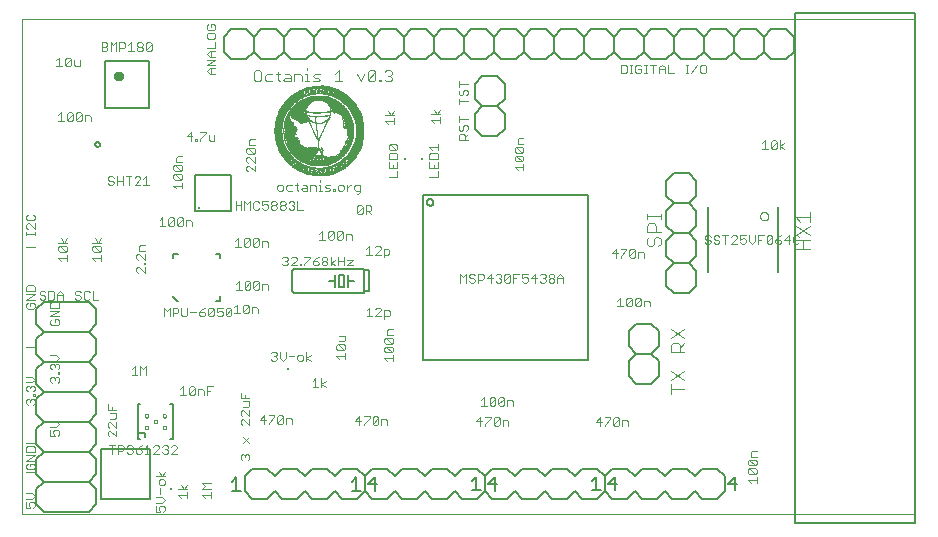
<source format=gto>
G75*
%MOIN*%
%OFA0B0*%
%FSLAX25Y25*%
%IPPOS*%
%LPD*%
%AMOC8*
5,1,8,0,0,1.08239X$1,22.5*
%
%ADD10C,0.00000*%
%ADD11C,0.00300*%
%ADD12R,0.00900X0.00100*%
%ADD13R,0.00600X0.00100*%
%ADD14R,0.03500X0.00100*%
%ADD15R,0.00500X0.00100*%
%ADD16R,0.04900X0.00100*%
%ADD17R,0.00400X0.00100*%
%ADD18R,0.06900X0.00100*%
%ADD19R,0.07700X0.00100*%
%ADD20R,0.08400X0.00100*%
%ADD21R,0.09100X0.00100*%
%ADD22R,0.03900X0.00100*%
%ADD23R,0.00200X0.00100*%
%ADD24R,0.05300X0.00100*%
%ADD25R,0.03300X0.00100*%
%ADD26R,0.00100X0.00100*%
%ADD27R,0.00800X0.00100*%
%ADD28R,0.03700X0.00100*%
%ADD29R,0.02700X0.00100*%
%ADD30R,0.00300X0.00100*%
%ADD31R,0.00700X0.00100*%
%ADD32R,0.03100X0.00100*%
%ADD33R,0.02900X0.00100*%
%ADD34R,0.02800X0.00100*%
%ADD35R,0.02000X0.00100*%
%ADD36R,0.02200X0.00100*%
%ADD37R,0.01000X0.00100*%
%ADD38R,0.01900X0.00100*%
%ADD39R,0.01800X0.00100*%
%ADD40R,0.03000X0.00100*%
%ADD41R,0.01600X0.00100*%
%ADD42R,0.01100X0.00100*%
%ADD43R,0.02300X0.00100*%
%ADD44R,0.01700X0.00100*%
%ADD45R,0.02500X0.00100*%
%ADD46R,0.01200X0.00100*%
%ADD47R,0.01300X0.00100*%
%ADD48R,0.02100X0.00100*%
%ADD49R,0.01400X0.00100*%
%ADD50R,0.01500X0.00100*%
%ADD51R,0.03800X0.00100*%
%ADD52R,0.05500X0.00100*%
%ADD53R,0.06000X0.00100*%
%ADD54R,0.08000X0.00100*%
%ADD55R,0.02600X0.00100*%
%ADD56R,0.05800X0.00100*%
%ADD57R,0.06500X0.00100*%
%ADD58R,0.07200X0.00100*%
%ADD59R,0.07800X0.00100*%
%ADD60R,0.08300X0.00100*%
%ADD61R,0.08900X0.00100*%
%ADD62R,0.09300X0.00100*%
%ADD63R,0.09800X0.00100*%
%ADD64R,0.05400X0.00100*%
%ADD65R,0.05600X0.00100*%
%ADD66R,0.03200X0.00100*%
%ADD67R,0.03400X0.00100*%
%ADD68R,0.02400X0.00100*%
%ADD69R,0.03600X0.00100*%
%ADD70R,0.04100X0.00100*%
%ADD71R,0.04400X0.00100*%
%ADD72R,0.04700X0.00100*%
%ADD73R,0.04800X0.00100*%
%ADD74R,0.05000X0.00100*%
%ADD75R,0.05700X0.00100*%
%ADD76R,0.05900X0.00100*%
%ADD77R,0.06200X0.00100*%
%ADD78R,0.06400X0.00100*%
%ADD79R,0.06700X0.00100*%
%ADD80R,0.06800X0.00100*%
%ADD81R,0.07100X0.00100*%
%ADD82R,0.07300X0.00100*%
%ADD83R,0.07400X0.00100*%
%ADD84R,0.07600X0.00100*%
%ADD85R,0.08100X0.00100*%
%ADD86R,0.08200X0.00100*%
%ADD87R,0.08500X0.00100*%
%ADD88R,0.08700X0.00100*%
%ADD89R,0.09000X0.00100*%
%ADD90R,0.09200X0.00100*%
%ADD91R,0.05200X0.00100*%
%ADD92R,0.05100X0.00100*%
%ADD93R,0.04300X0.00100*%
%ADD94R,0.04200X0.00100*%
%ADD95R,0.04600X0.00100*%
%ADD96R,0.04000X0.00100*%
%ADD97R,0.04500X0.00100*%
%ADD98R,0.06600X0.00100*%
%ADD99R,0.09700X0.00100*%
%ADD100C,0.00500*%
%ADD101R,0.00984X0.00984*%
%ADD102C,0.00600*%
%ADD103C,0.02400*%
%ADD104C,0.00394*%
%ADD105C,0.00400*%
%ADD106C,0.00200*%
D10*
X0004700Y0004550D02*
X0004700Y0169550D01*
X0302200Y0169550D01*
X0302200Y0004550D01*
X0004700Y0004550D01*
X0045531Y0033206D02*
X0045533Y0033254D01*
X0045539Y0033302D01*
X0045549Y0033349D01*
X0045562Y0033395D01*
X0045580Y0033440D01*
X0045600Y0033484D01*
X0045625Y0033526D01*
X0045653Y0033565D01*
X0045683Y0033602D01*
X0045717Y0033636D01*
X0045754Y0033668D01*
X0045792Y0033697D01*
X0045833Y0033722D01*
X0045876Y0033744D01*
X0045921Y0033762D01*
X0045967Y0033776D01*
X0046014Y0033787D01*
X0046062Y0033794D01*
X0046110Y0033797D01*
X0046158Y0033796D01*
X0046206Y0033791D01*
X0046254Y0033782D01*
X0046300Y0033770D01*
X0046345Y0033753D01*
X0046389Y0033733D01*
X0046431Y0033710D01*
X0046471Y0033683D01*
X0046509Y0033653D01*
X0046544Y0033620D01*
X0046576Y0033584D01*
X0046606Y0033546D01*
X0046632Y0033505D01*
X0046654Y0033462D01*
X0046674Y0033418D01*
X0046689Y0033373D01*
X0046701Y0033326D01*
X0046709Y0033278D01*
X0046713Y0033230D01*
X0046713Y0033182D01*
X0046709Y0033134D01*
X0046701Y0033086D01*
X0046689Y0033039D01*
X0046674Y0032994D01*
X0046654Y0032950D01*
X0046632Y0032907D01*
X0046606Y0032866D01*
X0046576Y0032828D01*
X0046544Y0032792D01*
X0046509Y0032759D01*
X0046471Y0032729D01*
X0046431Y0032702D01*
X0046389Y0032679D01*
X0046345Y0032659D01*
X0046300Y0032642D01*
X0046254Y0032630D01*
X0046206Y0032621D01*
X0046158Y0032616D01*
X0046110Y0032615D01*
X0046062Y0032618D01*
X0046014Y0032625D01*
X0045967Y0032636D01*
X0045921Y0032650D01*
X0045876Y0032668D01*
X0045833Y0032690D01*
X0045792Y0032715D01*
X0045754Y0032744D01*
X0045717Y0032776D01*
X0045683Y0032810D01*
X0045653Y0032847D01*
X0045625Y0032886D01*
X0045600Y0032928D01*
X0045580Y0032972D01*
X0045562Y0033017D01*
X0045549Y0033063D01*
X0045539Y0033110D01*
X0045533Y0033158D01*
X0045531Y0033206D01*
X0045531Y0037144D02*
X0045533Y0037192D01*
X0045539Y0037240D01*
X0045549Y0037287D01*
X0045562Y0037333D01*
X0045580Y0037378D01*
X0045600Y0037422D01*
X0045625Y0037464D01*
X0045653Y0037503D01*
X0045683Y0037540D01*
X0045717Y0037574D01*
X0045754Y0037606D01*
X0045792Y0037635D01*
X0045833Y0037660D01*
X0045876Y0037682D01*
X0045921Y0037700D01*
X0045967Y0037714D01*
X0046014Y0037725D01*
X0046062Y0037732D01*
X0046110Y0037735D01*
X0046158Y0037734D01*
X0046206Y0037729D01*
X0046254Y0037720D01*
X0046300Y0037708D01*
X0046345Y0037691D01*
X0046389Y0037671D01*
X0046431Y0037648D01*
X0046471Y0037621D01*
X0046509Y0037591D01*
X0046544Y0037558D01*
X0046576Y0037522D01*
X0046606Y0037484D01*
X0046632Y0037443D01*
X0046654Y0037400D01*
X0046674Y0037356D01*
X0046689Y0037311D01*
X0046701Y0037264D01*
X0046709Y0037216D01*
X0046713Y0037168D01*
X0046713Y0037120D01*
X0046709Y0037072D01*
X0046701Y0037024D01*
X0046689Y0036977D01*
X0046674Y0036932D01*
X0046654Y0036888D01*
X0046632Y0036845D01*
X0046606Y0036804D01*
X0046576Y0036766D01*
X0046544Y0036730D01*
X0046509Y0036697D01*
X0046471Y0036667D01*
X0046431Y0036640D01*
X0046389Y0036617D01*
X0046345Y0036597D01*
X0046300Y0036580D01*
X0046254Y0036568D01*
X0046206Y0036559D01*
X0046158Y0036554D01*
X0046110Y0036553D01*
X0046062Y0036556D01*
X0046014Y0036563D01*
X0045967Y0036574D01*
X0045921Y0036588D01*
X0045876Y0036606D01*
X0045833Y0036628D01*
X0045792Y0036653D01*
X0045754Y0036682D01*
X0045717Y0036714D01*
X0045683Y0036748D01*
X0045653Y0036785D01*
X0045625Y0036824D01*
X0045600Y0036866D01*
X0045580Y0036910D01*
X0045562Y0036955D01*
X0045549Y0037001D01*
X0045539Y0037048D01*
X0045533Y0037096D01*
X0045531Y0037144D01*
X0048484Y0035175D02*
X0048486Y0035223D01*
X0048492Y0035271D01*
X0048502Y0035318D01*
X0048515Y0035364D01*
X0048533Y0035409D01*
X0048553Y0035453D01*
X0048578Y0035495D01*
X0048606Y0035534D01*
X0048636Y0035571D01*
X0048670Y0035605D01*
X0048707Y0035637D01*
X0048745Y0035666D01*
X0048786Y0035691D01*
X0048829Y0035713D01*
X0048874Y0035731D01*
X0048920Y0035745D01*
X0048967Y0035756D01*
X0049015Y0035763D01*
X0049063Y0035766D01*
X0049111Y0035765D01*
X0049159Y0035760D01*
X0049207Y0035751D01*
X0049253Y0035739D01*
X0049298Y0035722D01*
X0049342Y0035702D01*
X0049384Y0035679D01*
X0049424Y0035652D01*
X0049462Y0035622D01*
X0049497Y0035589D01*
X0049529Y0035553D01*
X0049559Y0035515D01*
X0049585Y0035474D01*
X0049607Y0035431D01*
X0049627Y0035387D01*
X0049642Y0035342D01*
X0049654Y0035295D01*
X0049662Y0035247D01*
X0049666Y0035199D01*
X0049666Y0035151D01*
X0049662Y0035103D01*
X0049654Y0035055D01*
X0049642Y0035008D01*
X0049627Y0034963D01*
X0049607Y0034919D01*
X0049585Y0034876D01*
X0049559Y0034835D01*
X0049529Y0034797D01*
X0049497Y0034761D01*
X0049462Y0034728D01*
X0049424Y0034698D01*
X0049384Y0034671D01*
X0049342Y0034648D01*
X0049298Y0034628D01*
X0049253Y0034611D01*
X0049207Y0034599D01*
X0049159Y0034590D01*
X0049111Y0034585D01*
X0049063Y0034584D01*
X0049015Y0034587D01*
X0048967Y0034594D01*
X0048920Y0034605D01*
X0048874Y0034619D01*
X0048829Y0034637D01*
X0048786Y0034659D01*
X0048745Y0034684D01*
X0048707Y0034713D01*
X0048670Y0034745D01*
X0048636Y0034779D01*
X0048606Y0034816D01*
X0048578Y0034855D01*
X0048553Y0034897D01*
X0048533Y0034941D01*
X0048515Y0034986D01*
X0048502Y0035032D01*
X0048492Y0035079D01*
X0048486Y0035127D01*
X0048484Y0035175D01*
X0051437Y0033206D02*
X0051439Y0033254D01*
X0051445Y0033302D01*
X0051455Y0033349D01*
X0051468Y0033395D01*
X0051486Y0033440D01*
X0051506Y0033484D01*
X0051531Y0033526D01*
X0051559Y0033565D01*
X0051589Y0033602D01*
X0051623Y0033636D01*
X0051660Y0033668D01*
X0051698Y0033697D01*
X0051739Y0033722D01*
X0051782Y0033744D01*
X0051827Y0033762D01*
X0051873Y0033776D01*
X0051920Y0033787D01*
X0051968Y0033794D01*
X0052016Y0033797D01*
X0052064Y0033796D01*
X0052112Y0033791D01*
X0052160Y0033782D01*
X0052206Y0033770D01*
X0052251Y0033753D01*
X0052295Y0033733D01*
X0052337Y0033710D01*
X0052377Y0033683D01*
X0052415Y0033653D01*
X0052450Y0033620D01*
X0052482Y0033584D01*
X0052512Y0033546D01*
X0052538Y0033505D01*
X0052560Y0033462D01*
X0052580Y0033418D01*
X0052595Y0033373D01*
X0052607Y0033326D01*
X0052615Y0033278D01*
X0052619Y0033230D01*
X0052619Y0033182D01*
X0052615Y0033134D01*
X0052607Y0033086D01*
X0052595Y0033039D01*
X0052580Y0032994D01*
X0052560Y0032950D01*
X0052538Y0032907D01*
X0052512Y0032866D01*
X0052482Y0032828D01*
X0052450Y0032792D01*
X0052415Y0032759D01*
X0052377Y0032729D01*
X0052337Y0032702D01*
X0052295Y0032679D01*
X0052251Y0032659D01*
X0052206Y0032642D01*
X0052160Y0032630D01*
X0052112Y0032621D01*
X0052064Y0032616D01*
X0052016Y0032615D01*
X0051968Y0032618D01*
X0051920Y0032625D01*
X0051873Y0032636D01*
X0051827Y0032650D01*
X0051782Y0032668D01*
X0051739Y0032690D01*
X0051698Y0032715D01*
X0051660Y0032744D01*
X0051623Y0032776D01*
X0051589Y0032810D01*
X0051559Y0032847D01*
X0051531Y0032886D01*
X0051506Y0032928D01*
X0051486Y0032972D01*
X0051468Y0033017D01*
X0051455Y0033063D01*
X0051445Y0033110D01*
X0051439Y0033158D01*
X0051437Y0033206D01*
X0051437Y0037144D02*
X0051439Y0037192D01*
X0051445Y0037240D01*
X0051455Y0037287D01*
X0051468Y0037333D01*
X0051486Y0037378D01*
X0051506Y0037422D01*
X0051531Y0037464D01*
X0051559Y0037503D01*
X0051589Y0037540D01*
X0051623Y0037574D01*
X0051660Y0037606D01*
X0051698Y0037635D01*
X0051739Y0037660D01*
X0051782Y0037682D01*
X0051827Y0037700D01*
X0051873Y0037714D01*
X0051920Y0037725D01*
X0051968Y0037732D01*
X0052016Y0037735D01*
X0052064Y0037734D01*
X0052112Y0037729D01*
X0052160Y0037720D01*
X0052206Y0037708D01*
X0052251Y0037691D01*
X0052295Y0037671D01*
X0052337Y0037648D01*
X0052377Y0037621D01*
X0052415Y0037591D01*
X0052450Y0037558D01*
X0052482Y0037522D01*
X0052512Y0037484D01*
X0052538Y0037443D01*
X0052560Y0037400D01*
X0052580Y0037356D01*
X0052595Y0037311D01*
X0052607Y0037264D01*
X0052615Y0037216D01*
X0052619Y0037168D01*
X0052619Y0037120D01*
X0052615Y0037072D01*
X0052607Y0037024D01*
X0052595Y0036977D01*
X0052580Y0036932D01*
X0052560Y0036888D01*
X0052538Y0036845D01*
X0052512Y0036804D01*
X0052482Y0036766D01*
X0052450Y0036730D01*
X0052415Y0036697D01*
X0052377Y0036667D01*
X0052337Y0036640D01*
X0052295Y0036617D01*
X0052251Y0036597D01*
X0052206Y0036580D01*
X0052160Y0036568D01*
X0052112Y0036559D01*
X0052064Y0036554D01*
X0052016Y0036553D01*
X0051968Y0036556D01*
X0051920Y0036563D01*
X0051873Y0036574D01*
X0051827Y0036588D01*
X0051782Y0036606D01*
X0051739Y0036628D01*
X0051698Y0036653D01*
X0051660Y0036682D01*
X0051623Y0036714D01*
X0051589Y0036748D01*
X0051559Y0036785D01*
X0051531Y0036824D01*
X0051506Y0036866D01*
X0051486Y0036910D01*
X0051468Y0036955D01*
X0051455Y0037001D01*
X0051445Y0037048D01*
X0051439Y0037096D01*
X0051437Y0037144D01*
D11*
X0057325Y0044075D02*
X0059260Y0044075D01*
X0058292Y0044075D02*
X0058292Y0046977D01*
X0057325Y0046010D01*
X0060272Y0046494D02*
X0060272Y0044559D01*
X0062206Y0046494D01*
X0062206Y0044559D01*
X0061723Y0044075D01*
X0060755Y0044075D01*
X0060272Y0044559D01*
X0063218Y0044075D02*
X0063218Y0046010D01*
X0064669Y0046010D01*
X0065153Y0045526D01*
X0065153Y0044075D01*
X0066165Y0044075D02*
X0066165Y0046977D01*
X0068100Y0046977D01*
X0067132Y0045526D02*
X0066165Y0045526D01*
X0062206Y0046494D02*
X0061723Y0046977D01*
X0060755Y0046977D01*
X0060272Y0046494D01*
X0046013Y0050725D02*
X0046013Y0053627D01*
X0045046Y0052660D01*
X0044078Y0053627D01*
X0044078Y0050725D01*
X0043067Y0050725D02*
X0041132Y0050725D01*
X0042099Y0050725D02*
X0042099Y0053627D01*
X0041132Y0052660D01*
X0033097Y0041048D02*
X0033097Y0039113D01*
X0035999Y0039113D01*
X0035999Y0038101D02*
X0034064Y0038101D01*
X0034548Y0039113D02*
X0034548Y0040080D01*
X0035999Y0038101D02*
X0035999Y0036650D01*
X0035515Y0036166D01*
X0034064Y0036166D01*
X0034064Y0035155D02*
X0033580Y0035155D01*
X0033097Y0034671D01*
X0033097Y0033703D01*
X0033580Y0033220D01*
X0033580Y0032208D02*
X0033097Y0031724D01*
X0033097Y0030757D01*
X0033580Y0030273D01*
X0034064Y0032208D02*
X0035999Y0030273D01*
X0035999Y0032208D01*
X0035999Y0033220D02*
X0034064Y0035155D01*
X0035999Y0035155D02*
X0035999Y0033220D01*
X0034064Y0032208D02*
X0033580Y0032208D01*
X0033645Y0027357D02*
X0035580Y0027357D01*
X0034613Y0027357D02*
X0034613Y0024455D01*
X0036592Y0024455D02*
X0036592Y0027357D01*
X0038043Y0027357D01*
X0038527Y0026873D01*
X0038527Y0025906D01*
X0038043Y0025422D01*
X0036592Y0025422D01*
X0039538Y0024938D02*
X0040022Y0024455D01*
X0040990Y0024455D01*
X0041473Y0024938D01*
X0041473Y0025422D01*
X0040990Y0025906D01*
X0040022Y0025906D01*
X0039538Y0026390D01*
X0039538Y0026873D01*
X0040022Y0027357D01*
X0040990Y0027357D01*
X0041473Y0026873D01*
X0042485Y0025906D02*
X0043936Y0025906D01*
X0044420Y0025422D01*
X0044420Y0024938D01*
X0043936Y0024455D01*
X0042969Y0024455D01*
X0042485Y0024938D01*
X0042485Y0025906D01*
X0043452Y0026873D01*
X0044420Y0027357D01*
X0045431Y0026390D02*
X0046399Y0027357D01*
X0046399Y0024455D01*
X0047366Y0024455D02*
X0045431Y0024455D01*
X0048378Y0024455D02*
X0050313Y0026390D01*
X0050313Y0026873D01*
X0049829Y0027357D01*
X0048862Y0027357D01*
X0048378Y0026873D01*
X0051324Y0026873D02*
X0051808Y0027357D01*
X0052776Y0027357D01*
X0053259Y0026873D01*
X0053259Y0026390D01*
X0052776Y0025906D01*
X0053259Y0025422D01*
X0053259Y0024938D01*
X0052776Y0024455D01*
X0051808Y0024455D01*
X0051324Y0024938D01*
X0050313Y0024455D02*
X0048378Y0024455D01*
X0052292Y0025906D02*
X0052776Y0025906D01*
X0054271Y0026873D02*
X0054755Y0027357D01*
X0055722Y0027357D01*
X0056206Y0026873D01*
X0056206Y0026390D01*
X0054271Y0024455D01*
X0056206Y0024455D01*
X0052125Y0018446D02*
X0051158Y0016995D01*
X0050190Y0018446D01*
X0049223Y0016995D02*
X0052125Y0016995D01*
X0051641Y0015983D02*
X0050674Y0015983D01*
X0050190Y0015499D01*
X0050190Y0014532D01*
X0050674Y0014048D01*
X0051641Y0014048D01*
X0052125Y0014532D01*
X0052125Y0015499D01*
X0051641Y0015983D01*
X0050674Y0013037D02*
X0050674Y0011102D01*
X0051158Y0010090D02*
X0049223Y0010090D01*
X0051158Y0010090D02*
X0052125Y0009123D01*
X0051158Y0008155D01*
X0049223Y0008155D01*
X0049223Y0007143D02*
X0049223Y0005209D01*
X0050674Y0005209D01*
X0050190Y0006176D01*
X0050190Y0006660D01*
X0050674Y0007143D01*
X0051641Y0007143D01*
X0052125Y0006660D01*
X0052125Y0005692D01*
X0051641Y0005209D01*
X0056748Y0010741D02*
X0057715Y0009773D01*
X0056748Y0010741D02*
X0059650Y0010741D01*
X0059650Y0011708D02*
X0059650Y0009773D01*
X0059650Y0012720D02*
X0056748Y0012720D01*
X0057715Y0014171D02*
X0058683Y0012720D01*
X0059650Y0014171D01*
X0064648Y0014588D02*
X0065615Y0013621D01*
X0064648Y0012653D01*
X0067550Y0012653D01*
X0067550Y0011642D02*
X0067550Y0009707D01*
X0067550Y0010674D02*
X0064648Y0010674D01*
X0065615Y0009707D01*
X0064648Y0014588D02*
X0067550Y0014588D01*
X0077423Y0022809D02*
X0077423Y0023776D01*
X0077906Y0024260D01*
X0078390Y0024260D01*
X0078874Y0023776D01*
X0079358Y0024260D01*
X0079841Y0024260D01*
X0080325Y0023776D01*
X0080325Y0022809D01*
X0079841Y0022325D01*
X0078874Y0023292D02*
X0078874Y0023776D01*
X0077423Y0022809D02*
X0077906Y0022325D01*
X0078390Y0028218D02*
X0080325Y0030153D01*
X0080325Y0028218D02*
X0078390Y0030153D01*
X0077906Y0034111D02*
X0077423Y0034595D01*
X0077423Y0035562D01*
X0077906Y0036046D01*
X0078390Y0036046D01*
X0080325Y0034111D01*
X0080325Y0036046D01*
X0080325Y0037058D02*
X0078390Y0038993D01*
X0077906Y0038993D01*
X0077423Y0038509D01*
X0077423Y0037541D01*
X0077906Y0037058D01*
X0080325Y0037058D02*
X0080325Y0038993D01*
X0079841Y0040004D02*
X0078390Y0040004D01*
X0079841Y0040004D02*
X0080325Y0040488D01*
X0080325Y0041939D01*
X0078390Y0041939D01*
X0078874Y0042951D02*
X0078874Y0043918D01*
X0080325Y0042951D02*
X0077423Y0042951D01*
X0077423Y0044886D01*
X0085301Y0037302D02*
X0083850Y0035851D01*
X0085785Y0035851D01*
X0086797Y0034884D02*
X0086797Y0034400D01*
X0086797Y0034884D02*
X0088731Y0036819D01*
X0088731Y0037302D01*
X0086797Y0037302D01*
X0085301Y0037302D02*
X0085301Y0034400D01*
X0089743Y0034884D02*
X0091678Y0036819D01*
X0091678Y0034884D01*
X0091194Y0034400D01*
X0090227Y0034400D01*
X0089743Y0034884D01*
X0089743Y0036819D01*
X0090227Y0037302D01*
X0091194Y0037302D01*
X0091678Y0036819D01*
X0092690Y0036335D02*
X0092690Y0034400D01*
X0094625Y0034400D02*
X0094625Y0035851D01*
X0094141Y0036335D01*
X0092690Y0036335D01*
X0101448Y0046800D02*
X0103383Y0046800D01*
X0102416Y0046800D02*
X0102416Y0049702D01*
X0101448Y0048735D01*
X0104395Y0049702D02*
X0104395Y0046800D01*
X0104395Y0047767D02*
X0105846Y0048735D01*
X0104395Y0047767D02*
X0105846Y0046800D01*
X0100787Y0055500D02*
X0099336Y0056467D01*
X0100787Y0057435D01*
X0099336Y0058402D02*
X0099336Y0055500D01*
X0098325Y0055984D02*
X0098325Y0056951D01*
X0097841Y0057435D01*
X0096873Y0057435D01*
X0096390Y0056951D01*
X0096390Y0055984D01*
X0096873Y0055500D01*
X0097841Y0055500D01*
X0098325Y0055984D01*
X0095378Y0056951D02*
X0093443Y0056951D01*
X0092431Y0056467D02*
X0092431Y0058402D01*
X0090497Y0058402D02*
X0090497Y0056467D01*
X0091464Y0055500D01*
X0092431Y0056467D01*
X0089485Y0056467D02*
X0089485Y0055984D01*
X0089001Y0055500D01*
X0088034Y0055500D01*
X0087550Y0055984D01*
X0088517Y0056951D02*
X0089001Y0056951D01*
X0089485Y0056467D01*
X0089001Y0056951D02*
X0089485Y0057435D01*
X0089485Y0057919D01*
X0089001Y0058402D01*
X0088034Y0058402D01*
X0087550Y0057919D01*
X0083138Y0071300D02*
X0083138Y0072751D01*
X0082655Y0073235D01*
X0081203Y0073235D01*
X0081203Y0071300D01*
X0080192Y0071784D02*
X0079708Y0071300D01*
X0078741Y0071300D01*
X0078257Y0071784D01*
X0080192Y0073719D01*
X0080192Y0071784D01*
X0080192Y0073719D02*
X0079708Y0074202D01*
X0078741Y0074202D01*
X0078257Y0073719D01*
X0078257Y0071784D01*
X0077245Y0071300D02*
X0075310Y0071300D01*
X0076278Y0071300D02*
X0076278Y0074202D01*
X0075310Y0073235D01*
X0074417Y0072705D02*
X0073933Y0073188D01*
X0072966Y0073188D01*
X0072482Y0072705D01*
X0072482Y0070770D01*
X0074417Y0072705D01*
X0074417Y0070770D01*
X0073933Y0070286D01*
X0072966Y0070286D01*
X0072482Y0070770D01*
X0071471Y0070770D02*
X0070987Y0070286D01*
X0070019Y0070286D01*
X0069536Y0070770D01*
X0069536Y0071737D02*
X0070503Y0072221D01*
X0070987Y0072221D01*
X0071471Y0071737D01*
X0071471Y0070770D01*
X0069536Y0071737D02*
X0069536Y0073188D01*
X0071471Y0073188D01*
X0068524Y0072705D02*
X0066589Y0070770D01*
X0067073Y0070286D01*
X0068040Y0070286D01*
X0068524Y0070770D01*
X0068524Y0072705D01*
X0068040Y0073188D01*
X0067073Y0073188D01*
X0066589Y0072705D01*
X0066589Y0070770D01*
X0065578Y0070770D02*
X0065578Y0071253D01*
X0065094Y0071737D01*
X0063643Y0071737D01*
X0063643Y0070770D01*
X0064126Y0070286D01*
X0065094Y0070286D01*
X0065578Y0070770D01*
X0064610Y0072705D02*
X0063643Y0071737D01*
X0062631Y0071737D02*
X0060696Y0071737D01*
X0059685Y0070770D02*
X0059685Y0073188D01*
X0057750Y0073188D02*
X0057750Y0070770D01*
X0058233Y0070286D01*
X0059201Y0070286D01*
X0059685Y0070770D01*
X0056738Y0071737D02*
X0056254Y0071253D01*
X0054803Y0071253D01*
X0054803Y0070286D02*
X0054803Y0073188D01*
X0056254Y0073188D01*
X0056738Y0072705D01*
X0056738Y0071737D01*
X0053792Y0073188D02*
X0053792Y0070286D01*
X0051857Y0070286D02*
X0051857Y0073188D01*
X0052824Y0072221D01*
X0053792Y0073188D01*
X0064610Y0072705D02*
X0065578Y0073188D01*
X0075850Y0079200D02*
X0077785Y0079200D01*
X0076817Y0079200D02*
X0076817Y0082102D01*
X0075850Y0081135D01*
X0078797Y0081619D02*
X0078797Y0079684D01*
X0080731Y0081619D01*
X0080731Y0079684D01*
X0080248Y0079200D01*
X0079280Y0079200D01*
X0078797Y0079684D01*
X0078797Y0081619D02*
X0079280Y0082102D01*
X0080248Y0082102D01*
X0080731Y0081619D01*
X0081743Y0081619D02*
X0082227Y0082102D01*
X0083194Y0082102D01*
X0083678Y0081619D01*
X0081743Y0079684D01*
X0082227Y0079200D01*
X0083194Y0079200D01*
X0083678Y0079684D01*
X0083678Y0081619D01*
X0084690Y0081135D02*
X0086141Y0081135D01*
X0086625Y0080651D01*
X0086625Y0079200D01*
X0084690Y0079200D02*
X0084690Y0081135D01*
X0081743Y0081619D02*
X0081743Y0079684D01*
X0091214Y0087736D02*
X0091698Y0087253D01*
X0092665Y0087253D01*
X0093149Y0087736D01*
X0093149Y0088220D01*
X0092665Y0088704D01*
X0092181Y0088704D01*
X0092665Y0088704D02*
X0093149Y0089188D01*
X0093149Y0089671D01*
X0092665Y0090155D01*
X0091698Y0090155D01*
X0091214Y0089671D01*
X0094160Y0089671D02*
X0094644Y0090155D01*
X0095612Y0090155D01*
X0096095Y0089671D01*
X0096095Y0089188D01*
X0094160Y0087253D01*
X0096095Y0087253D01*
X0097107Y0087253D02*
X0097591Y0087253D01*
X0097591Y0087736D01*
X0097107Y0087736D01*
X0097107Y0087253D01*
X0098580Y0087253D02*
X0098580Y0087736D01*
X0100515Y0089671D01*
X0100515Y0090155D01*
X0098580Y0090155D01*
X0101527Y0088704D02*
X0102978Y0088704D01*
X0103462Y0088220D01*
X0103462Y0087736D01*
X0102978Y0087253D01*
X0102010Y0087253D01*
X0101527Y0087736D01*
X0101527Y0088704D01*
X0102494Y0089671D01*
X0103462Y0090155D01*
X0104473Y0089671D02*
X0104473Y0089188D01*
X0104957Y0088704D01*
X0105924Y0088704D01*
X0106408Y0088220D01*
X0106408Y0087736D01*
X0105924Y0087253D01*
X0104957Y0087253D01*
X0104473Y0087736D01*
X0104473Y0088220D01*
X0104957Y0088704D01*
X0105924Y0088704D02*
X0106408Y0089188D01*
X0106408Y0089671D01*
X0105924Y0090155D01*
X0104957Y0090155D01*
X0104473Y0089671D01*
X0107420Y0090155D02*
X0107420Y0087253D01*
X0107420Y0088220D02*
X0108871Y0087253D01*
X0109875Y0087253D02*
X0109875Y0090155D01*
X0108871Y0089188D02*
X0107420Y0088220D01*
X0109875Y0088704D02*
X0111810Y0088704D01*
X0112822Y0089188D02*
X0114757Y0089188D01*
X0112822Y0087253D01*
X0114757Y0087253D01*
X0111810Y0087253D02*
X0111810Y0090155D01*
X0112503Y0095900D02*
X0112503Y0097835D01*
X0113955Y0097835D01*
X0114438Y0097351D01*
X0114438Y0095900D01*
X0111492Y0096384D02*
X0111008Y0095900D01*
X0110041Y0095900D01*
X0109557Y0096384D01*
X0111492Y0098319D01*
X0111492Y0096384D01*
X0111492Y0098319D02*
X0111008Y0098802D01*
X0110041Y0098802D01*
X0109557Y0098319D01*
X0109557Y0096384D01*
X0108545Y0096384D02*
X0108062Y0095900D01*
X0107094Y0095900D01*
X0106610Y0096384D01*
X0108545Y0098319D01*
X0108545Y0096384D01*
X0106610Y0096384D02*
X0106610Y0098319D01*
X0107094Y0098802D01*
X0108062Y0098802D01*
X0108545Y0098319D01*
X0104631Y0098802D02*
X0104631Y0095900D01*
X0103664Y0095900D02*
X0105599Y0095900D01*
X0103664Y0097835D02*
X0104631Y0098802D01*
X0116157Y0104884D02*
X0118092Y0106819D01*
X0118092Y0104884D01*
X0117608Y0104400D01*
X0116641Y0104400D01*
X0116157Y0104884D01*
X0116157Y0106819D01*
X0116641Y0107302D01*
X0117608Y0107302D01*
X0118092Y0106819D01*
X0119103Y0107302D02*
X0119103Y0104400D01*
X0119103Y0105367D02*
X0120555Y0105367D01*
X0121038Y0105851D01*
X0121038Y0106819D01*
X0120555Y0107302D01*
X0119103Y0107302D01*
X0120071Y0105367D02*
X0121038Y0104400D01*
X0116738Y0111233D02*
X0117221Y0111716D01*
X0117221Y0114135D01*
X0115770Y0114135D01*
X0115286Y0113651D01*
X0115286Y0112684D01*
X0115770Y0112200D01*
X0117221Y0112200D01*
X0116738Y0111233D02*
X0116254Y0111233D01*
X0114282Y0114135D02*
X0113799Y0114135D01*
X0112831Y0113167D01*
X0112831Y0112200D02*
X0112831Y0114135D01*
X0111820Y0113651D02*
X0111336Y0114135D01*
X0110368Y0114135D01*
X0109885Y0113651D01*
X0109885Y0112684D01*
X0110368Y0112200D01*
X0111336Y0112200D01*
X0111820Y0112684D01*
X0111820Y0113651D01*
X0108895Y0112684D02*
X0108895Y0112200D01*
X0108411Y0112200D01*
X0108411Y0112684D01*
X0108895Y0112684D01*
X0107400Y0112684D02*
X0106916Y0113167D01*
X0105948Y0113167D01*
X0105465Y0113651D01*
X0105948Y0114135D01*
X0107400Y0114135D01*
X0107400Y0112684D02*
X0106916Y0112200D01*
X0105465Y0112200D01*
X0104468Y0112200D02*
X0103500Y0112200D01*
X0103984Y0112200D02*
X0103984Y0114135D01*
X0103500Y0114135D01*
X0103984Y0115102D02*
X0103984Y0115586D01*
X0102489Y0113651D02*
X0102489Y0112200D01*
X0102489Y0113651D02*
X0102005Y0114135D01*
X0100554Y0114135D01*
X0100554Y0112200D01*
X0099542Y0112200D02*
X0098091Y0112200D01*
X0097607Y0112684D01*
X0098091Y0113167D01*
X0099542Y0113167D01*
X0099542Y0113651D02*
X0099542Y0112200D01*
X0099542Y0113651D02*
X0099059Y0114135D01*
X0098091Y0114135D01*
X0096611Y0114135D02*
X0095643Y0114135D01*
X0096127Y0114619D02*
X0096127Y0112684D01*
X0096611Y0112200D01*
X0094631Y0112200D02*
X0093180Y0112200D01*
X0092697Y0112684D01*
X0092697Y0113651D01*
X0093180Y0114135D01*
X0094631Y0114135D01*
X0091685Y0113651D02*
X0091201Y0114135D01*
X0090234Y0114135D01*
X0089750Y0113651D01*
X0089750Y0112684D01*
X0090234Y0112200D01*
X0091201Y0112200D01*
X0091685Y0112684D01*
X0091685Y0113651D01*
X0091962Y0108702D02*
X0090994Y0108702D01*
X0090510Y0108219D01*
X0090510Y0107735D01*
X0090994Y0107251D01*
X0091962Y0107251D01*
X0092445Y0106767D01*
X0092445Y0106284D01*
X0091962Y0105800D01*
X0090994Y0105800D01*
X0090510Y0106284D01*
X0090510Y0106767D01*
X0090994Y0107251D01*
X0091962Y0107251D02*
X0092445Y0107735D01*
X0092445Y0108219D01*
X0091962Y0108702D01*
X0093457Y0108219D02*
X0093941Y0108702D01*
X0094908Y0108702D01*
X0095392Y0108219D01*
X0095392Y0107735D01*
X0094908Y0107251D01*
X0095392Y0106767D01*
X0095392Y0106284D01*
X0094908Y0105800D01*
X0093941Y0105800D01*
X0093457Y0106284D01*
X0094424Y0107251D02*
X0094908Y0107251D01*
X0096403Y0108702D02*
X0096403Y0105800D01*
X0098338Y0105800D01*
X0089499Y0106284D02*
X0089015Y0105800D01*
X0088048Y0105800D01*
X0087564Y0106284D01*
X0087564Y0106767D01*
X0088048Y0107251D01*
X0089015Y0107251D01*
X0089499Y0106767D01*
X0089499Y0106284D01*
X0089015Y0107251D02*
X0089499Y0107735D01*
X0089499Y0108219D01*
X0089015Y0108702D01*
X0088048Y0108702D01*
X0087564Y0108219D01*
X0087564Y0107735D01*
X0088048Y0107251D01*
X0086552Y0107251D02*
X0086552Y0106284D01*
X0086069Y0105800D01*
X0085101Y0105800D01*
X0084617Y0106284D01*
X0084617Y0107251D02*
X0085585Y0107735D01*
X0086069Y0107735D01*
X0086552Y0107251D01*
X0086552Y0108702D02*
X0084617Y0108702D01*
X0084617Y0107251D01*
X0083606Y0106284D02*
X0083122Y0105800D01*
X0082155Y0105800D01*
X0081671Y0106284D01*
X0081671Y0108219D01*
X0082155Y0108702D01*
X0083122Y0108702D01*
X0083606Y0108219D01*
X0080659Y0108702D02*
X0080659Y0105800D01*
X0078724Y0105800D02*
X0078724Y0108702D01*
X0079692Y0107735D01*
X0080659Y0108702D01*
X0077713Y0108702D02*
X0077713Y0105800D01*
X0077713Y0107251D02*
X0075778Y0107251D01*
X0075778Y0105800D02*
X0075778Y0108702D01*
X0061225Y0101851D02*
X0061225Y0100400D01*
X0061225Y0101851D02*
X0060741Y0102335D01*
X0059290Y0102335D01*
X0059290Y0100400D01*
X0058278Y0100884D02*
X0057794Y0100400D01*
X0056827Y0100400D01*
X0056343Y0100884D01*
X0058278Y0102819D01*
X0058278Y0100884D01*
X0058278Y0102819D02*
X0057794Y0103302D01*
X0056827Y0103302D01*
X0056343Y0102819D01*
X0056343Y0100884D01*
X0055331Y0100884D02*
X0054848Y0100400D01*
X0053880Y0100400D01*
X0053397Y0100884D01*
X0055331Y0102819D01*
X0055331Y0100884D01*
X0053397Y0100884D02*
X0053397Y0102819D01*
X0053880Y0103302D01*
X0054848Y0103302D01*
X0055331Y0102819D01*
X0052385Y0100400D02*
X0050450Y0100400D01*
X0051417Y0100400D02*
X0051417Y0103302D01*
X0050450Y0102335D01*
X0045650Y0094101D02*
X0044199Y0094101D01*
X0043715Y0093618D01*
X0043715Y0092166D01*
X0045650Y0092166D01*
X0045650Y0091155D02*
X0045650Y0089220D01*
X0043715Y0091155D01*
X0043231Y0091155D01*
X0042748Y0090671D01*
X0042748Y0089704D01*
X0043231Y0089220D01*
X0045166Y0088230D02*
X0045650Y0088230D01*
X0045650Y0087747D01*
X0045166Y0087747D01*
X0045166Y0088230D01*
X0045650Y0086735D02*
X0045650Y0084800D01*
X0043715Y0086735D01*
X0043231Y0086735D01*
X0042748Y0086251D01*
X0042748Y0085284D01*
X0043231Y0084800D01*
X0030950Y0088900D02*
X0030950Y0090835D01*
X0030950Y0089867D02*
X0028048Y0089867D01*
X0029015Y0088900D01*
X0028531Y0091847D02*
X0028048Y0092330D01*
X0028048Y0093298D01*
X0028531Y0093781D01*
X0030466Y0091847D01*
X0030950Y0092330D01*
X0030950Y0093298D01*
X0030466Y0093781D01*
X0028531Y0093781D01*
X0028048Y0094793D02*
X0030950Y0094793D01*
X0029983Y0094793D02*
X0030950Y0096244D01*
X0029983Y0094793D02*
X0029015Y0096244D01*
X0028531Y0091847D02*
X0030466Y0091847D01*
X0019650Y0092330D02*
X0019166Y0091847D01*
X0017231Y0093781D01*
X0019166Y0093781D01*
X0019650Y0093298D01*
X0019650Y0092330D01*
X0019166Y0091847D02*
X0017231Y0091847D01*
X0016748Y0092330D01*
X0016748Y0093298D01*
X0017231Y0093781D01*
X0016748Y0094793D02*
X0019650Y0094793D01*
X0018683Y0094793D02*
X0017715Y0096244D01*
X0018683Y0094793D02*
X0019650Y0096244D01*
X0019650Y0090835D02*
X0019650Y0088900D01*
X0019650Y0089867D02*
X0016748Y0089867D01*
X0017715Y0088900D01*
X0008850Y0093422D02*
X0005948Y0093422D01*
X0005948Y0097351D02*
X0005948Y0098318D01*
X0005948Y0097835D02*
X0008850Y0097835D01*
X0008850Y0098318D02*
X0008850Y0097351D01*
X0008850Y0099315D02*
X0006915Y0101250D01*
X0006431Y0101250D01*
X0005948Y0100767D01*
X0005948Y0099799D01*
X0006431Y0099315D01*
X0008850Y0099315D02*
X0008850Y0101250D01*
X0008366Y0102262D02*
X0008850Y0102746D01*
X0008850Y0103713D01*
X0008366Y0104197D01*
X0006431Y0104197D02*
X0005948Y0103713D01*
X0005948Y0102746D01*
X0006431Y0102262D01*
X0008366Y0102262D01*
X0033250Y0114584D02*
X0033734Y0114100D01*
X0034701Y0114100D01*
X0035185Y0114584D01*
X0035185Y0115067D01*
X0034701Y0115551D01*
X0033734Y0115551D01*
X0033250Y0116035D01*
X0033250Y0116519D01*
X0033734Y0117002D01*
X0034701Y0117002D01*
X0035185Y0116519D01*
X0036197Y0117002D02*
X0036197Y0114100D01*
X0036197Y0115551D02*
X0038131Y0115551D01*
X0038131Y0117002D02*
X0038131Y0114100D01*
X0040111Y0114100D02*
X0040111Y0117002D01*
X0041078Y0117002D02*
X0039143Y0117002D01*
X0042090Y0116519D02*
X0042573Y0117002D01*
X0043541Y0117002D01*
X0044025Y0116519D01*
X0044025Y0116035D01*
X0042090Y0114100D01*
X0044025Y0114100D01*
X0045036Y0114100D02*
X0046971Y0114100D01*
X0046004Y0114100D02*
X0046004Y0117002D01*
X0045036Y0116035D01*
X0055048Y0116344D02*
X0055531Y0115860D01*
X0057466Y0115860D01*
X0055531Y0117795D01*
X0057466Y0117795D01*
X0057950Y0117312D01*
X0057950Y0116344D01*
X0057466Y0115860D01*
X0057950Y0114849D02*
X0057950Y0112914D01*
X0057950Y0113881D02*
X0055048Y0113881D01*
X0056015Y0112914D01*
X0055048Y0116344D02*
X0055048Y0117312D01*
X0055531Y0117795D01*
X0055531Y0118807D02*
X0055048Y0119291D01*
X0055048Y0120258D01*
X0055531Y0120742D01*
X0057466Y0118807D01*
X0057950Y0119291D01*
X0057950Y0120258D01*
X0057466Y0120742D01*
X0055531Y0120742D01*
X0056015Y0121753D02*
X0056015Y0123205D01*
X0056499Y0123688D01*
X0057950Y0123688D01*
X0057950Y0121753D02*
X0056015Y0121753D01*
X0055531Y0118807D02*
X0057466Y0118807D01*
X0060888Y0128900D02*
X0060888Y0131802D01*
X0059437Y0130351D01*
X0061372Y0130351D01*
X0062384Y0129384D02*
X0062867Y0129384D01*
X0062867Y0128900D01*
X0062384Y0128900D01*
X0062384Y0129384D01*
X0063857Y0129384D02*
X0063857Y0128900D01*
X0063857Y0129384D02*
X0065792Y0131319D01*
X0065792Y0131802D01*
X0063857Y0131802D01*
X0066803Y0130835D02*
X0066803Y0129384D01*
X0067287Y0128900D01*
X0068738Y0128900D01*
X0068738Y0130835D01*
X0079348Y0125958D02*
X0079831Y0126442D01*
X0081766Y0124507D01*
X0082250Y0124991D01*
X0082250Y0125958D01*
X0081766Y0126442D01*
X0079831Y0126442D01*
X0079348Y0125958D02*
X0079348Y0124991D01*
X0079831Y0124507D01*
X0081766Y0124507D01*
X0082250Y0123495D02*
X0082250Y0121560D01*
X0080315Y0123495D01*
X0079831Y0123495D01*
X0079348Y0123012D01*
X0079348Y0122044D01*
X0079831Y0121560D01*
X0079831Y0120549D02*
X0079348Y0120065D01*
X0079348Y0119098D01*
X0079831Y0118614D01*
X0079831Y0120549D02*
X0080315Y0120549D01*
X0082250Y0118614D01*
X0082250Y0120549D01*
X0082250Y0127453D02*
X0080315Y0127453D01*
X0080315Y0128905D01*
X0080799Y0129388D01*
X0082250Y0129388D01*
X0082467Y0148600D02*
X0083702Y0148600D01*
X0084319Y0149217D01*
X0084319Y0151686D01*
X0083702Y0152303D01*
X0082467Y0152303D01*
X0081850Y0151686D01*
X0081850Y0149217D01*
X0082467Y0148600D01*
X0085533Y0149217D02*
X0085533Y0150452D01*
X0086150Y0151069D01*
X0088002Y0151069D01*
X0089216Y0151069D02*
X0090451Y0151069D01*
X0089833Y0151686D02*
X0089833Y0149217D01*
X0090451Y0148600D01*
X0091672Y0149217D02*
X0092289Y0149834D01*
X0094140Y0149834D01*
X0094140Y0150452D02*
X0094140Y0148600D01*
X0092289Y0148600D01*
X0091672Y0149217D01*
X0092289Y0151069D02*
X0093523Y0151069D01*
X0094140Y0150452D01*
X0095355Y0151069D02*
X0095355Y0148600D01*
X0097824Y0148600D02*
X0097824Y0150452D01*
X0097206Y0151069D01*
X0095355Y0151069D01*
X0099038Y0151069D02*
X0099655Y0151069D01*
X0099655Y0148600D01*
X0099038Y0148600D02*
X0100272Y0148600D01*
X0101493Y0148600D02*
X0103345Y0148600D01*
X0103962Y0149217D01*
X0103345Y0149834D01*
X0102111Y0149834D01*
X0101493Y0150452D01*
X0102111Y0151069D01*
X0103962Y0151069D01*
X0108860Y0151069D02*
X0110094Y0152303D01*
X0110094Y0148600D01*
X0108860Y0148600D02*
X0111328Y0148600D01*
X0116226Y0151069D02*
X0117460Y0148600D01*
X0118695Y0151069D01*
X0119909Y0151686D02*
X0119909Y0149217D01*
X0122378Y0151686D01*
X0122378Y0149217D01*
X0121761Y0148600D01*
X0120526Y0148600D01*
X0119909Y0149217D01*
X0123592Y0149217D02*
X0124209Y0149217D01*
X0124209Y0148600D01*
X0123592Y0148600D01*
X0123592Y0149217D01*
X0125434Y0149217D02*
X0126051Y0148600D01*
X0127285Y0148600D01*
X0127903Y0149217D01*
X0127903Y0149834D01*
X0127285Y0150452D01*
X0126668Y0150452D01*
X0127285Y0150452D02*
X0127903Y0151069D01*
X0127903Y0151686D01*
X0127285Y0152303D01*
X0126051Y0152303D01*
X0125434Y0151686D01*
X0122378Y0151686D02*
X0121761Y0152303D01*
X0120526Y0152303D01*
X0119909Y0151686D01*
X0099655Y0152303D02*
X0099655Y0152920D01*
X0088002Y0148600D02*
X0086150Y0148600D01*
X0085533Y0149217D01*
X0069050Y0151000D02*
X0067115Y0151000D01*
X0066148Y0151967D01*
X0067115Y0152935D01*
X0069050Y0152935D01*
X0069050Y0153947D02*
X0066148Y0153947D01*
X0069050Y0155881D01*
X0066148Y0155881D01*
X0067115Y0156893D02*
X0066148Y0157861D01*
X0067115Y0158828D01*
X0069050Y0158828D01*
X0069050Y0159840D02*
X0069050Y0161775D01*
X0068566Y0162786D02*
X0066631Y0162786D01*
X0066148Y0163270D01*
X0066148Y0164237D01*
X0066631Y0164721D01*
X0068566Y0164721D01*
X0069050Y0164237D01*
X0069050Y0163270D01*
X0068566Y0162786D01*
X0068566Y0165733D02*
X0066631Y0165733D01*
X0066148Y0166216D01*
X0066148Y0167184D01*
X0066631Y0167668D01*
X0067599Y0167668D02*
X0067599Y0166700D01*
X0067599Y0167668D02*
X0068566Y0167668D01*
X0069050Y0167184D01*
X0069050Y0166216D01*
X0068566Y0165733D01*
X0069050Y0159840D02*
X0066148Y0159840D01*
X0067599Y0158828D02*
X0067599Y0156893D01*
X0067115Y0156893D02*
X0069050Y0156893D01*
X0067599Y0152935D02*
X0067599Y0151000D01*
X0047812Y0159171D02*
X0047329Y0158687D01*
X0046361Y0158687D01*
X0045877Y0159171D01*
X0047812Y0161106D01*
X0047812Y0159171D01*
X0045877Y0159171D02*
X0045877Y0161106D01*
X0046361Y0161590D01*
X0047329Y0161590D01*
X0047812Y0161106D01*
X0044866Y0161106D02*
X0044866Y0160622D01*
X0044382Y0160139D01*
X0043415Y0160139D01*
X0042931Y0160622D01*
X0042931Y0161106D01*
X0043415Y0161590D01*
X0044382Y0161590D01*
X0044866Y0161106D01*
X0044382Y0160139D02*
X0044866Y0159655D01*
X0044866Y0159171D01*
X0044382Y0158687D01*
X0043415Y0158687D01*
X0042931Y0159171D01*
X0042931Y0159655D01*
X0043415Y0160139D01*
X0041919Y0158687D02*
X0039984Y0158687D01*
X0040952Y0158687D02*
X0040952Y0161590D01*
X0039984Y0160622D01*
X0038973Y0160139D02*
X0038489Y0159655D01*
X0037038Y0159655D01*
X0037038Y0158687D02*
X0037038Y0161590D01*
X0038489Y0161590D01*
X0038973Y0161106D01*
X0038973Y0160139D01*
X0036026Y0161590D02*
X0036026Y0158687D01*
X0034091Y0158687D02*
X0034091Y0161590D01*
X0035059Y0160622D01*
X0036026Y0161590D01*
X0033080Y0161106D02*
X0033080Y0160622D01*
X0032596Y0160139D01*
X0031145Y0160139D01*
X0031145Y0161590D02*
X0031145Y0158687D01*
X0032596Y0158687D01*
X0033080Y0159171D01*
X0033080Y0159655D01*
X0032596Y0160139D01*
X0033080Y0161106D02*
X0032596Y0161590D01*
X0031145Y0161590D01*
X0023901Y0155581D02*
X0023901Y0153646D01*
X0022450Y0153646D01*
X0021966Y0154130D01*
X0021966Y0155581D01*
X0020954Y0156065D02*
X0019019Y0154130D01*
X0019503Y0153646D01*
X0020471Y0153646D01*
X0020954Y0154130D01*
X0020954Y0156065D01*
X0020471Y0156549D01*
X0019503Y0156549D01*
X0019019Y0156065D01*
X0019019Y0154130D01*
X0018008Y0153646D02*
X0016073Y0153646D01*
X0017040Y0153646D02*
X0017040Y0156549D01*
X0016073Y0155581D01*
X0017631Y0138302D02*
X0017631Y0135400D01*
X0016664Y0135400D02*
X0018599Y0135400D01*
X0019610Y0135884D02*
X0020094Y0135400D01*
X0021062Y0135400D01*
X0021545Y0135884D01*
X0021545Y0137819D01*
X0019610Y0135884D01*
X0019610Y0137819D01*
X0020094Y0138302D01*
X0021062Y0138302D01*
X0021545Y0137819D01*
X0022557Y0137819D02*
X0023041Y0138302D01*
X0024008Y0138302D01*
X0024492Y0137819D01*
X0022557Y0135884D01*
X0023041Y0135400D01*
X0024008Y0135400D01*
X0024492Y0135884D01*
X0024492Y0137819D01*
X0025503Y0137335D02*
X0026955Y0137335D01*
X0027438Y0136851D01*
X0027438Y0135400D01*
X0025503Y0135400D02*
X0025503Y0137335D01*
X0022557Y0137819D02*
X0022557Y0135884D01*
X0017631Y0138302D02*
X0016664Y0137335D01*
X0075650Y0095435D02*
X0076617Y0096402D01*
X0076617Y0093500D01*
X0075650Y0093500D02*
X0077585Y0093500D01*
X0078597Y0093984D02*
X0080531Y0095919D01*
X0080531Y0093984D01*
X0080048Y0093500D01*
X0079080Y0093500D01*
X0078597Y0093984D01*
X0078597Y0095919D01*
X0079080Y0096402D01*
X0080048Y0096402D01*
X0080531Y0095919D01*
X0081543Y0095919D02*
X0082027Y0096402D01*
X0082994Y0096402D01*
X0083478Y0095919D01*
X0081543Y0093984D01*
X0082027Y0093500D01*
X0082994Y0093500D01*
X0083478Y0093984D01*
X0083478Y0095919D01*
X0084490Y0095435D02*
X0085941Y0095435D01*
X0086425Y0094951D01*
X0086425Y0093500D01*
X0084490Y0093500D02*
X0084490Y0095435D01*
X0081543Y0095919D02*
X0081543Y0093984D01*
X0119250Y0092835D02*
X0120217Y0093802D01*
X0120217Y0090900D01*
X0119250Y0090900D02*
X0121185Y0090900D01*
X0122197Y0090900D02*
X0124131Y0092835D01*
X0124131Y0093319D01*
X0123648Y0093802D01*
X0122680Y0093802D01*
X0122197Y0093319D01*
X0125143Y0092835D02*
X0126594Y0092835D01*
X0127078Y0092351D01*
X0127078Y0091384D01*
X0126594Y0090900D01*
X0125143Y0090900D01*
X0125143Y0089933D02*
X0125143Y0092835D01*
X0124131Y0090900D02*
X0122197Y0090900D01*
X0122880Y0073202D02*
X0122397Y0072719D01*
X0122880Y0073202D02*
X0123848Y0073202D01*
X0124331Y0072719D01*
X0124331Y0072235D01*
X0122397Y0070300D01*
X0124331Y0070300D01*
X0125343Y0070300D02*
X0126794Y0070300D01*
X0127278Y0070784D01*
X0127278Y0071751D01*
X0126794Y0072235D01*
X0125343Y0072235D01*
X0125343Y0069333D01*
X0126799Y0066075D02*
X0128250Y0066075D01*
X0126799Y0066075D02*
X0126315Y0065591D01*
X0126315Y0064140D01*
X0128250Y0064140D01*
X0127766Y0063128D02*
X0128250Y0062644D01*
X0128250Y0061677D01*
X0127766Y0061193D01*
X0125831Y0063128D01*
X0127766Y0063128D01*
X0125831Y0063128D02*
X0125348Y0062644D01*
X0125348Y0061677D01*
X0125831Y0061193D01*
X0127766Y0061193D01*
X0127766Y0060181D02*
X0128250Y0059698D01*
X0128250Y0058730D01*
X0127766Y0058247D01*
X0125831Y0060181D01*
X0127766Y0060181D01*
X0127766Y0058247D02*
X0125831Y0058247D01*
X0125348Y0058730D01*
X0125348Y0059698D01*
X0125831Y0060181D01*
X0128250Y0057235D02*
X0128250Y0055300D01*
X0128250Y0056267D02*
X0125348Y0056267D01*
X0126315Y0055300D01*
X0112304Y0056023D02*
X0112304Y0057958D01*
X0112304Y0056990D02*
X0109401Y0056990D01*
X0110369Y0056023D01*
X0109885Y0058969D02*
X0109401Y0059453D01*
X0109401Y0060421D01*
X0109885Y0060904D01*
X0111820Y0058969D01*
X0112304Y0059453D01*
X0112304Y0060421D01*
X0111820Y0060904D01*
X0109885Y0060904D01*
X0110369Y0061916D02*
X0111820Y0061916D01*
X0112304Y0062400D01*
X0112304Y0063851D01*
X0110369Y0063851D01*
X0109885Y0058969D02*
X0111820Y0058969D01*
X0119450Y0070300D02*
X0121385Y0070300D01*
X0120417Y0070300D02*
X0120417Y0073202D01*
X0119450Y0072235D01*
X0150671Y0081541D02*
X0150671Y0084443D01*
X0151639Y0083476D01*
X0152606Y0084443D01*
X0152606Y0081541D01*
X0153618Y0082025D02*
X0154102Y0081541D01*
X0155069Y0081541D01*
X0155553Y0082025D01*
X0155553Y0082508D01*
X0155069Y0082992D01*
X0154102Y0082992D01*
X0153618Y0083476D01*
X0153618Y0083960D01*
X0154102Y0084443D01*
X0155069Y0084443D01*
X0155553Y0083960D01*
X0156564Y0084443D02*
X0158016Y0084443D01*
X0158499Y0083960D01*
X0158499Y0082992D01*
X0158016Y0082508D01*
X0156564Y0082508D01*
X0156564Y0081541D02*
X0156564Y0084443D01*
X0159511Y0082992D02*
X0161446Y0082992D01*
X0162457Y0082025D02*
X0162941Y0081541D01*
X0163909Y0081541D01*
X0164392Y0082025D01*
X0164392Y0082508D01*
X0163909Y0082992D01*
X0163425Y0082992D01*
X0163909Y0082992D02*
X0164392Y0083476D01*
X0164392Y0083960D01*
X0163909Y0084443D01*
X0162941Y0084443D01*
X0162457Y0083960D01*
X0160962Y0084443D02*
X0159511Y0082992D01*
X0160962Y0081541D02*
X0160962Y0084443D01*
X0165404Y0083960D02*
X0165404Y0082025D01*
X0167339Y0083960D01*
X0167339Y0082025D01*
X0166855Y0081541D01*
X0165888Y0081541D01*
X0165404Y0082025D01*
X0168350Y0081541D02*
X0168350Y0084443D01*
X0170285Y0084443D01*
X0171297Y0084443D02*
X0171297Y0082992D01*
X0172264Y0083476D01*
X0172748Y0083476D01*
X0173232Y0082992D01*
X0173232Y0082025D01*
X0172748Y0081541D01*
X0171781Y0081541D01*
X0171297Y0082025D01*
X0169318Y0082992D02*
X0168350Y0082992D01*
X0167339Y0083960D02*
X0166855Y0084443D01*
X0165888Y0084443D01*
X0165404Y0083960D01*
X0171297Y0084443D02*
X0173232Y0084443D01*
X0174243Y0082992D02*
X0176178Y0082992D01*
X0177190Y0082025D02*
X0177674Y0081541D01*
X0178641Y0081541D01*
X0179125Y0082025D01*
X0179125Y0082508D01*
X0178641Y0082992D01*
X0178157Y0082992D01*
X0178641Y0082992D02*
X0179125Y0083476D01*
X0179125Y0083960D01*
X0178641Y0084443D01*
X0177674Y0084443D01*
X0177190Y0083960D01*
X0175695Y0084443D02*
X0174243Y0082992D01*
X0175695Y0081541D02*
X0175695Y0084443D01*
X0180136Y0083960D02*
X0180136Y0083476D01*
X0180620Y0082992D01*
X0181588Y0082992D01*
X0182071Y0082508D01*
X0182071Y0082025D01*
X0181588Y0081541D01*
X0180620Y0081541D01*
X0180136Y0082025D01*
X0180136Y0082508D01*
X0180620Y0082992D01*
X0181588Y0082992D02*
X0182071Y0083476D01*
X0182071Y0083960D01*
X0181588Y0084443D01*
X0180620Y0084443D01*
X0180136Y0083960D01*
X0183083Y0083476D02*
X0184050Y0084443D01*
X0185018Y0083476D01*
X0185018Y0081541D01*
X0185018Y0082992D02*
X0183083Y0082992D01*
X0183083Y0083476D02*
X0183083Y0081541D01*
X0201164Y0091351D02*
X0203099Y0091351D01*
X0204110Y0090384D02*
X0204110Y0089900D01*
X0204110Y0090384D02*
X0206045Y0092319D01*
X0206045Y0092802D01*
X0204110Y0092802D01*
X0202615Y0092802D02*
X0201164Y0091351D01*
X0202615Y0089900D02*
X0202615Y0092802D01*
X0207057Y0092319D02*
X0207541Y0092802D01*
X0208508Y0092802D01*
X0208992Y0092319D01*
X0207057Y0090384D01*
X0207541Y0089900D01*
X0208508Y0089900D01*
X0208992Y0090384D01*
X0208992Y0092319D01*
X0210003Y0091835D02*
X0211455Y0091835D01*
X0211938Y0091351D01*
X0211938Y0089900D01*
X0210003Y0089900D02*
X0210003Y0091835D01*
X0207057Y0092319D02*
X0207057Y0090384D01*
X0207448Y0076502D02*
X0207931Y0076019D01*
X0205997Y0074084D01*
X0206480Y0073600D01*
X0207448Y0073600D01*
X0207931Y0074084D01*
X0207931Y0076019D01*
X0207448Y0076502D02*
X0206480Y0076502D01*
X0205997Y0076019D01*
X0205997Y0074084D01*
X0204985Y0073600D02*
X0203050Y0073600D01*
X0204017Y0073600D02*
X0204017Y0076502D01*
X0203050Y0075535D01*
X0208943Y0076019D02*
X0208943Y0074084D01*
X0210878Y0076019D01*
X0210878Y0074084D01*
X0210394Y0073600D01*
X0209427Y0073600D01*
X0208943Y0074084D01*
X0208943Y0076019D02*
X0209427Y0076502D01*
X0210394Y0076502D01*
X0210878Y0076019D01*
X0211890Y0075535D02*
X0211890Y0073600D01*
X0213825Y0073600D02*
X0213825Y0075051D01*
X0213341Y0075535D01*
X0211890Y0075535D01*
X0232150Y0094934D02*
X0232634Y0094450D01*
X0233601Y0094450D01*
X0234085Y0094934D01*
X0234085Y0095417D01*
X0233601Y0095901D01*
X0232634Y0095901D01*
X0232150Y0096385D01*
X0232150Y0096869D01*
X0232634Y0097352D01*
X0233601Y0097352D01*
X0234085Y0096869D01*
X0235097Y0096869D02*
X0235097Y0096385D01*
X0235580Y0095901D01*
X0236548Y0095901D01*
X0237031Y0095417D01*
X0237031Y0094934D01*
X0236548Y0094450D01*
X0235580Y0094450D01*
X0235097Y0094934D01*
X0235097Y0096869D02*
X0235580Y0097352D01*
X0236548Y0097352D01*
X0237031Y0096869D01*
X0238043Y0097352D02*
X0239978Y0097352D01*
X0239011Y0097352D02*
X0239011Y0094450D01*
X0240990Y0094450D02*
X0242925Y0096385D01*
X0242925Y0096869D01*
X0242441Y0097352D01*
X0241473Y0097352D01*
X0240990Y0096869D01*
X0243936Y0097352D02*
X0243936Y0095901D01*
X0244904Y0096385D01*
X0245387Y0096385D01*
X0245871Y0095901D01*
X0245871Y0094934D01*
X0245387Y0094450D01*
X0244420Y0094450D01*
X0243936Y0094934D01*
X0242925Y0094450D02*
X0240990Y0094450D01*
X0243936Y0097352D02*
X0245871Y0097352D01*
X0246883Y0097352D02*
X0246883Y0095417D01*
X0247850Y0094450D01*
X0248818Y0095417D01*
X0248818Y0097352D01*
X0249829Y0097352D02*
X0251764Y0097352D01*
X0252776Y0096869D02*
X0253259Y0097352D01*
X0254227Y0097352D01*
X0254711Y0096869D01*
X0252776Y0094934D01*
X0253259Y0094450D01*
X0254227Y0094450D01*
X0254711Y0094934D01*
X0254711Y0096869D01*
X0255722Y0095901D02*
X0256690Y0096869D01*
X0257657Y0097352D01*
X0257173Y0095901D02*
X0255722Y0095901D01*
X0255722Y0094934D01*
X0256206Y0094450D01*
X0257173Y0094450D01*
X0257657Y0094934D01*
X0257657Y0095417D01*
X0257173Y0095901D01*
X0258669Y0095901D02*
X0260604Y0095901D01*
X0261615Y0094934D02*
X0262099Y0094450D01*
X0263066Y0094450D01*
X0263550Y0094934D01*
X0263550Y0096869D02*
X0263066Y0097352D01*
X0262099Y0097352D01*
X0261615Y0096869D01*
X0261615Y0094934D01*
X0260120Y0094450D02*
X0260120Y0097352D01*
X0258669Y0095901D01*
X0252776Y0094934D02*
X0252776Y0096869D01*
X0250797Y0095901D02*
X0249829Y0095901D01*
X0249829Y0094450D02*
X0249829Y0097352D01*
X0251350Y0126000D02*
X0253285Y0126000D01*
X0252317Y0126000D02*
X0252317Y0128902D01*
X0251350Y0127935D01*
X0254297Y0128419D02*
X0254297Y0126484D01*
X0256231Y0128419D01*
X0256231Y0126484D01*
X0255748Y0126000D01*
X0254780Y0126000D01*
X0254297Y0126484D01*
X0254297Y0128419D02*
X0254780Y0128902D01*
X0255748Y0128902D01*
X0256231Y0128419D01*
X0257243Y0128902D02*
X0257243Y0126000D01*
X0257243Y0126967D02*
X0258694Y0126000D01*
X0257243Y0126967D02*
X0258694Y0127935D01*
X0232604Y0151784D02*
X0232120Y0151300D01*
X0231152Y0151300D01*
X0230669Y0151784D01*
X0230669Y0153719D01*
X0231152Y0154202D01*
X0232120Y0154202D01*
X0232604Y0153719D01*
X0232604Y0151784D01*
X0229657Y0154202D02*
X0227722Y0151300D01*
X0226725Y0151300D02*
X0225758Y0151300D01*
X0226242Y0151300D02*
X0226242Y0154202D01*
X0226725Y0154202D02*
X0225758Y0154202D01*
X0221800Y0151300D02*
X0219865Y0151300D01*
X0219865Y0154202D01*
X0218853Y0153235D02*
X0217886Y0154202D01*
X0216918Y0153235D01*
X0216918Y0151300D01*
X0216918Y0152751D02*
X0218853Y0152751D01*
X0218853Y0153235D02*
X0218853Y0151300D01*
X0214939Y0151300D02*
X0214939Y0154202D01*
X0213972Y0154202D02*
X0215907Y0154202D01*
X0212975Y0154202D02*
X0212007Y0154202D01*
X0212491Y0154202D02*
X0212491Y0151300D01*
X0212007Y0151300D02*
X0212975Y0151300D01*
X0210996Y0151784D02*
X0210996Y0152751D01*
X0210028Y0152751D01*
X0209061Y0151784D02*
X0209545Y0151300D01*
X0210512Y0151300D01*
X0210996Y0151784D01*
X0210996Y0153719D02*
X0210512Y0154202D01*
X0209545Y0154202D01*
X0209061Y0153719D01*
X0209061Y0151784D01*
X0208064Y0151300D02*
X0207097Y0151300D01*
X0207580Y0151300D02*
X0207580Y0154202D01*
X0207097Y0154202D02*
X0208064Y0154202D01*
X0206085Y0153719D02*
X0206085Y0151784D01*
X0205601Y0151300D01*
X0204150Y0151300D01*
X0204150Y0154202D01*
X0205601Y0154202D01*
X0206085Y0153719D01*
X0171750Y0129775D02*
X0170299Y0129775D01*
X0169815Y0129291D01*
X0169815Y0127840D01*
X0171750Y0127840D01*
X0171266Y0126828D02*
X0171750Y0126344D01*
X0171750Y0125377D01*
X0171266Y0124893D01*
X0169331Y0126828D01*
X0171266Y0126828D01*
X0169331Y0126828D02*
X0168848Y0126344D01*
X0168848Y0125377D01*
X0169331Y0124893D01*
X0171266Y0124893D01*
X0171266Y0123881D02*
X0169331Y0123881D01*
X0171266Y0121947D01*
X0171750Y0122430D01*
X0171750Y0123398D01*
X0171266Y0123881D01*
X0171266Y0121947D02*
X0169331Y0121947D01*
X0168848Y0122430D01*
X0168848Y0123398D01*
X0169331Y0123881D01*
X0171750Y0120935D02*
X0171750Y0119000D01*
X0171750Y0119967D02*
X0168848Y0119967D01*
X0169815Y0119000D01*
X0153150Y0129174D02*
X0150248Y0129174D01*
X0150248Y0130626D01*
X0150731Y0131109D01*
X0151699Y0131109D01*
X0152183Y0130626D01*
X0152183Y0129174D01*
X0152183Y0130142D02*
X0153150Y0131109D01*
X0152666Y0132121D02*
X0153150Y0132605D01*
X0153150Y0133572D01*
X0152666Y0134056D01*
X0152183Y0134056D01*
X0151699Y0133572D01*
X0151699Y0132605D01*
X0151215Y0132121D01*
X0150731Y0132121D01*
X0150248Y0132605D01*
X0150248Y0133572D01*
X0150731Y0134056D01*
X0150248Y0135067D02*
X0150248Y0137002D01*
X0150248Y0136035D02*
X0153150Y0136035D01*
X0150248Y0140960D02*
X0150248Y0142895D01*
X0150248Y0141928D02*
X0153150Y0141928D01*
X0152666Y0143907D02*
X0153150Y0144391D01*
X0153150Y0145358D01*
X0152666Y0145842D01*
X0152183Y0145842D01*
X0151699Y0145358D01*
X0151699Y0144391D01*
X0151215Y0143907D01*
X0150731Y0143907D01*
X0150248Y0144391D01*
X0150248Y0145358D01*
X0150731Y0145842D01*
X0150248Y0146853D02*
X0150248Y0148788D01*
X0150248Y0147821D02*
X0153150Y0147821D01*
X0143950Y0139096D02*
X0142983Y0137645D01*
X0142015Y0139096D01*
X0141048Y0137645D02*
X0143950Y0137645D01*
X0143950Y0136633D02*
X0143950Y0134698D01*
X0143950Y0135666D02*
X0141048Y0135666D01*
X0142015Y0134698D01*
X0143250Y0127675D02*
X0143250Y0125740D01*
X0143250Y0126707D02*
X0140348Y0126707D01*
X0141315Y0125740D01*
X0140831Y0124728D02*
X0140348Y0124244D01*
X0140348Y0122793D01*
X0143250Y0122793D01*
X0143250Y0124244D01*
X0142766Y0124728D01*
X0140831Y0124728D01*
X0140348Y0121781D02*
X0140348Y0119847D01*
X0143250Y0119847D01*
X0143250Y0121781D01*
X0141799Y0120814D02*
X0141799Y0119847D01*
X0143250Y0118835D02*
X0143250Y0116900D01*
X0140348Y0116900D01*
X0129750Y0116900D02*
X0129750Y0118835D01*
X0129750Y0119847D02*
X0126848Y0119847D01*
X0126848Y0121781D01*
X0126848Y0122793D02*
X0126848Y0124244D01*
X0127331Y0124728D01*
X0129266Y0124728D01*
X0129750Y0124244D01*
X0129750Y0122793D01*
X0126848Y0122793D01*
X0128299Y0120814D02*
X0128299Y0119847D01*
X0129750Y0119847D02*
X0129750Y0121781D01*
X0129266Y0125740D02*
X0127331Y0125740D01*
X0126848Y0126223D01*
X0126848Y0127191D01*
X0127331Y0127675D01*
X0129266Y0125740D01*
X0129750Y0126223D01*
X0129750Y0127191D01*
X0129266Y0127675D01*
X0127331Y0127675D01*
X0126615Y0134398D02*
X0125648Y0135366D01*
X0128550Y0135366D01*
X0128550Y0136333D02*
X0128550Y0134398D01*
X0128550Y0137345D02*
X0125648Y0137345D01*
X0126615Y0138796D02*
X0127583Y0137345D01*
X0128550Y0138796D01*
X0129750Y0116900D02*
X0126848Y0116900D01*
X0030064Y0075900D02*
X0028129Y0075900D01*
X0028129Y0078802D01*
X0027118Y0078319D02*
X0026634Y0078802D01*
X0025666Y0078802D01*
X0025183Y0078319D01*
X0025183Y0076384D01*
X0025666Y0075900D01*
X0026634Y0075900D01*
X0027118Y0076384D01*
X0024171Y0076384D02*
X0024171Y0076867D01*
X0023687Y0077351D01*
X0022720Y0077351D01*
X0022236Y0077835D01*
X0022236Y0078319D01*
X0022720Y0078802D01*
X0023687Y0078802D01*
X0024171Y0078319D01*
X0024171Y0076384D02*
X0023687Y0075900D01*
X0022720Y0075900D01*
X0022236Y0076384D01*
X0018278Y0075900D02*
X0018278Y0077835D01*
X0017311Y0078802D01*
X0016343Y0077835D01*
X0016343Y0075900D01*
X0016466Y0075159D02*
X0014531Y0075159D01*
X0014048Y0074676D01*
X0014048Y0073225D01*
X0016950Y0073225D01*
X0016950Y0074676D01*
X0016466Y0075159D01*
X0015331Y0076384D02*
X0015331Y0078319D01*
X0014848Y0078802D01*
X0013397Y0078802D01*
X0013397Y0075900D01*
X0014848Y0075900D01*
X0015331Y0076384D01*
X0016343Y0077351D02*
X0018278Y0077351D01*
X0012385Y0076867D02*
X0012385Y0076384D01*
X0011901Y0075900D01*
X0010934Y0075900D01*
X0010450Y0076384D01*
X0010934Y0077351D02*
X0011901Y0077351D01*
X0012385Y0076867D01*
X0012385Y0078319D02*
X0011901Y0078802D01*
X0010934Y0078802D01*
X0010450Y0078319D01*
X0010450Y0077835D01*
X0010934Y0077351D01*
X0008850Y0077678D02*
X0005948Y0077678D01*
X0005948Y0078690D02*
X0005948Y0080141D01*
X0006431Y0080625D01*
X0008366Y0080625D01*
X0008850Y0080141D01*
X0008850Y0078690D01*
X0005948Y0078690D01*
X0005948Y0075743D02*
X0008850Y0077678D01*
X0008850Y0075743D02*
X0005948Y0075743D01*
X0006431Y0074732D02*
X0005948Y0074248D01*
X0005948Y0073280D01*
X0006431Y0072797D01*
X0008366Y0072797D01*
X0008850Y0073280D01*
X0008850Y0074248D01*
X0008366Y0074732D01*
X0007399Y0074732D01*
X0007399Y0073764D01*
X0014048Y0072213D02*
X0016950Y0072213D01*
X0014048Y0070278D01*
X0016950Y0070278D01*
X0016466Y0069266D02*
X0015499Y0069266D01*
X0015499Y0068299D01*
X0016466Y0069266D02*
X0016950Y0068783D01*
X0016950Y0067815D01*
X0016466Y0067331D01*
X0014531Y0067331D01*
X0014048Y0067815D01*
X0014048Y0068783D01*
X0014531Y0069266D01*
X0008850Y0060028D02*
X0005948Y0060028D01*
X0014048Y0057480D02*
X0015983Y0057480D01*
X0016950Y0056513D01*
X0015983Y0055545D01*
X0014048Y0055545D01*
X0014531Y0054534D02*
X0015015Y0054534D01*
X0015499Y0054050D01*
X0015983Y0054534D01*
X0016466Y0054534D01*
X0016950Y0054050D01*
X0016950Y0053083D01*
X0016466Y0052599D01*
X0016466Y0051609D02*
X0016950Y0051609D01*
X0016950Y0051126D01*
X0016466Y0051126D01*
X0016466Y0051609D01*
X0016466Y0050114D02*
X0016950Y0049630D01*
X0016950Y0048663D01*
X0016466Y0048179D01*
X0015499Y0049147D02*
X0015499Y0049630D01*
X0015983Y0050114D01*
X0016466Y0050114D01*
X0015499Y0049630D02*
X0015015Y0050114D01*
X0014531Y0050114D01*
X0014048Y0049630D01*
X0014048Y0048663D01*
X0014531Y0048179D01*
X0014531Y0052599D02*
X0014048Y0053083D01*
X0014048Y0054050D01*
X0014531Y0054534D01*
X0015499Y0054050D02*
X0015499Y0053566D01*
X0008850Y0049210D02*
X0007883Y0050177D01*
X0005948Y0050177D01*
X0005948Y0048242D02*
X0007883Y0048242D01*
X0008850Y0049210D01*
X0008366Y0047231D02*
X0008850Y0046747D01*
X0008850Y0045780D01*
X0008366Y0045296D01*
X0008366Y0044306D02*
X0008850Y0044306D01*
X0008850Y0043823D01*
X0008366Y0043823D01*
X0008366Y0044306D01*
X0008366Y0042811D02*
X0008850Y0042327D01*
X0008850Y0041360D01*
X0008366Y0040876D01*
X0007399Y0041844D02*
X0007399Y0042327D01*
X0007883Y0042811D01*
X0008366Y0042811D01*
X0007399Y0042327D02*
X0006915Y0042811D01*
X0006431Y0042811D01*
X0005948Y0042327D01*
X0005948Y0041360D01*
X0006431Y0040876D01*
X0006431Y0045296D02*
X0005948Y0045780D01*
X0005948Y0046747D01*
X0006431Y0047231D01*
X0006915Y0047231D01*
X0007399Y0046747D01*
X0007883Y0047231D01*
X0008366Y0047231D01*
X0007399Y0046747D02*
X0007399Y0046263D01*
X0014048Y0035381D02*
X0015983Y0035381D01*
X0016950Y0034414D01*
X0015983Y0033447D01*
X0014048Y0033447D01*
X0014048Y0032435D02*
X0014048Y0030500D01*
X0015499Y0030500D01*
X0015015Y0031467D01*
X0015015Y0031951D01*
X0015499Y0032435D01*
X0016466Y0032435D01*
X0016950Y0031951D01*
X0016950Y0030984D01*
X0016466Y0030500D01*
X0008850Y0028108D02*
X0005948Y0028108D01*
X0006431Y0027096D02*
X0005948Y0026613D01*
X0005948Y0025161D01*
X0008850Y0025161D01*
X0008850Y0026613D01*
X0008366Y0027096D01*
X0006431Y0027096D01*
X0005948Y0024150D02*
X0008850Y0024150D01*
X0005948Y0022215D01*
X0008850Y0022215D01*
X0008366Y0021203D02*
X0007399Y0021203D01*
X0007399Y0020236D01*
X0008366Y0021203D02*
X0008850Y0020719D01*
X0008850Y0019752D01*
X0008366Y0019268D01*
X0006431Y0019268D01*
X0005948Y0019752D01*
X0005948Y0020719D01*
X0006431Y0021203D01*
X0005948Y0018286D02*
X0008850Y0018286D01*
X0007883Y0011381D02*
X0005948Y0011381D01*
X0005948Y0009447D02*
X0007883Y0009447D01*
X0008850Y0010414D01*
X0007883Y0011381D01*
X0008366Y0008435D02*
X0008850Y0007951D01*
X0008850Y0006984D01*
X0008366Y0006500D01*
X0007399Y0006500D02*
X0006915Y0007467D01*
X0006915Y0007951D01*
X0007399Y0008435D01*
X0008366Y0008435D01*
X0007399Y0006500D02*
X0005948Y0006500D01*
X0005948Y0008435D01*
X0115550Y0035451D02*
X0117485Y0035451D01*
X0118497Y0034484D02*
X0118497Y0034000D01*
X0118497Y0034484D02*
X0120431Y0036419D01*
X0120431Y0036902D01*
X0118497Y0036902D01*
X0117001Y0036902D02*
X0115550Y0035451D01*
X0117001Y0034000D02*
X0117001Y0036902D01*
X0121443Y0036419D02*
X0121443Y0034484D01*
X0123378Y0036419D01*
X0123378Y0034484D01*
X0122894Y0034000D01*
X0121927Y0034000D01*
X0121443Y0034484D01*
X0121443Y0036419D02*
X0121927Y0036902D01*
X0122894Y0036902D01*
X0123378Y0036419D01*
X0124390Y0035935D02*
X0125841Y0035935D01*
X0126325Y0035451D01*
X0126325Y0034000D01*
X0124390Y0034000D02*
X0124390Y0035935D01*
X0155950Y0035351D02*
X0157885Y0035351D01*
X0158897Y0034384D02*
X0158897Y0033900D01*
X0158897Y0034384D02*
X0160831Y0036319D01*
X0160831Y0036802D01*
X0158897Y0036802D01*
X0157401Y0036802D02*
X0155950Y0035351D01*
X0157401Y0033900D02*
X0157401Y0036802D01*
X0161843Y0036319D02*
X0161843Y0034384D01*
X0163778Y0036319D01*
X0163778Y0034384D01*
X0163294Y0033900D01*
X0162327Y0033900D01*
X0161843Y0034384D01*
X0161843Y0036319D02*
X0162327Y0036802D01*
X0163294Y0036802D01*
X0163778Y0036319D01*
X0164790Y0035835D02*
X0166241Y0035835D01*
X0166725Y0035351D01*
X0166725Y0033900D01*
X0164790Y0033900D02*
X0164790Y0035835D01*
X0164858Y0040450D02*
X0163891Y0040450D01*
X0163407Y0040934D01*
X0165342Y0042869D01*
X0165342Y0040934D01*
X0164858Y0040450D01*
X0166353Y0040450D02*
X0166353Y0042385D01*
X0167805Y0042385D01*
X0168288Y0041901D01*
X0168288Y0040450D01*
X0165342Y0042869D02*
X0164858Y0043352D01*
X0163891Y0043352D01*
X0163407Y0042869D01*
X0163407Y0040934D01*
X0162395Y0040934D02*
X0161912Y0040450D01*
X0160944Y0040450D01*
X0160460Y0040934D01*
X0162395Y0042869D01*
X0162395Y0040934D01*
X0160460Y0040934D02*
X0160460Y0042869D01*
X0160944Y0043352D01*
X0161912Y0043352D01*
X0162395Y0042869D01*
X0159449Y0040450D02*
X0157514Y0040450D01*
X0158481Y0040450D02*
X0158481Y0043352D01*
X0157514Y0042385D01*
X0195850Y0035151D02*
X0197785Y0035151D01*
X0198797Y0034184D02*
X0198797Y0033700D01*
X0198797Y0034184D02*
X0200731Y0036119D01*
X0200731Y0036602D01*
X0198797Y0036602D01*
X0197301Y0036602D02*
X0195850Y0035151D01*
X0197301Y0033700D02*
X0197301Y0036602D01*
X0201743Y0036119D02*
X0201743Y0034184D01*
X0203678Y0036119D01*
X0203678Y0034184D01*
X0203194Y0033700D01*
X0202227Y0033700D01*
X0201743Y0034184D01*
X0201743Y0036119D02*
X0202227Y0036602D01*
X0203194Y0036602D01*
X0203678Y0036119D01*
X0204690Y0035635D02*
X0206141Y0035635D01*
X0206625Y0035151D01*
X0206625Y0033700D01*
X0204690Y0033700D02*
X0204690Y0035635D01*
X0246548Y0022044D02*
X0246548Y0021077D01*
X0247031Y0020593D01*
X0248966Y0020593D01*
X0247031Y0022528D01*
X0248966Y0022528D01*
X0249450Y0022044D01*
X0249450Y0021077D01*
X0248966Y0020593D01*
X0248966Y0019581D02*
X0247031Y0019581D01*
X0248966Y0017647D01*
X0249450Y0018130D01*
X0249450Y0019098D01*
X0248966Y0019581D01*
X0248966Y0017647D02*
X0247031Y0017647D01*
X0246548Y0018130D01*
X0246548Y0019098D01*
X0247031Y0019581D01*
X0249450Y0016635D02*
X0249450Y0014700D01*
X0249450Y0015667D02*
X0246548Y0015667D01*
X0247515Y0014700D01*
X0246548Y0022044D02*
X0247031Y0022528D01*
X0247515Y0023540D02*
X0247515Y0024991D01*
X0247999Y0025475D01*
X0249450Y0025475D01*
X0249450Y0023540D02*
X0247515Y0023540D01*
D12*
X0103900Y0116950D03*
X0104800Y0118350D03*
X0104800Y0118450D03*
X0101800Y0118750D03*
X0101800Y0118850D03*
X0101800Y0118950D03*
X0101700Y0118250D03*
X0101700Y0118150D03*
X0100600Y0118450D03*
X0100600Y0118550D03*
X0100500Y0118150D03*
X0098900Y0118850D03*
X0097200Y0119650D03*
X0096100Y0121150D03*
X0096300Y0121750D03*
X0096600Y0121550D03*
X0096700Y0121450D03*
X0093500Y0121450D03*
X0094500Y0125550D03*
X0103500Y0125650D03*
X0106700Y0123150D03*
X0109400Y0122950D03*
X0110400Y0122950D03*
X0110400Y0122850D03*
X0111100Y0121750D03*
X0110800Y0121550D03*
X0110600Y0121450D03*
X0110500Y0121350D03*
X0110300Y0121250D03*
X0110000Y0121050D03*
X0110200Y0120350D03*
X0107900Y0119350D03*
X0114500Y0129550D03*
X0114500Y0129650D03*
X0114500Y0129750D03*
X0093300Y0135750D03*
X0103700Y0146050D03*
X0106300Y0144750D03*
D13*
X0106150Y0144950D03*
X0105350Y0143450D03*
X0105750Y0141650D03*
X0105950Y0141550D03*
X0101250Y0141650D03*
X0101050Y0141550D03*
X0100250Y0144350D03*
X0100850Y0144650D03*
X0101550Y0144650D03*
X0102350Y0145050D03*
X0102350Y0145150D03*
X0102350Y0145250D03*
X0103150Y0144950D03*
X0103150Y0144850D03*
X0103750Y0145550D03*
X0103750Y0145650D03*
X0105850Y0146850D03*
X0099350Y0138350D03*
X0100150Y0135850D03*
X0101650Y0134850D03*
X0098550Y0134650D03*
X0094650Y0137150D03*
X0093750Y0137150D03*
X0093650Y0137050D03*
X0093550Y0136850D03*
X0093550Y0136750D03*
X0093350Y0136250D03*
X0103250Y0129350D03*
X0103250Y0129250D03*
X0105350Y0134850D03*
X0106650Y0135650D03*
X0106750Y0135750D03*
X0107350Y0137150D03*
X0108150Y0123150D03*
X0107850Y0123050D03*
X0106350Y0122750D03*
X0104650Y0122350D03*
X0103550Y0122350D03*
X0101950Y0120350D03*
X0103450Y0118950D03*
X0103950Y0117950D03*
X0104850Y0117950D03*
X0105850Y0116950D03*
X0107050Y0118650D03*
X0107050Y0118750D03*
X0107050Y0118850D03*
X0107050Y0118950D03*
X0106950Y0119050D03*
X0106950Y0119150D03*
X0106050Y0119250D03*
X0105350Y0120350D03*
X0108950Y0118950D03*
X0110750Y0119750D03*
X0110650Y0119950D03*
X0111350Y0120350D03*
X0111150Y0120650D03*
X0111050Y0120750D03*
X0111050Y0120850D03*
X0110850Y0123050D03*
X0101850Y0118050D03*
X0099750Y0119150D03*
X0099450Y0119450D03*
X0098850Y0119050D03*
X0099150Y0118750D03*
X0098850Y0119850D03*
X0096150Y0121050D03*
X0095850Y0121250D03*
X0094550Y0121450D03*
D14*
X0093600Y0122850D03*
X0093500Y0122950D03*
X0093400Y0123050D03*
X0093300Y0123150D03*
X0094200Y0129550D03*
X0094000Y0130750D03*
X0094000Y0131050D03*
X0094000Y0131150D03*
X0094000Y0131250D03*
X0094000Y0131350D03*
X0098000Y0135550D03*
X0097800Y0140550D03*
X0097900Y0140650D03*
X0098000Y0140750D03*
X0093600Y0140950D03*
X0093500Y0140850D03*
X0093400Y0140750D03*
X0093300Y0140650D03*
X0103700Y0146750D03*
X0106600Y0142450D03*
X0106800Y0142350D03*
X0107800Y0141850D03*
X0108000Y0141750D03*
X0108100Y0141650D03*
X0108300Y0141550D03*
X0108400Y0141450D03*
X0110200Y0144550D03*
X0114500Y0140250D03*
X0114600Y0140150D03*
X0114700Y0139950D03*
X0114800Y0139850D03*
X0114800Y0123950D03*
X0114700Y0123850D03*
X0114600Y0123650D03*
X0114500Y0123550D03*
X0103700Y0117050D03*
D15*
X0102700Y0117750D03*
X0103300Y0118350D03*
X0103500Y0118850D03*
X0104900Y0117850D03*
X0104900Y0117750D03*
X0105800Y0118150D03*
X0106200Y0118850D03*
X0106200Y0118950D03*
X0106100Y0119050D03*
X0106100Y0119150D03*
X0107100Y0118550D03*
X0107100Y0118450D03*
X0106500Y0117050D03*
X0106000Y0120450D03*
X0106000Y0122150D03*
X0105900Y0122350D03*
X0105800Y0122450D03*
X0105700Y0122650D03*
X0105600Y0122750D03*
X0105500Y0122950D03*
X0105400Y0123050D03*
X0105200Y0123350D03*
X0106200Y0122950D03*
X0104500Y0124450D03*
X0104500Y0124550D03*
X0104400Y0124650D03*
X0104300Y0124850D03*
X0104200Y0124950D03*
X0104100Y0125150D03*
X0104000Y0125250D03*
X0104000Y0125350D03*
X0103900Y0125450D03*
X0103800Y0125550D03*
X0103200Y0125450D03*
X0103100Y0125350D03*
X0103000Y0125150D03*
X0102900Y0125050D03*
X0102900Y0124950D03*
X0102800Y0124850D03*
X0102700Y0124650D03*
X0102600Y0124550D03*
X0102500Y0124350D03*
X0102400Y0124250D03*
X0102400Y0124150D03*
X0102300Y0124050D03*
X0102200Y0123850D03*
X0102100Y0123750D03*
X0102100Y0123650D03*
X0102000Y0123550D03*
X0101900Y0123450D03*
X0101900Y0123350D03*
X0101800Y0123250D03*
X0101700Y0123050D03*
X0101600Y0122950D03*
X0101500Y0122750D03*
X0101400Y0122650D03*
X0101300Y0122450D03*
X0101200Y0122350D03*
X0101200Y0122250D03*
X0101100Y0122150D03*
X0102400Y0122350D03*
X0101400Y0120450D03*
X0100500Y0119050D03*
X0100500Y0118950D03*
X0099600Y0118350D03*
X0098800Y0119150D03*
X0096300Y0119950D03*
X0095800Y0120450D03*
X0095500Y0120850D03*
X0094900Y0121850D03*
X0094900Y0121950D03*
X0094500Y0121550D03*
X0103400Y0126150D03*
X0103500Y0128650D03*
X0103500Y0128750D03*
X0103300Y0129050D03*
X0103300Y0129150D03*
X0101400Y0134950D03*
X0100100Y0135950D03*
X0100000Y0136050D03*
X0099500Y0137150D03*
X0099300Y0134850D03*
X0097900Y0134750D03*
X0094900Y0134450D03*
X0093600Y0136950D03*
X0100200Y0140850D03*
X0100300Y0140950D03*
X0100400Y0141050D03*
X0100500Y0141150D03*
X0100600Y0141250D03*
X0100800Y0141350D03*
X0100900Y0141450D03*
X0101400Y0143350D03*
X0101600Y0144550D03*
X0102600Y0145850D03*
X0102700Y0145950D03*
X0103800Y0145450D03*
X0103800Y0145350D03*
X0104500Y0144750D03*
X0104500Y0144650D03*
X0104800Y0145850D03*
X0104800Y0145950D03*
X0105500Y0145850D03*
X0105500Y0145750D03*
X0105500Y0145650D03*
X0106200Y0145650D03*
X0106100Y0145050D03*
X0106600Y0144550D03*
X0106800Y0145350D03*
X0106500Y0146750D03*
X0099900Y0145250D03*
X0099200Y0144950D03*
X0099300Y0144250D03*
X0106100Y0141450D03*
X0106200Y0141350D03*
X0106400Y0141250D03*
X0106500Y0141150D03*
X0106600Y0141050D03*
X0106700Y0140950D03*
X0106800Y0140850D03*
X0107200Y0141150D03*
X0107500Y0140850D03*
X0106900Y0135950D03*
X0106800Y0135850D03*
X0105600Y0134950D03*
X0110200Y0124050D03*
X0108700Y0121750D03*
X0108900Y0120050D03*
X0109000Y0119950D03*
X0109100Y0119850D03*
X0109200Y0119750D03*
X0110700Y0119850D03*
X0111900Y0120850D03*
X0112000Y0120750D03*
X0112300Y0121250D03*
X0112100Y0121750D03*
X0111600Y0121350D03*
X0113200Y0121650D03*
D16*
X0103700Y0120650D03*
X0103700Y0117150D03*
X0103100Y0137950D03*
X0097000Y0138950D03*
X0096400Y0138150D03*
X0096400Y0138050D03*
X0096400Y0143250D03*
X0103700Y0143150D03*
X0103700Y0146650D03*
X0110600Y0143750D03*
X0111400Y0143050D03*
X0109800Y0139650D03*
X0110400Y0138950D03*
X0110500Y0138850D03*
D17*
X0109150Y0138050D03*
X0107750Y0138850D03*
X0107650Y0139250D03*
X0107550Y0139550D03*
X0107450Y0139850D03*
X0107350Y0140050D03*
X0107250Y0140250D03*
X0107150Y0140350D03*
X0107050Y0140550D03*
X0106950Y0140650D03*
X0106850Y0140750D03*
X0107250Y0141050D03*
X0106450Y0143250D03*
X0105950Y0143350D03*
X0105350Y0144550D03*
X0105350Y0144650D03*
X0105450Y0145150D03*
X0105450Y0145250D03*
X0105450Y0145350D03*
X0105450Y0145450D03*
X0105450Y0145550D03*
X0106150Y0145550D03*
X0106150Y0145150D03*
X0106950Y0146650D03*
X0107350Y0146550D03*
X0103850Y0145250D03*
X0103850Y0145150D03*
X0103850Y0145050D03*
X0102350Y0144950D03*
X0102350Y0144850D03*
X0102350Y0144750D03*
X0100950Y0143250D03*
X0100150Y0144450D03*
X0099950Y0145050D03*
X0099950Y0145150D03*
X0100150Y0140750D03*
X0100050Y0140650D03*
X0099950Y0140550D03*
X0099850Y0140350D03*
X0099750Y0140250D03*
X0099650Y0140050D03*
X0099550Y0139850D03*
X0099450Y0139650D03*
X0099350Y0139350D03*
X0099350Y0139250D03*
X0099250Y0138850D03*
X0099250Y0138750D03*
X0099250Y0138450D03*
X0099250Y0138150D03*
X0099250Y0137950D03*
X0099250Y0137850D03*
X0099350Y0137350D03*
X0099550Y0136850D03*
X0099650Y0136650D03*
X0099750Y0136450D03*
X0099850Y0136350D03*
X0099850Y0136250D03*
X0099950Y0136150D03*
X0100950Y0135250D03*
X0101050Y0135150D03*
X0101250Y0135050D03*
X0102550Y0136550D03*
X0105750Y0135050D03*
X0105950Y0135150D03*
X0106050Y0135250D03*
X0106250Y0135350D03*
X0106350Y0135450D03*
X0106950Y0136050D03*
X0107050Y0136150D03*
X0107150Y0136350D03*
X0112850Y0132650D03*
X0104150Y0125850D03*
X0104150Y0125050D03*
X0104350Y0124750D03*
X0104550Y0124350D03*
X0104650Y0124250D03*
X0104650Y0124150D03*
X0104750Y0124050D03*
X0104850Y0123850D03*
X0104950Y0123750D03*
X0104950Y0123650D03*
X0105050Y0123550D03*
X0105150Y0123450D03*
X0105350Y0123150D03*
X0105550Y0122850D03*
X0105750Y0122550D03*
X0105950Y0122250D03*
X0106350Y0122650D03*
X0106050Y0123050D03*
X0108350Y0123350D03*
X0110250Y0123850D03*
X0110850Y0123150D03*
X0112150Y0121650D03*
X0112250Y0121550D03*
X0112250Y0121450D03*
X0112350Y0121350D03*
X0112350Y0121150D03*
X0111550Y0121250D03*
X0111050Y0120950D03*
X0110350Y0120550D03*
X0106450Y0120550D03*
X0106250Y0118750D03*
X0106350Y0118550D03*
X0106950Y0117150D03*
X0103450Y0118650D03*
X0103450Y0118750D03*
X0103350Y0118450D03*
X0103250Y0118250D03*
X0103250Y0118150D03*
X0102650Y0118050D03*
X0102650Y0117950D03*
X0102650Y0117850D03*
X0102750Y0118650D03*
X0102750Y0118750D03*
X0102750Y0118850D03*
X0102050Y0118650D03*
X0100450Y0119150D03*
X0099750Y0119050D03*
X0099350Y0119550D03*
X0098750Y0119650D03*
X0098750Y0119750D03*
X0098750Y0119250D03*
X0097850Y0119250D03*
X0096350Y0120050D03*
X0095850Y0120350D03*
X0096150Y0120950D03*
X0095850Y0121350D03*
X0094950Y0122050D03*
X0096750Y0120650D03*
X0096750Y0120550D03*
X0097350Y0122650D03*
X0099650Y0122650D03*
X0100150Y0122650D03*
X0101350Y0122550D03*
X0101550Y0122850D03*
X0101750Y0123150D03*
X0102250Y0123950D03*
X0102550Y0124450D03*
X0102750Y0124750D03*
X0103050Y0125250D03*
X0103250Y0125550D03*
X0098050Y0127050D03*
X0096950Y0128850D03*
X0095950Y0130650D03*
X0100950Y0120550D03*
D18*
X0098500Y0124250D03*
X0104100Y0117250D03*
D19*
X0104100Y0117350D03*
X0103700Y0146350D03*
D20*
X0103650Y0146250D03*
X0098450Y0125250D03*
X0104050Y0117450D03*
D21*
X0104000Y0117550D03*
D22*
X0101100Y0117650D03*
X0107400Y0117850D03*
X0113600Y0122550D03*
X0113700Y0122650D03*
X0094500Y0129050D03*
X0094500Y0129150D03*
X0094100Y0131950D03*
X0094200Y0132450D03*
X0097100Y0139650D03*
X0097200Y0139850D03*
X0097300Y0139950D03*
X0094600Y0141950D03*
X0094500Y0141850D03*
X0096900Y0144050D03*
X0111400Y0138150D03*
X0113700Y0141150D03*
X0113600Y0141250D03*
X0113500Y0141350D03*
X0113400Y0141450D03*
X0113300Y0141550D03*
D23*
X0111750Y0140350D03*
X0112150Y0139950D03*
X0110950Y0141050D03*
X0110550Y0141350D03*
X0110150Y0141650D03*
X0109950Y0141750D03*
X0109650Y0141950D03*
X0109450Y0142050D03*
X0108750Y0142450D03*
X0108450Y0142550D03*
X0108250Y0142650D03*
X0107750Y0142850D03*
X0105950Y0144550D03*
X0106750Y0145450D03*
X0104850Y0145450D03*
X0104850Y0145550D03*
X0104850Y0145350D03*
X0104450Y0145250D03*
X0104450Y0145150D03*
X0103950Y0144750D03*
X0103950Y0144650D03*
X0103150Y0145450D03*
X0101150Y0145750D03*
X0100050Y0144750D03*
X0099350Y0142750D03*
X0098850Y0142550D03*
X0098650Y0142450D03*
X0098450Y0142350D03*
X0098250Y0142250D03*
X0098050Y0142150D03*
X0097850Y0142050D03*
X0097550Y0141850D03*
X0096650Y0141250D03*
X0096150Y0140850D03*
X0094250Y0137050D03*
X0093950Y0135750D03*
X0094650Y0134950D03*
X0094750Y0134850D03*
X0094550Y0134550D03*
X0094950Y0134550D03*
X0095150Y0134650D03*
X0095350Y0134350D03*
X0095350Y0133350D03*
X0095650Y0133250D03*
X0095750Y0133150D03*
X0096150Y0131850D03*
X0096650Y0129450D03*
X0097750Y0126950D03*
X0098150Y0126850D03*
X0098750Y0126650D03*
X0099350Y0126450D03*
X0099550Y0126350D03*
X0099750Y0126250D03*
X0099950Y0126150D03*
X0101150Y0126150D03*
X0101550Y0126250D03*
X0101550Y0126450D03*
X0102150Y0126350D03*
X0102450Y0126250D03*
X0103050Y0126250D03*
X0103550Y0126250D03*
X0103550Y0126350D03*
X0103550Y0126450D03*
X0103550Y0126550D03*
X0103550Y0126650D03*
X0103550Y0126750D03*
X0103550Y0126850D03*
X0103550Y0126950D03*
X0103550Y0127050D03*
X0104450Y0125950D03*
X0104850Y0124650D03*
X0106050Y0123350D03*
X0106750Y0122650D03*
X0107750Y0123250D03*
X0108050Y0123250D03*
X0108050Y0123450D03*
X0108650Y0123150D03*
X0108750Y0122950D03*
X0109450Y0123650D03*
X0109650Y0123750D03*
X0110550Y0122450D03*
X0110950Y0122750D03*
X0110150Y0122150D03*
X0109650Y0121850D03*
X0109450Y0121750D03*
X0108950Y0121450D03*
X0108750Y0121350D03*
X0108450Y0121250D03*
X0108250Y0121150D03*
X0107750Y0120950D03*
X0108750Y0119450D03*
X0109550Y0119150D03*
X0110450Y0120650D03*
X0111050Y0121050D03*
X0111050Y0121150D03*
X0111550Y0121150D03*
X0112550Y0120950D03*
X0112750Y0121850D03*
X0111750Y0123450D03*
X0112150Y0123850D03*
X0111350Y0125450D03*
X0111150Y0125350D03*
X0113650Y0129450D03*
X0113450Y0129650D03*
X0113450Y0130350D03*
X0113250Y0130450D03*
X0112550Y0132750D03*
X0112150Y0133050D03*
X0106750Y0135450D03*
X0106550Y0134950D03*
X0106450Y0134750D03*
X0106350Y0134550D03*
X0106250Y0134350D03*
X0106150Y0134150D03*
X0106050Y0133950D03*
X0105950Y0133750D03*
X0105850Y0133450D03*
X0105750Y0133250D03*
X0105650Y0133050D03*
X0105550Y0132850D03*
X0105450Y0132650D03*
X0105350Y0132450D03*
X0105250Y0132250D03*
X0105050Y0131750D03*
X0104950Y0131550D03*
X0104850Y0131350D03*
X0104750Y0131150D03*
X0104650Y0130950D03*
X0104550Y0130750D03*
X0104450Y0130450D03*
X0104350Y0130250D03*
X0104250Y0130050D03*
X0104150Y0129850D03*
X0104050Y0129650D03*
X0103950Y0129450D03*
X0103850Y0129250D03*
X0103350Y0129450D03*
X0103350Y0129550D03*
X0103350Y0129650D03*
X0103350Y0129750D03*
X0103350Y0129850D03*
X0103350Y0129950D03*
X0103250Y0130250D03*
X0103250Y0130350D03*
X0103250Y0130450D03*
X0103250Y0130550D03*
X0103250Y0130650D03*
X0103250Y0130750D03*
X0103150Y0131150D03*
X0103150Y0131250D03*
X0103150Y0131350D03*
X0103150Y0131450D03*
X0103150Y0131550D03*
X0103150Y0131650D03*
X0103050Y0132050D03*
X0103050Y0132150D03*
X0103050Y0132250D03*
X0103050Y0132350D03*
X0103050Y0132450D03*
X0103050Y0132550D03*
X0102950Y0132850D03*
X0102950Y0132950D03*
X0102950Y0133050D03*
X0102950Y0133150D03*
X0102950Y0133250D03*
X0102950Y0133350D03*
X0102850Y0133750D03*
X0102850Y0133850D03*
X0102850Y0133950D03*
X0102850Y0134050D03*
X0102850Y0134150D03*
X0102850Y0134250D03*
X0102750Y0134750D03*
X0102750Y0134850D03*
X0102750Y0134950D03*
X0102750Y0135050D03*
X0102650Y0135450D03*
X0102650Y0135550D03*
X0102650Y0135650D03*
X0102650Y0135750D03*
X0102650Y0135850D03*
X0102650Y0135950D03*
X0102550Y0136350D03*
X0102550Y0136450D03*
X0100350Y0135250D03*
X0100450Y0135050D03*
X0100550Y0134850D03*
X0100650Y0134550D03*
X0100750Y0134350D03*
X0100850Y0134150D03*
X0100950Y0133950D03*
X0101050Y0133750D03*
X0101150Y0133550D03*
X0101350Y0133050D03*
X0101450Y0132850D03*
X0101550Y0132650D03*
X0101650Y0132450D03*
X0101750Y0132250D03*
X0101850Y0132050D03*
X0101950Y0131750D03*
X0102050Y0131550D03*
X0102150Y0131350D03*
X0102250Y0131150D03*
X0102350Y0130950D03*
X0102450Y0130750D03*
X0102550Y0130450D03*
X0102650Y0130250D03*
X0102750Y0130050D03*
X0102850Y0129850D03*
X0102950Y0129650D03*
X0102950Y0129550D03*
X0103050Y0129450D03*
X0097850Y0134650D03*
X0096350Y0135350D03*
X0095650Y0135850D03*
X0095450Y0135950D03*
X0095250Y0136050D03*
X0107550Y0137250D03*
X0107650Y0137550D03*
X0107650Y0137650D03*
X0107650Y0137750D03*
X0107750Y0138050D03*
X0107750Y0138550D03*
X0107750Y0138650D03*
X0108350Y0138650D03*
X0110150Y0137750D03*
X0110950Y0137450D03*
X0109150Y0140550D03*
X0108750Y0140750D03*
X0094750Y0124350D03*
X0096150Y0122950D03*
X0096650Y0122550D03*
X0097550Y0121950D03*
X0097850Y0121750D03*
X0098050Y0121650D03*
X0098250Y0121550D03*
X0098450Y0121450D03*
X0098650Y0121350D03*
X0098850Y0121250D03*
X0099350Y0121050D03*
X0099950Y0119450D03*
X0100450Y0119250D03*
X0101050Y0119250D03*
X0101050Y0119150D03*
X0101050Y0118950D03*
X0100950Y0118650D03*
X0102050Y0118450D03*
X0102050Y0117950D03*
X0103250Y0117950D03*
X0103250Y0117850D03*
X0103250Y0117650D03*
X0104150Y0118050D03*
X0103950Y0118450D03*
X0103950Y0118550D03*
X0105750Y0118650D03*
X0106450Y0118250D03*
X0106550Y0118050D03*
X0106950Y0119250D03*
X0102150Y0119150D03*
X0099750Y0118650D03*
X0099750Y0118550D03*
X0098550Y0118650D03*
X0098550Y0118750D03*
X0098150Y0119650D03*
X0096850Y0120450D03*
X0095450Y0120950D03*
X0095250Y0121450D03*
X0095350Y0121550D03*
X0095450Y0121650D03*
X0095750Y0121450D03*
X0094950Y0121750D03*
X0094950Y0122150D03*
X0094450Y0121650D03*
X0098750Y0122650D03*
X0100850Y0122650D03*
D24*
X0098800Y0123150D03*
X0098700Y0123250D03*
X0106200Y0117650D03*
X0103200Y0136750D03*
X0096300Y0137550D03*
X0096300Y0137650D03*
X0097000Y0143550D03*
X0110900Y0143350D03*
D25*
X0110200Y0144650D03*
X0115200Y0139250D03*
X0115300Y0139150D03*
X0115400Y0138950D03*
X0115500Y0138850D03*
X0115500Y0138750D03*
X0115600Y0138650D03*
X0115700Y0138450D03*
X0100900Y0142550D03*
X0098500Y0141250D03*
X0098400Y0141150D03*
X0098300Y0141050D03*
X0092900Y0140150D03*
X0092800Y0140050D03*
X0098200Y0135450D03*
X0094000Y0129850D03*
X0094000Y0129750D03*
X0092700Y0123850D03*
X0092800Y0123750D03*
X0092900Y0123650D03*
X0100500Y0117750D03*
X0106700Y0119650D03*
X0115200Y0124550D03*
X0115300Y0124650D03*
X0115400Y0124850D03*
X0115500Y0124950D03*
X0115600Y0125150D03*
X0115700Y0125350D03*
D26*
X0113900Y0126250D03*
X0113800Y0126150D03*
X0113800Y0126050D03*
X0113700Y0125950D03*
X0113700Y0125850D03*
X0113600Y0125750D03*
X0113500Y0125650D03*
X0113500Y0125550D03*
X0113400Y0125450D03*
X0113300Y0125250D03*
X0113200Y0125150D03*
X0113100Y0125050D03*
X0113100Y0124950D03*
X0113000Y0124850D03*
X0112900Y0124750D03*
X0112800Y0124650D03*
X0112800Y0124550D03*
X0112700Y0124450D03*
X0112600Y0124350D03*
X0112500Y0124250D03*
X0112400Y0124150D03*
X0112300Y0124050D03*
X0112200Y0123950D03*
X0112100Y0123750D03*
X0112000Y0123650D03*
X0111900Y0123550D03*
X0111600Y0123350D03*
X0111500Y0123250D03*
X0111400Y0123150D03*
X0111300Y0123050D03*
X0111200Y0122950D03*
X0111100Y0122850D03*
X0110800Y0122650D03*
X0110700Y0122550D03*
X0110400Y0122350D03*
X0110300Y0122250D03*
X0110000Y0122050D03*
X0109800Y0121950D03*
X0109300Y0121650D03*
X0109100Y0121750D03*
X0109100Y0121550D03*
X0110000Y0120550D03*
X0111000Y0121250D03*
X0112700Y0121750D03*
X0112600Y0122050D03*
X0113200Y0121750D03*
X0111100Y0123250D03*
X0110500Y0123150D03*
X0109800Y0122850D03*
X0109000Y0123450D03*
X0108900Y0123350D03*
X0108800Y0123250D03*
X0108100Y0123550D03*
X0107900Y0123350D03*
X0107600Y0123350D03*
X0107500Y0123150D03*
X0106900Y0122850D03*
X0106200Y0123250D03*
X0106000Y0123150D03*
X0105000Y0124750D03*
X0105000Y0124850D03*
X0105000Y0124950D03*
X0105000Y0125050D03*
X0105000Y0125150D03*
X0105100Y0125350D03*
X0105100Y0125450D03*
X0105000Y0125550D03*
X0105000Y0125650D03*
X0105000Y0125750D03*
X0104900Y0125850D03*
X0104900Y0125950D03*
X0104800Y0126050D03*
X0104800Y0126150D03*
X0104700Y0126250D03*
X0104600Y0126050D03*
X0102800Y0126150D03*
X0101400Y0126350D03*
X0101300Y0126250D03*
X0098500Y0126750D03*
X0098400Y0126850D03*
X0098300Y0126950D03*
X0097600Y0127150D03*
X0097600Y0127250D03*
X0097600Y0127350D03*
X0097200Y0127650D03*
X0097200Y0127750D03*
X0097200Y0127850D03*
X0097200Y0127950D03*
X0097200Y0128050D03*
X0097200Y0128150D03*
X0097200Y0128250D03*
X0097200Y0128350D03*
X0097200Y0128450D03*
X0097100Y0128550D03*
X0097100Y0128650D03*
X0097100Y0128750D03*
X0096700Y0128950D03*
X0096700Y0129050D03*
X0096700Y0129150D03*
X0096700Y0129250D03*
X0096800Y0129350D03*
X0096500Y0129850D03*
X0095900Y0129750D03*
X0095800Y0129850D03*
X0095700Y0129950D03*
X0095700Y0130050D03*
X0095600Y0130150D03*
X0095600Y0130250D03*
X0095600Y0130350D03*
X0095600Y0130450D03*
X0095600Y0130550D03*
X0096000Y0130750D03*
X0096000Y0130850D03*
X0096000Y0130950D03*
X0096000Y0131050D03*
X0096000Y0131150D03*
X0095900Y0131250D03*
X0095900Y0131350D03*
X0095900Y0131450D03*
X0095900Y0131550D03*
X0096000Y0131750D03*
X0096200Y0131950D03*
X0096300Y0132050D03*
X0096300Y0132150D03*
X0096500Y0132350D03*
X0096500Y0132450D03*
X0096400Y0132650D03*
X0096400Y0132750D03*
X0096200Y0132550D03*
X0096100Y0132750D03*
X0096100Y0132850D03*
X0096100Y0132950D03*
X0096000Y0133050D03*
X0096000Y0133150D03*
X0096000Y0133250D03*
X0095800Y0133350D03*
X0095700Y0133450D03*
X0095200Y0133450D03*
X0095100Y0133550D03*
X0095100Y0133650D03*
X0095000Y0133950D03*
X0095000Y0134050D03*
X0095100Y0134150D03*
X0095200Y0134250D03*
X0095300Y0134450D03*
X0095200Y0134550D03*
X0095000Y0134750D03*
X0094800Y0134750D03*
X0094800Y0134650D03*
X0094500Y0134650D03*
X0094400Y0134750D03*
X0094500Y0135150D03*
X0094400Y0135250D03*
X0094400Y0135350D03*
X0094300Y0135450D03*
X0094300Y0135550D03*
X0094200Y0135650D03*
X0094200Y0135750D03*
X0094200Y0135850D03*
X0093800Y0135850D03*
X0093800Y0135950D03*
X0093800Y0136150D03*
X0094000Y0136350D03*
X0094000Y0136550D03*
X0094000Y0136650D03*
X0094000Y0136750D03*
X0094000Y0136850D03*
X0094000Y0136950D03*
X0094400Y0136950D03*
X0094500Y0136850D03*
X0094600Y0136650D03*
X0094700Y0136550D03*
X0094800Y0136350D03*
X0094900Y0136250D03*
X0095000Y0136150D03*
X0095800Y0135750D03*
X0096000Y0135650D03*
X0096100Y0135550D03*
X0096200Y0135450D03*
X0097100Y0135050D03*
X0097200Y0134950D03*
X0097300Y0134850D03*
X0097400Y0134750D03*
X0097500Y0134650D03*
X0097600Y0134550D03*
X0098100Y0134550D03*
X0098900Y0134750D03*
X0099900Y0135050D03*
X0099900Y0135150D03*
X0099900Y0135250D03*
X0100000Y0135350D03*
X0094400Y0138950D03*
X0094400Y0139050D03*
X0094500Y0139150D03*
X0094600Y0139250D03*
X0094700Y0139350D03*
X0094800Y0139450D03*
X0094800Y0139550D03*
X0094900Y0139650D03*
X0095000Y0139750D03*
X0095100Y0139850D03*
X0095200Y0139950D03*
X0095300Y0140050D03*
X0095400Y0140150D03*
X0095500Y0140250D03*
X0095600Y0140350D03*
X0095700Y0140450D03*
X0095800Y0140550D03*
X0095900Y0140650D03*
X0096000Y0140750D03*
X0096300Y0140950D03*
X0096400Y0141050D03*
X0096500Y0141150D03*
X0096800Y0141350D03*
X0096900Y0141450D03*
X0097100Y0141550D03*
X0097200Y0141650D03*
X0097400Y0141750D03*
X0097700Y0141950D03*
X0100900Y0141750D03*
X0101400Y0142050D03*
X0101600Y0142150D03*
X0101800Y0142250D03*
X0102200Y0142350D03*
X0102500Y0142450D03*
X0104500Y0142450D03*
X0105200Y0142250D03*
X0105400Y0142150D03*
X0105600Y0142050D03*
X0106100Y0141750D03*
X0107600Y0141150D03*
X0108000Y0140950D03*
X0108200Y0140750D03*
X0108900Y0142350D03*
X0109100Y0142250D03*
X0109300Y0142150D03*
X0109800Y0141850D03*
X0110300Y0141550D03*
X0110400Y0141450D03*
X0110700Y0141250D03*
X0110800Y0141150D03*
X0111100Y0140950D03*
X0111200Y0140850D03*
X0111300Y0140750D03*
X0111400Y0140650D03*
X0111500Y0140550D03*
X0111600Y0140450D03*
X0111900Y0140250D03*
X0112000Y0140150D03*
X0112100Y0140050D03*
X0112200Y0139850D03*
X0112300Y0139750D03*
X0112400Y0139650D03*
X0112500Y0139550D03*
X0112600Y0139450D03*
X0112700Y0139350D03*
X0112800Y0139250D03*
X0112800Y0139150D03*
X0112900Y0139050D03*
X0113000Y0138950D03*
X0113100Y0138850D03*
X0113100Y0138750D03*
X0113200Y0138650D03*
X0113300Y0138550D03*
X0113400Y0138350D03*
X0113500Y0138250D03*
X0113500Y0138150D03*
X0113600Y0138050D03*
X0113700Y0137950D03*
X0113700Y0137850D03*
X0113800Y0137750D03*
X0113800Y0137650D03*
X0113900Y0137550D03*
X0114000Y0137350D03*
X0114100Y0137150D03*
X0114200Y0137050D03*
X0114200Y0136950D03*
X0114300Y0136750D03*
X0114300Y0136650D03*
X0114400Y0136550D03*
X0114400Y0136450D03*
X0114500Y0136350D03*
X0114500Y0136250D03*
X0114500Y0136150D03*
X0114600Y0136050D03*
X0114600Y0135950D03*
X0114700Y0135750D03*
X0114700Y0135650D03*
X0114800Y0135550D03*
X0114800Y0135450D03*
X0114800Y0135350D03*
X0114900Y0135150D03*
X0114900Y0135050D03*
X0114900Y0134950D03*
X0115000Y0134850D03*
X0115000Y0134750D03*
X0115000Y0134650D03*
X0115000Y0134550D03*
X0115100Y0134350D03*
X0115100Y0134250D03*
X0115100Y0134150D03*
X0115100Y0134050D03*
X0115200Y0133850D03*
X0115200Y0133750D03*
X0115200Y0133650D03*
X0115200Y0133550D03*
X0115200Y0133450D03*
X0115200Y0133350D03*
X0115300Y0133150D03*
X0115300Y0133050D03*
X0115300Y0132950D03*
X0115300Y0132850D03*
X0115300Y0132750D03*
X0115300Y0132650D03*
X0115300Y0132550D03*
X0115300Y0132450D03*
X0115300Y0132350D03*
X0115300Y0132250D03*
X0115300Y0132150D03*
X0115300Y0132050D03*
X0115300Y0131950D03*
X0115300Y0131850D03*
X0115300Y0131750D03*
X0115300Y0131650D03*
X0115300Y0131550D03*
X0115300Y0131450D03*
X0115300Y0131350D03*
X0115300Y0131250D03*
X0115300Y0131150D03*
X0115300Y0131050D03*
X0115300Y0130950D03*
X0115300Y0130850D03*
X0115300Y0130750D03*
X0115300Y0130650D03*
X0115200Y0130450D03*
X0115200Y0130350D03*
X0115200Y0130250D03*
X0115200Y0130150D03*
X0115200Y0130050D03*
X0115200Y0129950D03*
X0115100Y0129750D03*
X0115100Y0129650D03*
X0115100Y0129550D03*
X0115100Y0129450D03*
X0115000Y0129250D03*
X0115000Y0129150D03*
X0115000Y0129050D03*
X0115000Y0128950D03*
X0114900Y0128850D03*
X0114900Y0128750D03*
X0114900Y0128650D03*
X0114800Y0128450D03*
X0114800Y0128350D03*
X0114800Y0128250D03*
X0114700Y0128150D03*
X0114700Y0128050D03*
X0114700Y0127950D03*
X0114600Y0127850D03*
X0114600Y0127750D03*
X0114500Y0127650D03*
X0114500Y0127550D03*
X0114500Y0127450D03*
X0114400Y0127350D03*
X0114400Y0127250D03*
X0114300Y0127150D03*
X0114300Y0127050D03*
X0114200Y0126850D03*
X0114200Y0126750D03*
X0114100Y0126650D03*
X0114000Y0126450D03*
X0112700Y0127250D03*
X0112700Y0127350D03*
X0112700Y0127450D03*
X0112700Y0127550D03*
X0112600Y0127650D03*
X0112600Y0127750D03*
X0112600Y0127850D03*
X0112500Y0127950D03*
X0112500Y0128050D03*
X0112600Y0128150D03*
X0112700Y0128250D03*
X0112800Y0128350D03*
X0112800Y0128450D03*
X0112900Y0128550D03*
X0112900Y0128650D03*
X0113300Y0128950D03*
X0113300Y0129050D03*
X0113300Y0129150D03*
X0113300Y0129250D03*
X0113300Y0129350D03*
X0113400Y0129550D03*
X0113500Y0129750D03*
X0113500Y0129850D03*
X0113500Y0129950D03*
X0113600Y0130150D03*
X0113600Y0130250D03*
X0113900Y0129750D03*
X0113900Y0129650D03*
X0113400Y0128850D03*
X0113100Y0130550D03*
X0113100Y0130650D03*
X0113200Y0130750D03*
X0113200Y0130850D03*
X0113200Y0130950D03*
X0113200Y0131050D03*
X0113200Y0131150D03*
X0113200Y0131250D03*
X0113300Y0131350D03*
X0113400Y0131450D03*
X0113400Y0131550D03*
X0113400Y0131650D03*
X0113300Y0131750D03*
X0113300Y0131850D03*
X0113200Y0131950D03*
X0113200Y0132050D03*
X0113200Y0132150D03*
X0113200Y0132250D03*
X0113300Y0132450D03*
X0113300Y0132550D03*
X0113200Y0132750D03*
X0112400Y0132850D03*
X0112300Y0132950D03*
X0111800Y0133250D03*
X0111800Y0133350D03*
X0111900Y0133450D03*
X0111900Y0133550D03*
X0112000Y0133650D03*
X0112000Y0133750D03*
X0112000Y0133850D03*
X0111900Y0133950D03*
X0111900Y0134050D03*
X0111900Y0134150D03*
X0112000Y0134250D03*
X0112100Y0134450D03*
X0112000Y0134650D03*
X0112000Y0134750D03*
X0111900Y0134850D03*
X0111900Y0134950D03*
X0111900Y0135050D03*
X0111900Y0135150D03*
X0111800Y0135350D03*
X0111800Y0135450D03*
X0111700Y0135650D03*
X0111700Y0135750D03*
X0111600Y0135850D03*
X0111600Y0135950D03*
X0111600Y0136050D03*
X0111600Y0136150D03*
X0111600Y0136250D03*
X0111600Y0136350D03*
X0111600Y0136450D03*
X0111600Y0136550D03*
X0111600Y0136650D03*
X0111600Y0136750D03*
X0111600Y0136850D03*
X0111600Y0136950D03*
X0111500Y0137050D03*
X0111400Y0137150D03*
X0111300Y0137250D03*
X0111200Y0137350D03*
X0110800Y0137350D03*
X0110800Y0137550D03*
X0108800Y0137850D03*
X0108700Y0137950D03*
X0108700Y0138050D03*
X0108800Y0138150D03*
X0108600Y0138150D03*
X0108600Y0138250D03*
X0108500Y0138450D03*
X0108500Y0138550D03*
X0108200Y0138550D03*
X0108100Y0138650D03*
X0108000Y0138750D03*
X0106700Y0144450D03*
X0104900Y0145050D03*
X0104900Y0145150D03*
X0104900Y0145250D03*
X0104400Y0145350D03*
X0104400Y0145450D03*
X0104400Y0145550D03*
X0103100Y0145550D03*
X0100800Y0144550D03*
X0094300Y0138850D03*
X0094200Y0138750D03*
X0094100Y0138650D03*
X0094100Y0138550D03*
X0094000Y0138450D03*
X0093900Y0138350D03*
X0093900Y0138250D03*
X0093800Y0138150D03*
X0093700Y0138050D03*
X0093700Y0137950D03*
X0093600Y0137850D03*
X0093600Y0137750D03*
X0093500Y0137650D03*
X0093500Y0137550D03*
X0093400Y0137450D03*
X0093300Y0137250D03*
X0093200Y0137050D03*
X0093100Y0136850D03*
X0093100Y0136750D03*
X0093000Y0136650D03*
X0093000Y0136550D03*
X0092900Y0136450D03*
X0092900Y0136350D03*
X0092800Y0136150D03*
X0092800Y0136050D03*
X0092700Y0135950D03*
X0092700Y0135850D03*
X0092700Y0135750D03*
X0092600Y0135650D03*
X0092600Y0135550D03*
X0092600Y0135450D03*
X0092500Y0135350D03*
X0092500Y0135250D03*
X0092500Y0135150D03*
X0092400Y0134950D03*
X0092400Y0134850D03*
X0092400Y0134750D03*
X0092300Y0134650D03*
X0092300Y0134550D03*
X0092300Y0134450D03*
X0092300Y0134350D03*
X0092200Y0134150D03*
X0092200Y0134050D03*
X0092200Y0133950D03*
X0092200Y0133850D03*
X0092200Y0133750D03*
X0092100Y0133550D03*
X0092100Y0133450D03*
X0092100Y0133350D03*
X0092100Y0133250D03*
X0092100Y0133150D03*
X0092100Y0133050D03*
X0092100Y0132950D03*
X0092100Y0132850D03*
X0092000Y0132650D03*
X0092000Y0132550D03*
X0092000Y0132450D03*
X0092000Y0132350D03*
X0092000Y0132250D03*
X0092000Y0132150D03*
X0092000Y0132050D03*
X0092000Y0131950D03*
X0092000Y0131850D03*
X0092000Y0131750D03*
X0092000Y0131650D03*
X0092000Y0131550D03*
X0092000Y0131450D03*
X0092000Y0131350D03*
X0092000Y0131250D03*
X0092000Y0131150D03*
X0092100Y0130950D03*
X0092100Y0130850D03*
X0092100Y0130750D03*
X0092100Y0130650D03*
X0092100Y0130550D03*
X0092100Y0130450D03*
X0092100Y0130350D03*
X0092100Y0130250D03*
X0092200Y0130050D03*
X0092200Y0129950D03*
X0092200Y0129850D03*
X0092200Y0129750D03*
X0092200Y0129650D03*
X0092300Y0129450D03*
X0092300Y0129350D03*
X0092300Y0129250D03*
X0092300Y0129150D03*
X0092400Y0129050D03*
X0092400Y0128950D03*
X0092400Y0128850D03*
X0092400Y0128750D03*
X0092500Y0128650D03*
X0092500Y0128550D03*
X0092500Y0128450D03*
X0092600Y0128350D03*
X0092600Y0128250D03*
X0092600Y0128150D03*
X0092700Y0128050D03*
X0092700Y0127950D03*
X0092700Y0127850D03*
X0092800Y0127750D03*
X0092800Y0127650D03*
X0092900Y0127450D03*
X0092900Y0127350D03*
X0093000Y0127250D03*
X0093000Y0127150D03*
X0093100Y0127050D03*
X0093100Y0126950D03*
X0093200Y0126750D03*
X0093300Y0126550D03*
X0093400Y0126350D03*
X0093500Y0126250D03*
X0093500Y0126150D03*
X0093600Y0126050D03*
X0093600Y0125950D03*
X0093700Y0125850D03*
X0093700Y0125750D03*
X0093800Y0125650D03*
X0093900Y0125550D03*
X0093900Y0125450D03*
X0094000Y0125350D03*
X0094100Y0125250D03*
X0094100Y0125150D03*
X0094200Y0125050D03*
X0094300Y0124950D03*
X0094400Y0124750D03*
X0094500Y0124650D03*
X0094600Y0124550D03*
X0094700Y0124450D03*
X0094800Y0124250D03*
X0094900Y0124150D03*
X0095000Y0124050D03*
X0095100Y0123950D03*
X0095200Y0123850D03*
X0095300Y0123750D03*
X0095400Y0123650D03*
X0095500Y0123550D03*
X0095600Y0123450D03*
X0095700Y0123350D03*
X0095800Y0123250D03*
X0095900Y0123150D03*
X0096000Y0123050D03*
X0096300Y0122850D03*
X0096400Y0122750D03*
X0096500Y0122650D03*
X0096800Y0122450D03*
X0096900Y0122350D03*
X0097100Y0122250D03*
X0097200Y0122150D03*
X0097400Y0122050D03*
X0097700Y0121850D03*
X0096900Y0122650D03*
X0098500Y0122650D03*
X0099000Y0122650D03*
X0099200Y0122650D03*
X0100500Y0122650D03*
X0102400Y0122250D03*
X0098200Y0119750D03*
X0098200Y0119450D03*
X0097800Y0119350D03*
X0096400Y0120350D03*
X0096700Y0120850D03*
X0095500Y0121750D03*
X0101100Y0119050D03*
X0101000Y0118850D03*
X0101000Y0118750D03*
X0101400Y0118450D03*
X0101500Y0119050D03*
X0102200Y0119050D03*
X0103300Y0117750D03*
X0105600Y0118450D03*
X0105700Y0118750D03*
X0108700Y0119250D03*
X0108700Y0119550D03*
X0109900Y0123950D03*
X0110500Y0124350D03*
X0110600Y0124450D03*
X0110700Y0124550D03*
X0110800Y0124650D03*
X0111000Y0124950D03*
X0110900Y0125050D03*
X0111500Y0125550D03*
X0111600Y0125850D03*
X0111500Y0125950D03*
X0111900Y0126050D03*
X0111800Y0126250D03*
X0111800Y0126350D03*
X0111800Y0126450D03*
X0111800Y0126550D03*
X0111800Y0126650D03*
X0111900Y0126850D03*
X0112200Y0126850D03*
X0112200Y0126950D03*
X0110600Y0124250D03*
X0118100Y0127350D03*
X0118100Y0127450D03*
X0118100Y0127550D03*
X0118200Y0127750D03*
X0118200Y0127850D03*
X0118200Y0127950D03*
X0118400Y0128450D03*
X0118400Y0128550D03*
X0118400Y0128650D03*
X0118400Y0128750D03*
X0118500Y0128950D03*
X0118500Y0129050D03*
X0118500Y0129150D03*
X0118500Y0129250D03*
X0118600Y0129450D03*
X0118600Y0129550D03*
X0118600Y0129650D03*
X0118600Y0129750D03*
X0118600Y0129850D03*
X0118600Y0129950D03*
X0118600Y0133850D03*
X0118600Y0133950D03*
X0118600Y0134050D03*
X0118600Y0134150D03*
X0118600Y0134250D03*
X0118600Y0134350D03*
X0118500Y0134550D03*
X0118500Y0134650D03*
X0118500Y0134750D03*
X0118500Y0134850D03*
X0118400Y0135050D03*
X0118400Y0135150D03*
X0118400Y0135250D03*
X0118400Y0135350D03*
X0118200Y0135850D03*
X0118200Y0135950D03*
X0118200Y0136050D03*
X0118100Y0136250D03*
X0118100Y0136350D03*
X0118100Y0136450D03*
D27*
X0108450Y0140850D03*
X0107450Y0138350D03*
X0105150Y0141950D03*
X0101850Y0141950D03*
X0098650Y0139550D03*
X0093450Y0136450D03*
X0093350Y0136050D03*
X0093250Y0135950D03*
X0093250Y0135850D03*
X0100350Y0135550D03*
X0100450Y0135450D03*
X0104850Y0134650D03*
X0103550Y0125750D03*
X0101750Y0126150D03*
X0105450Y0123250D03*
X0104650Y0122750D03*
X0104650Y0122650D03*
X0104650Y0122550D03*
X0103550Y0122550D03*
X0103550Y0122650D03*
X0103550Y0122750D03*
X0102450Y0122750D03*
X0102450Y0122650D03*
X0102450Y0122550D03*
X0106350Y0122850D03*
X0107950Y0119250D03*
X0107950Y0119150D03*
X0107950Y0119050D03*
X0104850Y0118250D03*
X0104850Y0118150D03*
X0103950Y0117750D03*
X0101750Y0118350D03*
X0099650Y0119350D03*
X0098850Y0118950D03*
X0097150Y0119550D03*
X0095750Y0120650D03*
X0096450Y0121650D03*
X0095850Y0122050D03*
X0095750Y0122150D03*
X0095650Y0122250D03*
X0095550Y0122350D03*
X0110950Y0121650D03*
X0111750Y0122250D03*
X0111850Y0122350D03*
X0111950Y0122450D03*
X0106250Y0144850D03*
X0103750Y0145750D03*
X0103750Y0145850D03*
X0103750Y0145950D03*
X0102450Y0145750D03*
X0102450Y0145650D03*
X0103150Y0144650D03*
X0099250Y0144650D03*
X0099250Y0144550D03*
D28*
X0106300Y0142550D03*
X0111600Y0138050D03*
X0114100Y0140750D03*
X0114000Y0140850D03*
X0113900Y0140950D03*
X0113800Y0141050D03*
X0103000Y0136650D03*
X0097800Y0135850D03*
X0097500Y0140250D03*
X0097600Y0140350D03*
X0097800Y0140450D03*
X0094100Y0132850D03*
X0094000Y0131750D03*
X0094300Y0129450D03*
X0108200Y0122250D03*
X0113800Y0122750D03*
X0113900Y0122850D03*
X0114000Y0122950D03*
X0114100Y0123050D03*
X0107200Y0117750D03*
D29*
X0108700Y0118150D03*
X0110000Y0118850D03*
X0104100Y0119150D03*
X0107600Y0121650D03*
X0114000Y0122350D03*
X0116600Y0127650D03*
X0116700Y0127950D03*
X0116900Y0128550D03*
X0116900Y0128650D03*
X0116900Y0128750D03*
X0116900Y0128850D03*
X0117000Y0128950D03*
X0117000Y0129050D03*
X0117000Y0129150D03*
X0117000Y0129250D03*
X0117100Y0129450D03*
X0117100Y0129550D03*
X0117100Y0129650D03*
X0117100Y0129750D03*
X0117200Y0130150D03*
X0117200Y0130250D03*
X0117200Y0130350D03*
X0117200Y0130450D03*
X0117300Y0131250D03*
X0117300Y0131350D03*
X0117300Y0131450D03*
X0117300Y0131550D03*
X0117300Y0131650D03*
X0117300Y0131750D03*
X0117300Y0131850D03*
X0117300Y0131950D03*
X0117300Y0132050D03*
X0117300Y0132150D03*
X0117300Y0132250D03*
X0117300Y0132350D03*
X0117300Y0132450D03*
X0117300Y0132550D03*
X0117200Y0133350D03*
X0117200Y0133450D03*
X0117200Y0133550D03*
X0117200Y0133650D03*
X0117100Y0134050D03*
X0117100Y0134150D03*
X0117100Y0134250D03*
X0117100Y0134350D03*
X0117000Y0134550D03*
X0117000Y0134650D03*
X0117000Y0134750D03*
X0117000Y0134850D03*
X0116900Y0134950D03*
X0116900Y0135050D03*
X0116900Y0135150D03*
X0116900Y0135250D03*
X0116700Y0135850D03*
X0116600Y0136150D03*
X0113400Y0135150D03*
X0113400Y0135050D03*
X0113400Y0134950D03*
X0113500Y0134750D03*
X0113500Y0134650D03*
X0113600Y0134350D03*
X0113300Y0135450D03*
X0113200Y0135650D03*
X0113200Y0135750D03*
X0113100Y0135950D03*
X0113100Y0136050D03*
X0113800Y0133050D03*
X0103500Y0142250D03*
X0103500Y0144550D03*
X0098900Y0145550D03*
X0097200Y0144650D03*
X0110000Y0144950D03*
X0090700Y0136050D03*
X0090700Y0135950D03*
X0090600Y0135750D03*
X0090600Y0135650D03*
X0090500Y0135450D03*
X0090500Y0135350D03*
X0090500Y0135250D03*
X0090500Y0135150D03*
X0090400Y0135050D03*
X0090400Y0134950D03*
X0090400Y0134850D03*
X0090400Y0134750D03*
X0090300Y0134550D03*
X0090300Y0134450D03*
X0090300Y0134350D03*
X0090200Y0133950D03*
X0090200Y0133850D03*
X0090200Y0133750D03*
X0090100Y0133050D03*
X0090100Y0132950D03*
X0090100Y0132850D03*
X0090100Y0132750D03*
X0090100Y0131050D03*
X0090100Y0130950D03*
X0090100Y0130850D03*
X0090100Y0130750D03*
X0090200Y0130050D03*
X0090200Y0129950D03*
X0090200Y0129850D03*
X0090300Y0129450D03*
X0090300Y0129350D03*
X0090300Y0129250D03*
X0090400Y0129050D03*
X0090400Y0128950D03*
X0090400Y0128850D03*
X0090400Y0128750D03*
X0090500Y0128650D03*
X0090500Y0128550D03*
X0090500Y0128450D03*
X0090500Y0128350D03*
X0090600Y0128150D03*
X0090600Y0128050D03*
X0090700Y0127850D03*
X0090700Y0127750D03*
X0099200Y0121950D03*
X0099900Y0117850D03*
D30*
X0099700Y0118450D03*
X0099800Y0118750D03*
X0099800Y0118850D03*
X0099800Y0118950D03*
X0100000Y0119550D03*
X0100500Y0118850D03*
X0099200Y0118650D03*
X0098700Y0119350D03*
X0098700Y0119450D03*
X0098700Y0119550D03*
X0098100Y0119550D03*
X0096400Y0120150D03*
X0096400Y0120250D03*
X0096700Y0120750D03*
X0096200Y0120850D03*
X0096100Y0120750D03*
X0095800Y0120250D03*
X0099100Y0121150D03*
X0099600Y0120950D03*
X0099900Y0120850D03*
X0100200Y0120750D03*
X0100500Y0120650D03*
X0102100Y0118550D03*
X0102600Y0118250D03*
X0102600Y0118150D03*
X0102000Y0117850D03*
X0103300Y0118050D03*
X0103400Y0118550D03*
X0104000Y0118350D03*
X0105700Y0118550D03*
X0106300Y0118650D03*
X0106400Y0118450D03*
X0106400Y0118350D03*
X0106500Y0118150D03*
X0107000Y0118350D03*
X0108800Y0119350D03*
X0109000Y0119050D03*
X0109500Y0119250D03*
X0108000Y0121050D03*
X0107500Y0120850D03*
X0107200Y0120750D03*
X0106800Y0120650D03*
X0107000Y0122950D03*
X0107300Y0123050D03*
X0108400Y0123050D03*
X0108700Y0122750D03*
X0109200Y0123550D03*
X0110900Y0125250D03*
X0112000Y0126750D03*
X0112400Y0127050D03*
X0104800Y0123950D03*
X0103500Y0126050D03*
X0102800Y0126350D03*
X0101800Y0126350D03*
X0103500Y0127150D03*
X0103500Y0127250D03*
X0103500Y0127350D03*
X0103500Y0127450D03*
X0103500Y0127550D03*
X0103500Y0127650D03*
X0103500Y0127750D03*
X0103500Y0127850D03*
X0103500Y0127950D03*
X0103500Y0128050D03*
X0103500Y0128150D03*
X0103500Y0128250D03*
X0103500Y0128350D03*
X0103500Y0128450D03*
X0103500Y0128550D03*
X0103800Y0129050D03*
X0103800Y0129150D03*
X0103900Y0129350D03*
X0104000Y0129550D03*
X0104100Y0129750D03*
X0104200Y0129950D03*
X0104300Y0130150D03*
X0104400Y0130350D03*
X0104500Y0130550D03*
X0104500Y0130650D03*
X0104600Y0130850D03*
X0104700Y0131050D03*
X0104800Y0131250D03*
X0104900Y0131450D03*
X0105000Y0131650D03*
X0105100Y0131850D03*
X0105100Y0131950D03*
X0105200Y0132050D03*
X0105200Y0132150D03*
X0105300Y0132350D03*
X0105400Y0132550D03*
X0105500Y0132750D03*
X0105600Y0132950D03*
X0105700Y0133150D03*
X0105800Y0133350D03*
X0105900Y0133550D03*
X0105900Y0133650D03*
X0106000Y0133850D03*
X0106100Y0134050D03*
X0106200Y0134250D03*
X0106300Y0134450D03*
X0106400Y0134650D03*
X0106500Y0134850D03*
X0106600Y0135050D03*
X0106600Y0135150D03*
X0106700Y0135250D03*
X0106700Y0135350D03*
X0107100Y0136250D03*
X0107200Y0136450D03*
X0107300Y0136550D03*
X0107300Y0136650D03*
X0107400Y0136750D03*
X0107400Y0136850D03*
X0107600Y0137350D03*
X0107600Y0137450D03*
X0107700Y0137850D03*
X0107700Y0137950D03*
X0107700Y0138150D03*
X0107700Y0138450D03*
X0107700Y0138750D03*
X0107700Y0138950D03*
X0107700Y0139050D03*
X0107700Y0139150D03*
X0107600Y0139350D03*
X0107600Y0139450D03*
X0107500Y0139750D03*
X0107400Y0139950D03*
X0107300Y0140150D03*
X0107100Y0140450D03*
X0109600Y0137950D03*
X0109900Y0137850D03*
X0110500Y0137550D03*
X0111800Y0133150D03*
X0112800Y0132850D03*
X0103100Y0131950D03*
X0103100Y0131850D03*
X0103100Y0131750D03*
X0103200Y0131050D03*
X0103200Y0130950D03*
X0103200Y0130850D03*
X0103300Y0130150D03*
X0103300Y0130050D03*
X0102900Y0129750D03*
X0102800Y0129950D03*
X0102700Y0130150D03*
X0102600Y0130350D03*
X0102500Y0130550D03*
X0102500Y0130650D03*
X0102400Y0130850D03*
X0102300Y0131050D03*
X0102200Y0131250D03*
X0102100Y0131450D03*
X0102000Y0131650D03*
X0101900Y0131850D03*
X0101900Y0131950D03*
X0101800Y0132150D03*
X0101700Y0132350D03*
X0101600Y0132550D03*
X0101500Y0132750D03*
X0101400Y0132950D03*
X0101300Y0133150D03*
X0101300Y0133250D03*
X0101200Y0133350D03*
X0101200Y0133450D03*
X0101100Y0133650D03*
X0101000Y0133850D03*
X0100900Y0134050D03*
X0100800Y0134250D03*
X0100700Y0134450D03*
X0100600Y0134650D03*
X0100600Y0134750D03*
X0100500Y0134950D03*
X0100400Y0135150D03*
X0100300Y0135350D03*
X0100800Y0135350D03*
X0099800Y0134950D03*
X0099700Y0136550D03*
X0099600Y0136750D03*
X0099400Y0137250D03*
X0099300Y0137450D03*
X0099300Y0137550D03*
X0099300Y0137650D03*
X0099300Y0137750D03*
X0099200Y0138050D03*
X0099200Y0138550D03*
X0099200Y0138650D03*
X0099300Y0139050D03*
X0099300Y0139150D03*
X0099400Y0139450D03*
X0099400Y0139550D03*
X0099500Y0139750D03*
X0099600Y0139950D03*
X0099700Y0140150D03*
X0099900Y0140450D03*
X0099100Y0142650D03*
X0099600Y0142850D03*
X0099900Y0142950D03*
X0100200Y0143050D03*
X0100500Y0143150D03*
X0100100Y0144550D03*
X0100100Y0144650D03*
X0100000Y0144850D03*
X0100000Y0144950D03*
X0099200Y0145050D03*
X0099300Y0144150D03*
X0101200Y0145650D03*
X0101600Y0145650D03*
X0102300Y0144650D03*
X0103100Y0145350D03*
X0103900Y0144950D03*
X0103900Y0144850D03*
X0104500Y0144850D03*
X0104500Y0144950D03*
X0104500Y0145050D03*
X0104800Y0145650D03*
X0104800Y0145750D03*
X0105400Y0145050D03*
X0105400Y0144950D03*
X0105400Y0144850D03*
X0105400Y0144750D03*
X0105900Y0144450D03*
X0106100Y0145250D03*
X0106100Y0145350D03*
X0106100Y0145450D03*
X0108100Y0146350D03*
X0108400Y0146250D03*
X0107200Y0143050D03*
X0107500Y0142950D03*
X0108000Y0142750D03*
X0106800Y0143150D03*
X0094900Y0139250D03*
X0102600Y0136250D03*
X0102600Y0136150D03*
X0102600Y0136050D03*
X0102700Y0135350D03*
X0102700Y0135250D03*
X0102700Y0135150D03*
X0102900Y0133650D03*
X0102900Y0133550D03*
X0102900Y0133450D03*
X0103000Y0132750D03*
X0103000Y0132650D03*
X0097900Y0134450D03*
X0096900Y0135150D03*
X0096600Y0135250D03*
X0094900Y0134350D03*
X0096100Y0129650D03*
X0096400Y0129550D03*
X0099000Y0126550D03*
X0111600Y0121450D03*
X0112500Y0121050D03*
X0112700Y0121950D03*
D31*
X0111200Y0120550D03*
X0111300Y0120450D03*
X0111400Y0120250D03*
X0110300Y0120450D03*
X0109600Y0119350D03*
X0108000Y0118950D03*
X0108000Y0118850D03*
X0108000Y0118750D03*
X0108000Y0118650D03*
X0108000Y0118550D03*
X0105800Y0118050D03*
X0105800Y0117950D03*
X0104900Y0118050D03*
X0104000Y0117850D03*
X0103400Y0119050D03*
X0099700Y0119250D03*
X0097900Y0119150D03*
X0095800Y0120550D03*
X0095500Y0120750D03*
X0095400Y0122450D03*
X0095300Y0122550D03*
X0098000Y0122650D03*
X0102400Y0122450D03*
X0103500Y0122450D03*
X0104700Y0122450D03*
X0103500Y0125850D03*
X0103600Y0125950D03*
X0100400Y0126050D03*
X0103500Y0128850D03*
X0103500Y0128950D03*
X0101900Y0134750D03*
X0100300Y0135650D03*
X0100200Y0135750D03*
X0105100Y0134750D03*
X0106600Y0135550D03*
X0107600Y0140750D03*
X0107500Y0140950D03*
X0109200Y0140650D03*
X0105600Y0141750D03*
X0105400Y0141850D03*
X0102000Y0143450D03*
X0101600Y0141850D03*
X0101400Y0141750D03*
X0099300Y0144350D03*
X0099300Y0144450D03*
X0099200Y0144750D03*
X0099200Y0144850D03*
X0099800Y0145350D03*
X0102400Y0145350D03*
X0102400Y0145450D03*
X0102400Y0145550D03*
X0103200Y0144750D03*
X0093500Y0136650D03*
X0093500Y0136550D03*
X0093400Y0136350D03*
X0093300Y0136150D03*
D32*
X0092000Y0138850D03*
X0092100Y0139050D03*
X0092200Y0139150D03*
X0092300Y0139350D03*
X0096600Y0139550D03*
X0098900Y0141550D03*
X0099200Y0141750D03*
X0099400Y0141850D03*
X0099500Y0141950D03*
X0099700Y0142050D03*
X0099900Y0142150D03*
X0100100Y0142250D03*
X0100100Y0145950D03*
X0106500Y0144150D03*
X0108500Y0145650D03*
X0110100Y0144750D03*
X0115900Y0138050D03*
X0116000Y0137850D03*
X0116100Y0137750D03*
X0116100Y0137650D03*
X0116200Y0137550D03*
X0116200Y0137450D03*
X0116300Y0137250D03*
X0116400Y0137050D03*
X0116400Y0136950D03*
X0116500Y0136750D03*
X0116500Y0127050D03*
X0116400Y0126850D03*
X0116400Y0126750D03*
X0116300Y0126550D03*
X0116200Y0126350D03*
X0116200Y0126250D03*
X0116100Y0126150D03*
X0116100Y0126050D03*
X0116000Y0125950D03*
X0115900Y0125750D03*
X0108000Y0117950D03*
X0092300Y0124450D03*
X0092200Y0124650D03*
X0092100Y0124750D03*
X0092000Y0124950D03*
X0093900Y0130050D03*
X0093900Y0130150D03*
X0093900Y0130250D03*
D33*
X0093700Y0133350D03*
X0091000Y0136850D03*
X0091100Y0137150D03*
X0091200Y0137350D03*
X0091300Y0137550D03*
X0091300Y0137650D03*
X0091400Y0137750D03*
X0091500Y0137950D03*
X0091600Y0138150D03*
X0091700Y0138350D03*
X0099800Y0145850D03*
X0109200Y0141150D03*
X0113500Y0134050D03*
X0113600Y0133850D03*
X0113600Y0133750D03*
X0113600Y0133650D03*
X0113600Y0133550D03*
X0116900Y0135450D03*
X0116900Y0135550D03*
X0116900Y0128350D03*
X0116900Y0128250D03*
X0109000Y0118350D03*
X0099500Y0118050D03*
X0091700Y0125450D03*
X0091600Y0125650D03*
X0091500Y0125850D03*
X0091400Y0126050D03*
X0091300Y0126150D03*
X0091300Y0126250D03*
X0091200Y0126450D03*
X0091100Y0126650D03*
X0091000Y0126950D03*
X0103500Y0134550D03*
D34*
X0093650Y0133450D03*
X0090550Y0135550D03*
X0090650Y0135850D03*
X0090750Y0136150D03*
X0090750Y0136250D03*
X0090850Y0136350D03*
X0090850Y0136450D03*
X0090850Y0136550D03*
X0090950Y0136650D03*
X0090950Y0136750D03*
X0091050Y0136950D03*
X0091050Y0137050D03*
X0091150Y0137250D03*
X0091250Y0137450D03*
X0097150Y0144550D03*
X0098750Y0145450D03*
X0110050Y0144850D03*
X0116550Y0136450D03*
X0116550Y0136350D03*
X0116550Y0136250D03*
X0116650Y0136050D03*
X0116650Y0135950D03*
X0116850Y0135350D03*
X0113550Y0134250D03*
X0113550Y0134150D03*
X0113550Y0133950D03*
X0113650Y0133150D03*
X0116850Y0128450D03*
X0116650Y0127850D03*
X0116650Y0127750D03*
X0116550Y0127550D03*
X0116550Y0127450D03*
X0116550Y0127350D03*
X0107950Y0121850D03*
X0108850Y0118250D03*
X0108450Y0118050D03*
X0103550Y0122950D03*
X0093450Y0122550D03*
X0091250Y0126350D03*
X0091150Y0126550D03*
X0091050Y0126750D03*
X0091050Y0126850D03*
X0090950Y0127050D03*
X0090950Y0127150D03*
X0090850Y0127250D03*
X0090850Y0127350D03*
X0090850Y0127450D03*
X0090750Y0127550D03*
X0090750Y0127650D03*
X0090650Y0127950D03*
X0090550Y0128250D03*
D35*
X0093450Y0134450D03*
X0109950Y0140850D03*
X0110350Y0140550D03*
X0098150Y0145350D03*
X0097750Y0145150D03*
X0112050Y0125150D03*
X0110650Y0123550D03*
X0109950Y0123250D03*
X0112150Y0120150D03*
X0111550Y0119650D03*
X0100650Y0119750D03*
X0098850Y0118150D03*
X0097250Y0118950D03*
X0096450Y0119450D03*
X0094250Y0121250D03*
D36*
X0097150Y0119050D03*
X0098650Y0118250D03*
X0098250Y0120350D03*
X0103550Y0123650D03*
X0110450Y0123450D03*
X0114150Y0122150D03*
X0109750Y0118550D03*
X0110050Y0140750D03*
X0097850Y0139250D03*
X0097450Y0144950D03*
D37*
X0103650Y0146850D03*
X0104950Y0146950D03*
X0106350Y0144650D03*
X0107450Y0144950D03*
X0107550Y0144850D03*
X0107650Y0144550D03*
X0107650Y0144450D03*
X0107550Y0143750D03*
X0099750Y0137050D03*
X0100550Y0126250D03*
X0096850Y0121350D03*
X0097150Y0121150D03*
X0097350Y0121050D03*
X0097550Y0120950D03*
X0097250Y0119750D03*
X0095950Y0121950D03*
X0093450Y0121550D03*
X0100550Y0118350D03*
X0100550Y0118250D03*
X0104850Y0118550D03*
X0107850Y0119450D03*
X0109650Y0119450D03*
X0109650Y0120850D03*
X0109850Y0120950D03*
X0110150Y0121150D03*
X0107850Y0122850D03*
D38*
X0107400Y0121750D03*
X0110800Y0123650D03*
X0110900Y0123750D03*
X0112900Y0126450D03*
X0112900Y0126550D03*
X0114200Y0122050D03*
X0112800Y0120650D03*
X0098200Y0120450D03*
X0097300Y0118850D03*
X0098300Y0118350D03*
X0093400Y0122050D03*
X0093400Y0134550D03*
X0093500Y0134850D03*
X0093500Y0134950D03*
X0103500Y0142350D03*
X0100700Y0144050D03*
X0097900Y0145250D03*
X0114200Y0132850D03*
D39*
X0114250Y0132750D03*
X0114250Y0132250D03*
X0114250Y0132150D03*
X0114250Y0132050D03*
X0114250Y0131250D03*
X0114250Y0131150D03*
X0114250Y0131050D03*
X0114250Y0130950D03*
X0114250Y0130850D03*
X0114250Y0130750D03*
X0114150Y0130650D03*
X0113850Y0128750D03*
X0113650Y0128050D03*
X0113050Y0126650D03*
X0112850Y0126350D03*
X0112850Y0126250D03*
X0112250Y0125250D03*
X0112050Y0125050D03*
X0111650Y0124450D03*
X0109850Y0122750D03*
X0108250Y0120150D03*
X0110550Y0118950D03*
X0110950Y0119150D03*
X0111350Y0119450D03*
X0111450Y0119550D03*
X0112150Y0120050D03*
X0112750Y0120550D03*
X0113650Y0121450D03*
X0113750Y0121550D03*
X0102150Y0126050D03*
X0094250Y0121150D03*
X0096450Y0119350D03*
X0097850Y0118550D03*
X0098050Y0118450D03*
X0098250Y0135050D03*
X0093450Y0134650D03*
D40*
X0093750Y0133250D03*
X0098350Y0135350D03*
X0091850Y0138550D03*
X0091850Y0138650D03*
X0091950Y0138750D03*
X0092050Y0138950D03*
X0091750Y0138450D03*
X0091650Y0138250D03*
X0091550Y0138050D03*
X0091450Y0137850D03*
X0097050Y0144450D03*
X0108750Y0145550D03*
X0112150Y0137650D03*
X0116250Y0137350D03*
X0116350Y0137150D03*
X0116450Y0136850D03*
X0116550Y0136650D03*
X0116550Y0136550D03*
X0116850Y0135750D03*
X0116850Y0135650D03*
X0113550Y0133450D03*
X0113550Y0133350D03*
X0113550Y0133250D03*
X0116850Y0128150D03*
X0116850Y0128050D03*
X0116550Y0127250D03*
X0116550Y0127150D03*
X0116450Y0126950D03*
X0116350Y0126650D03*
X0116250Y0126450D03*
X0113950Y0122450D03*
X0108050Y0121950D03*
X0109150Y0118450D03*
X0103550Y0122850D03*
X0099150Y0122050D03*
X0092050Y0124850D03*
X0091950Y0125050D03*
X0091850Y0125150D03*
X0091850Y0125250D03*
X0091750Y0125350D03*
X0091650Y0125550D03*
X0091550Y0125750D03*
X0091450Y0125950D03*
D41*
X0094250Y0121050D03*
X0097550Y0118650D03*
X0098050Y0120550D03*
X0107550Y0122750D03*
X0108450Y0120250D03*
X0111550Y0121850D03*
X0112750Y0120450D03*
X0113650Y0121350D03*
X0114250Y0121950D03*
X0111550Y0124250D03*
X0111750Y0124550D03*
X0112050Y0124850D03*
X0112350Y0125350D03*
X0112450Y0125450D03*
X0112550Y0125550D03*
X0112650Y0125750D03*
X0112850Y0126050D03*
X0112850Y0126150D03*
X0113850Y0128550D03*
X0114250Y0130550D03*
X0114350Y0131450D03*
X0114350Y0131550D03*
X0114350Y0131650D03*
X0107050Y0138250D03*
X0110450Y0140650D03*
X0095850Y0137150D03*
X0093450Y0135250D03*
X0093450Y0135150D03*
D42*
X0093300Y0135650D03*
X0102300Y0134650D03*
X0102200Y0142050D03*
X0104800Y0142050D03*
X0107500Y0144250D03*
X0107600Y0144350D03*
X0107700Y0144650D03*
X0107700Y0144750D03*
X0101200Y0145550D03*
X0114400Y0129850D03*
X0114400Y0129450D03*
X0114300Y0129350D03*
X0111700Y0122150D03*
X0114200Y0121650D03*
X0109500Y0120750D03*
X0109000Y0120550D03*
X0108800Y0120450D03*
X0108000Y0122950D03*
X0104800Y0118750D03*
X0104800Y0118650D03*
X0097700Y0120850D03*
X0096900Y0121250D03*
X0096000Y0121850D03*
X0094800Y0120350D03*
X0094900Y0120250D03*
X0094600Y0120450D03*
X0094500Y0120550D03*
X0094400Y0120650D03*
X0094300Y0120750D03*
X0095300Y0119950D03*
X0097300Y0119850D03*
X0097400Y0119950D03*
D43*
X0099700Y0121550D03*
X0103700Y0120450D03*
X0109800Y0118650D03*
X0093400Y0122250D03*
X0097900Y0137150D03*
X0103700Y0143350D03*
X0106900Y0144050D03*
X0097400Y0144850D03*
X0112800Y0137050D03*
X0112900Y0136950D03*
X0112900Y0136850D03*
D44*
X0114300Y0132650D03*
X0114300Y0132550D03*
X0114300Y0132450D03*
X0114300Y0132350D03*
X0114300Y0131950D03*
X0114300Y0131850D03*
X0114300Y0131750D03*
X0114300Y0131350D03*
X0113800Y0128450D03*
X0113800Y0128350D03*
X0113700Y0128250D03*
X0113700Y0128150D03*
X0113600Y0127950D03*
X0113600Y0127850D03*
X0113600Y0127750D03*
X0113200Y0126850D03*
X0113100Y0126750D03*
X0112700Y0125950D03*
X0112700Y0125850D03*
X0112100Y0124950D03*
X0111900Y0124750D03*
X0111800Y0124650D03*
X0111600Y0124350D03*
X0109600Y0123050D03*
X0107500Y0119950D03*
X0111100Y0119250D03*
X0111300Y0119350D03*
X0112100Y0119950D03*
X0100200Y0119850D03*
X0099400Y0120050D03*
X0097400Y0118750D03*
X0095700Y0119850D03*
X0093400Y0121950D03*
X0093400Y0134750D03*
X0093500Y0135050D03*
X0107100Y0143950D03*
D45*
X0109900Y0145050D03*
X0101100Y0144150D03*
X0099300Y0145750D03*
X0099100Y0145650D03*
X0097300Y0144750D03*
X0112500Y0137450D03*
X0112600Y0137350D03*
X0113000Y0136550D03*
X0113000Y0136450D03*
X0113000Y0136350D03*
X0093700Y0134150D03*
X0093600Y0134050D03*
X0093600Y0133750D03*
X0093400Y0122350D03*
X0098400Y0120250D03*
X0099400Y0121750D03*
X0099600Y0121650D03*
X0101100Y0119650D03*
X0107500Y0121550D03*
X0109900Y0118750D03*
D46*
X0109650Y0119550D03*
X0109650Y0119650D03*
X0110150Y0120250D03*
X0111650Y0122050D03*
X0113450Y0120950D03*
X0113550Y0121050D03*
X0114250Y0121750D03*
X0109050Y0122850D03*
X0104750Y0118850D03*
X0097850Y0120750D03*
X0097450Y0120050D03*
X0093450Y0121650D03*
X0098150Y0134850D03*
X0099650Y0138250D03*
X0107950Y0140650D03*
X0107450Y0145050D03*
X0114150Y0128950D03*
X0114150Y0128850D03*
D47*
X0114200Y0129050D03*
X0114200Y0129150D03*
X0114200Y0129250D03*
X0114400Y0130050D03*
X0114400Y0130150D03*
X0114400Y0130250D03*
X0113500Y0127150D03*
X0114300Y0121850D03*
X0113300Y0120850D03*
X0113200Y0120750D03*
X0111600Y0121950D03*
X0108600Y0120350D03*
X0104800Y0119050D03*
X0104800Y0118950D03*
X0097500Y0120150D03*
X0095900Y0119550D03*
X0095800Y0119650D03*
X0095200Y0120050D03*
X0094300Y0120850D03*
X0093400Y0121750D03*
X0093400Y0135550D03*
X0103300Y0134350D03*
X0107000Y0137050D03*
X0107300Y0143850D03*
X0101200Y0144750D03*
X0101100Y0145150D03*
X0101100Y0145250D03*
X0101100Y0145350D03*
X0101100Y0145450D03*
D48*
X0097600Y0145050D03*
X0106200Y0138150D03*
X0106500Y0136950D03*
X0105500Y0136850D03*
X0103500Y0134450D03*
X0093500Y0134350D03*
X0093400Y0122150D03*
X0094200Y0121350D03*
X0099600Y0119950D03*
X0107300Y0119850D03*
X0110600Y0119050D03*
D49*
X0110150Y0120050D03*
X0110150Y0120150D03*
X0109350Y0120650D03*
X0112650Y0120250D03*
X0112750Y0120350D03*
X0113550Y0121150D03*
X0111250Y0123850D03*
X0111350Y0123950D03*
X0111450Y0124050D03*
X0111550Y0124150D03*
X0109650Y0123150D03*
X0113350Y0126950D03*
X0113550Y0127250D03*
X0113550Y0127350D03*
X0113550Y0127450D03*
X0114350Y0129950D03*
X0114350Y0130350D03*
X0100050Y0136950D03*
X0100250Y0138150D03*
X0093450Y0135450D03*
X0093450Y0135350D03*
X0099950Y0143850D03*
X0101150Y0144850D03*
X0101150Y0144950D03*
X0101150Y0145050D03*
X0097950Y0120650D03*
X0099250Y0120150D03*
X0096550Y0119150D03*
X0095150Y0120150D03*
X0094250Y0120950D03*
D50*
X0093400Y0121850D03*
X0095700Y0119750D03*
X0096500Y0119250D03*
X0107800Y0120050D03*
X0111900Y0119750D03*
X0112000Y0119850D03*
X0113600Y0121250D03*
X0112600Y0125650D03*
X0113400Y0127050D03*
X0113600Y0127550D03*
X0113600Y0127650D03*
X0114000Y0128650D03*
X0114300Y0130450D03*
X0108200Y0140550D03*
X0100800Y0136850D03*
X0098200Y0134950D03*
X0095900Y0139250D03*
X0100400Y0143950D03*
D51*
X0103650Y0143250D03*
X0107950Y0145750D03*
X0110350Y0144350D03*
X0097450Y0140150D03*
X0097350Y0140050D03*
X0094350Y0141750D03*
X0094250Y0141650D03*
X0094150Y0141550D03*
X0094050Y0141450D03*
X0094150Y0132550D03*
X0094050Y0131850D03*
X0098950Y0122450D03*
X0103650Y0120550D03*
X0103650Y0119250D03*
X0108250Y0122350D03*
D52*
X0103600Y0119350D03*
X0098700Y0123350D03*
X0097200Y0143650D03*
X0110700Y0143450D03*
D53*
X0103650Y0146550D03*
X0096650Y0126150D03*
X0096750Y0126050D03*
X0103650Y0119450D03*
D54*
X0104350Y0119550D03*
X0098450Y0124950D03*
D55*
X0099250Y0121850D03*
X0103650Y0120250D03*
X0107050Y0119750D03*
X0117050Y0129350D03*
X0117150Y0129850D03*
X0117150Y0129950D03*
X0117150Y0130050D03*
X0117250Y0130550D03*
X0117250Y0130650D03*
X0117250Y0130750D03*
X0117250Y0130850D03*
X0117250Y0130950D03*
X0117250Y0131050D03*
X0117250Y0131150D03*
X0117250Y0132650D03*
X0117250Y0132750D03*
X0117250Y0132850D03*
X0117250Y0132950D03*
X0117250Y0133050D03*
X0117250Y0133150D03*
X0117250Y0133250D03*
X0117150Y0133750D03*
X0117150Y0133850D03*
X0117150Y0133950D03*
X0117050Y0134450D03*
X0113550Y0134450D03*
X0113550Y0134550D03*
X0113450Y0134850D03*
X0113350Y0135250D03*
X0113350Y0135350D03*
X0113250Y0135550D03*
X0113150Y0135850D03*
X0113050Y0136150D03*
X0113050Y0136250D03*
X0112450Y0137550D03*
X0109550Y0140950D03*
X0103650Y0143550D03*
X0098350Y0135250D03*
X0093750Y0134250D03*
X0093650Y0133650D03*
X0093650Y0133550D03*
X0090250Y0134050D03*
X0090250Y0134150D03*
X0090250Y0134250D03*
X0090350Y0134650D03*
X0090150Y0133650D03*
X0090150Y0133550D03*
X0090150Y0133450D03*
X0090150Y0133350D03*
X0090150Y0133250D03*
X0090150Y0133150D03*
X0090050Y0132650D03*
X0090050Y0132550D03*
X0090050Y0132450D03*
X0090050Y0132350D03*
X0090050Y0132250D03*
X0090050Y0132150D03*
X0090050Y0132050D03*
X0090050Y0131950D03*
X0090050Y0131850D03*
X0090050Y0131750D03*
X0090050Y0131650D03*
X0090050Y0131550D03*
X0090050Y0131450D03*
X0090050Y0131350D03*
X0090050Y0131250D03*
X0090050Y0131150D03*
X0090150Y0130650D03*
X0090150Y0130550D03*
X0090150Y0130450D03*
X0090150Y0130350D03*
X0090150Y0130250D03*
X0090150Y0130150D03*
X0090250Y0129750D03*
X0090250Y0129650D03*
X0090250Y0129550D03*
X0090350Y0129150D03*
X0093450Y0122450D03*
X0113850Y0132950D03*
D56*
X0110250Y0143650D03*
X0103650Y0143050D03*
X0096550Y0126250D03*
X0103650Y0120750D03*
D57*
X0103700Y0120850D03*
X0103700Y0142950D03*
X0103200Y0144250D03*
D58*
X0103650Y0142850D03*
X0103650Y0120950D03*
D59*
X0103650Y0121050D03*
X0098450Y0124750D03*
X0098450Y0124850D03*
X0098950Y0125550D03*
X0103650Y0142750D03*
D60*
X0103700Y0142650D03*
X0103700Y0121150D03*
D61*
X0103700Y0121250D03*
X0105300Y0122050D03*
X0098400Y0125650D03*
D62*
X0098400Y0125950D03*
X0103700Y0121350D03*
D63*
X0103650Y0121450D03*
D64*
X0103550Y0121750D03*
X0096250Y0137350D03*
X0096250Y0137450D03*
D65*
X0096250Y0137250D03*
X0110450Y0143550D03*
X0096350Y0126350D03*
X0103550Y0121950D03*
X0103550Y0121850D03*
D66*
X0099050Y0122150D03*
X0092650Y0123950D03*
X0092550Y0124050D03*
X0092550Y0124150D03*
X0092450Y0124250D03*
X0092350Y0124350D03*
X0092250Y0124550D03*
X0093950Y0129950D03*
X0093850Y0130350D03*
X0093850Y0130450D03*
X0093850Y0130550D03*
X0093850Y0133150D03*
X0092250Y0139250D03*
X0092350Y0139450D03*
X0092450Y0139550D03*
X0092550Y0139650D03*
X0092550Y0139750D03*
X0092650Y0139850D03*
X0092750Y0139950D03*
X0098650Y0141350D03*
X0098750Y0141450D03*
X0099050Y0141650D03*
X0100350Y0142350D03*
X0100650Y0142450D03*
X0097050Y0144350D03*
X0108850Y0145450D03*
X0109150Y0141050D03*
X0111950Y0137850D03*
X0112050Y0137750D03*
X0115650Y0138550D03*
X0115750Y0138350D03*
X0115850Y0138250D03*
X0115850Y0138150D03*
X0115950Y0137950D03*
X0115950Y0125850D03*
X0115850Y0125650D03*
X0115850Y0125550D03*
X0115750Y0125450D03*
X0115650Y0125250D03*
X0115550Y0125050D03*
D67*
X0115350Y0124750D03*
X0115150Y0124450D03*
X0115050Y0124350D03*
X0115050Y0124250D03*
X0114950Y0124150D03*
X0114850Y0124050D03*
X0108150Y0122150D03*
X0099050Y0122250D03*
X0093250Y0123250D03*
X0093150Y0123350D03*
X0093050Y0123450D03*
X0092950Y0123550D03*
X0094150Y0129650D03*
X0093950Y0130650D03*
X0093950Y0130850D03*
X0092950Y0140250D03*
X0093050Y0140350D03*
X0093150Y0140450D03*
X0093250Y0140550D03*
X0098050Y0140850D03*
X0098150Y0140950D03*
X0096950Y0144250D03*
X0103550Y0142150D03*
X0107050Y0142250D03*
X0107250Y0142150D03*
X0107450Y0142050D03*
X0107650Y0141950D03*
X0108950Y0145350D03*
X0114850Y0139750D03*
X0114950Y0139650D03*
X0115050Y0139550D03*
X0115050Y0139450D03*
X0115150Y0139350D03*
X0115350Y0139050D03*
X0111850Y0137950D03*
D68*
X0112650Y0137250D03*
X0112750Y0137150D03*
X0112950Y0136750D03*
X0112950Y0136650D03*
X0102950Y0137850D03*
X0098450Y0135150D03*
X0093550Y0133950D03*
X0093550Y0133850D03*
X0103550Y0123550D03*
X0103550Y0123450D03*
X0103550Y0123350D03*
X0103550Y0123250D03*
X0103550Y0123150D03*
X0103550Y0123050D03*
X0110250Y0123350D03*
X0114050Y0122250D03*
D69*
X0114150Y0123150D03*
X0114250Y0123250D03*
X0114350Y0123350D03*
X0114450Y0123450D03*
X0114650Y0123750D03*
X0108850Y0122650D03*
X0098950Y0122350D03*
X0093750Y0122650D03*
X0093650Y0122750D03*
X0094050Y0130950D03*
X0093950Y0131450D03*
X0093950Y0131550D03*
X0093950Y0131650D03*
X0094050Y0132650D03*
X0094050Y0132750D03*
X0094050Y0132950D03*
X0094050Y0133050D03*
X0097850Y0135750D03*
X0097950Y0135650D03*
X0093650Y0141050D03*
X0093750Y0141150D03*
X0093850Y0141250D03*
X0093950Y0141350D03*
X0096950Y0144150D03*
X0107750Y0145850D03*
X0110250Y0144450D03*
X0108550Y0141350D03*
X0108650Y0141250D03*
X0114150Y0140650D03*
X0114250Y0140550D03*
X0114350Y0140450D03*
X0114450Y0140350D03*
X0114650Y0140050D03*
D70*
X0113200Y0141650D03*
X0113100Y0141750D03*
X0113000Y0141850D03*
X0109800Y0140050D03*
X0109700Y0140150D03*
X0107300Y0145950D03*
X0096900Y0143950D03*
X0095100Y0142350D03*
X0095000Y0142250D03*
X0097000Y0139450D03*
X0096900Y0139350D03*
X0094500Y0129350D03*
X0094500Y0129250D03*
X0094600Y0128850D03*
X0094700Y0128750D03*
X0095000Y0127750D03*
X0095100Y0127550D03*
X0098900Y0122550D03*
X0108300Y0122450D03*
D71*
X0108250Y0122550D03*
X0097250Y0136350D03*
X0097150Y0136450D03*
X0096650Y0138850D03*
X0095650Y0142750D03*
X0096950Y0143850D03*
X0110150Y0139550D03*
X0112350Y0142350D03*
X0112250Y0142450D03*
D72*
X0111700Y0142850D03*
X0110600Y0143850D03*
X0110400Y0139050D03*
X0096500Y0138450D03*
X0096100Y0143050D03*
X0098800Y0122850D03*
D73*
X0098750Y0122950D03*
X0096450Y0138250D03*
X0096450Y0138350D03*
X0096250Y0143150D03*
X0111550Y0142950D03*
D74*
X0096350Y0137950D03*
X0095850Y0126750D03*
X0095950Y0126650D03*
X0098750Y0123050D03*
D75*
X0098600Y0123450D03*
X0097400Y0143750D03*
D76*
X0098600Y0123550D03*
D77*
X0098650Y0123650D03*
X0098550Y0123750D03*
D78*
X0098550Y0123850D03*
D79*
X0098600Y0123950D03*
X0098500Y0124050D03*
D80*
X0098550Y0124150D03*
D81*
X0098500Y0124350D03*
D82*
X0098500Y0124450D03*
D83*
X0098450Y0124550D03*
D84*
X0098450Y0124650D03*
X0104050Y0146450D03*
D85*
X0098400Y0125050D03*
D86*
X0098450Y0125150D03*
D87*
X0098400Y0125350D03*
D88*
X0098400Y0125450D03*
D89*
X0098450Y0125750D03*
D90*
X0098450Y0125850D03*
D91*
X0096150Y0126450D03*
X0096350Y0137750D03*
X0103650Y0144350D03*
X0111050Y0143250D03*
D92*
X0111200Y0143150D03*
X0096800Y0143450D03*
X0096600Y0143350D03*
X0096300Y0137850D03*
X0096000Y0126550D03*
D93*
X0095500Y0126850D03*
X0095400Y0126950D03*
X0095400Y0127050D03*
X0094900Y0128150D03*
X0094900Y0128250D03*
X0094900Y0128350D03*
X0094800Y0128450D03*
X0094800Y0128550D03*
X0097500Y0136150D03*
X0097300Y0136250D03*
X0096800Y0139050D03*
X0095500Y0142650D03*
X0108700Y0145250D03*
X0108800Y0145150D03*
X0110500Y0144050D03*
X0112500Y0142250D03*
X0110000Y0139750D03*
D94*
X0109950Y0139850D03*
X0109850Y0139950D03*
X0112650Y0142150D03*
X0112750Y0142050D03*
X0112850Y0141950D03*
X0110450Y0144150D03*
X0103450Y0144450D03*
X0100950Y0146050D03*
X0095350Y0142550D03*
X0095250Y0142450D03*
X0096850Y0139150D03*
X0094250Y0132350D03*
X0094750Y0128650D03*
X0094950Y0128050D03*
X0094950Y0127950D03*
X0094950Y0127850D03*
X0095150Y0127350D03*
X0095250Y0127250D03*
X0095250Y0127150D03*
D95*
X0095350Y0127450D03*
X0097150Y0136550D03*
X0097050Y0136750D03*
X0096850Y0136950D03*
X0096750Y0137050D03*
X0096550Y0138550D03*
X0095950Y0142950D03*
X0106750Y0146050D03*
X0111850Y0142750D03*
X0111950Y0142650D03*
X0110350Y0139150D03*
X0111050Y0138250D03*
D96*
X0109650Y0140250D03*
X0109550Y0140350D03*
X0109450Y0140450D03*
X0110350Y0144250D03*
X0097150Y0139750D03*
X0094750Y0142050D03*
X0094850Y0142150D03*
X0097550Y0136050D03*
X0097750Y0135950D03*
X0094150Y0132250D03*
X0094150Y0132150D03*
X0094150Y0132050D03*
X0094550Y0128950D03*
X0094950Y0127650D03*
D97*
X0097000Y0136650D03*
X0096900Y0136850D03*
X0096600Y0138650D03*
X0096600Y0138750D03*
X0095800Y0142850D03*
X0110500Y0143950D03*
X0112100Y0142550D03*
X0110200Y0139450D03*
X0110300Y0139350D03*
X0110300Y0139250D03*
X0110700Y0138750D03*
X0110800Y0138650D03*
X0110900Y0138550D03*
X0110900Y0138450D03*
X0111000Y0138350D03*
D98*
X0103250Y0138050D03*
D99*
X0104000Y0146150D03*
D100*
X0074106Y0117256D02*
X0062294Y0117256D01*
X0062294Y0105444D01*
X0074106Y0105444D01*
X0074106Y0117256D01*
X0046982Y0139576D02*
X0046982Y0155324D01*
X0032218Y0155324D01*
X0032218Y0139576D01*
X0046982Y0139576D01*
X0054926Y0091224D02*
X0054926Y0089649D01*
X0054926Y0091224D01*
X0056501Y0091224D01*
X0054926Y0091224D01*
X0069099Y0091224D02*
X0070674Y0091224D01*
X0070674Y0089649D01*
X0070674Y0091224D01*
X0069099Y0091224D01*
X0070674Y0077051D02*
X0070674Y0075476D01*
X0069099Y0075476D01*
X0070674Y0075476D01*
X0070674Y0077051D01*
X0056501Y0075476D02*
X0056304Y0075476D01*
X0054926Y0076854D01*
X0054926Y0077051D01*
X0054926Y0076854D01*
X0054981Y0041081D02*
X0054075Y0041081D01*
X0054981Y0041081D02*
X0054981Y0029269D01*
X0054075Y0029269D01*
X0047375Y0025975D02*
X0030775Y0025975D01*
X0030775Y0009375D01*
X0047375Y0009375D01*
X0047375Y0025975D01*
X0045532Y0030057D02*
X0045532Y0031238D01*
X0043169Y0031238D01*
X0043169Y0029269D01*
X0044075Y0029269D01*
X0043169Y0031238D02*
X0043169Y0041081D01*
X0044075Y0041081D01*
X0074550Y0015203D02*
X0076051Y0016704D01*
X0076051Y0012200D01*
X0074550Y0012200D02*
X0077553Y0012200D01*
X0114550Y0012200D02*
X0117553Y0012200D01*
X0116051Y0012200D02*
X0116051Y0016704D01*
X0114550Y0015203D01*
X0120050Y0014452D02*
X0123053Y0014452D01*
X0122302Y0016704D02*
X0120050Y0014452D01*
X0122302Y0012200D02*
X0122302Y0016704D01*
X0154550Y0015303D02*
X0156051Y0016804D01*
X0156051Y0012300D01*
X0154550Y0012300D02*
X0157553Y0012300D01*
X0160050Y0014452D02*
X0163053Y0014452D01*
X0162302Y0016704D02*
X0160050Y0014452D01*
X0162302Y0012200D02*
X0162302Y0016704D01*
X0194550Y0015303D02*
X0196051Y0016804D01*
X0196051Y0012300D01*
X0194550Y0012300D02*
X0197553Y0012300D01*
X0200050Y0014552D02*
X0203053Y0014552D01*
X0202302Y0016804D02*
X0200050Y0014552D01*
X0202302Y0012300D02*
X0202302Y0016804D01*
X0240050Y0014552D02*
X0243053Y0014552D01*
X0242302Y0016804D02*
X0240050Y0014552D01*
X0242302Y0012300D02*
X0242302Y0016804D01*
X0262300Y0001250D02*
X0262300Y0171250D01*
X0302300Y0171250D01*
X0302300Y0001250D01*
X0262300Y0001250D01*
X0193239Y0055591D02*
X0193239Y0110709D01*
X0138121Y0110709D01*
X0138121Y0055591D01*
X0193239Y0055591D01*
X0139503Y0108339D02*
X0139505Y0108405D01*
X0139511Y0108471D01*
X0139521Y0108537D01*
X0139534Y0108602D01*
X0139552Y0108666D01*
X0139573Y0108728D01*
X0139598Y0108790D01*
X0139626Y0108850D01*
X0139658Y0108908D01*
X0139694Y0108964D01*
X0139732Y0109017D01*
X0139774Y0109069D01*
X0139819Y0109118D01*
X0139866Y0109164D01*
X0139917Y0109207D01*
X0139969Y0109247D01*
X0140024Y0109284D01*
X0140081Y0109318D01*
X0140140Y0109348D01*
X0140201Y0109375D01*
X0140263Y0109398D01*
X0140326Y0109417D01*
X0140391Y0109433D01*
X0140456Y0109445D01*
X0140522Y0109453D01*
X0140588Y0109457D01*
X0140654Y0109457D01*
X0140720Y0109453D01*
X0140786Y0109445D01*
X0140851Y0109433D01*
X0140916Y0109417D01*
X0140979Y0109398D01*
X0141041Y0109375D01*
X0141102Y0109348D01*
X0141161Y0109318D01*
X0141218Y0109284D01*
X0141273Y0109247D01*
X0141325Y0109207D01*
X0141376Y0109164D01*
X0141423Y0109118D01*
X0141468Y0109069D01*
X0141510Y0109017D01*
X0141548Y0108964D01*
X0141584Y0108908D01*
X0141616Y0108850D01*
X0141644Y0108790D01*
X0141669Y0108728D01*
X0141690Y0108666D01*
X0141708Y0108602D01*
X0141721Y0108537D01*
X0141731Y0108471D01*
X0141737Y0108405D01*
X0141739Y0108339D01*
X0141737Y0108273D01*
X0141731Y0108207D01*
X0141721Y0108141D01*
X0141708Y0108076D01*
X0141690Y0108012D01*
X0141669Y0107950D01*
X0141644Y0107888D01*
X0141616Y0107828D01*
X0141584Y0107770D01*
X0141548Y0107714D01*
X0141510Y0107661D01*
X0141468Y0107609D01*
X0141423Y0107560D01*
X0141376Y0107514D01*
X0141325Y0107471D01*
X0141273Y0107431D01*
X0141218Y0107394D01*
X0141161Y0107360D01*
X0141102Y0107330D01*
X0141041Y0107303D01*
X0140979Y0107280D01*
X0140916Y0107261D01*
X0140851Y0107245D01*
X0140786Y0107233D01*
X0140720Y0107225D01*
X0140654Y0107221D01*
X0140588Y0107221D01*
X0140522Y0107225D01*
X0140456Y0107233D01*
X0140391Y0107245D01*
X0140326Y0107261D01*
X0140263Y0107280D01*
X0140201Y0107303D01*
X0140140Y0107330D01*
X0140081Y0107360D01*
X0140024Y0107394D01*
X0139969Y0107431D01*
X0139917Y0107471D01*
X0139866Y0107514D01*
X0139819Y0107560D01*
X0139774Y0107609D01*
X0139732Y0107661D01*
X0139694Y0107714D01*
X0139658Y0107770D01*
X0139626Y0107828D01*
X0139598Y0107888D01*
X0139573Y0107950D01*
X0139552Y0108012D01*
X0139534Y0108076D01*
X0139521Y0108141D01*
X0139511Y0108207D01*
X0139505Y0108273D01*
X0139503Y0108339D01*
D101*
X0137800Y0122642D03*
X0132300Y0122742D03*
X0093092Y0052850D03*
X0054375Y0012708D03*
D102*
X0078800Y0011950D02*
X0081300Y0009450D01*
X0086300Y0009450D01*
X0088800Y0011950D01*
X0091300Y0009450D01*
X0096300Y0009450D01*
X0098800Y0011950D01*
X0101300Y0009450D01*
X0106300Y0009450D01*
X0108800Y0011950D01*
X0111300Y0009450D01*
X0116300Y0009450D01*
X0118800Y0011950D01*
X0121300Y0009450D01*
X0126300Y0009450D01*
X0128800Y0011950D01*
X0131300Y0009450D01*
X0136300Y0009450D01*
X0138800Y0011950D01*
X0141300Y0009450D01*
X0146300Y0009450D01*
X0148800Y0011950D01*
X0151300Y0009450D01*
X0156300Y0009450D01*
X0158800Y0011950D01*
X0158800Y0016950D01*
X0156300Y0019450D01*
X0151300Y0019450D01*
X0148800Y0016950D01*
X0146300Y0019450D01*
X0141300Y0019450D01*
X0138800Y0016950D01*
X0136300Y0019450D01*
X0131300Y0019450D01*
X0128800Y0016950D01*
X0126300Y0019450D01*
X0121300Y0019450D01*
X0118800Y0016950D01*
X0118800Y0011950D01*
X0118800Y0016950D01*
X0116300Y0019450D01*
X0111300Y0019450D01*
X0108800Y0016950D01*
X0106300Y0019450D01*
X0101300Y0019450D01*
X0098800Y0016950D01*
X0096300Y0019450D01*
X0091300Y0019450D01*
X0088800Y0016950D01*
X0086300Y0019450D01*
X0081300Y0019450D01*
X0078800Y0016950D01*
X0078800Y0011950D01*
X0029375Y0012675D02*
X0029375Y0007675D01*
X0026875Y0005175D01*
X0011875Y0005175D01*
X0009375Y0007675D01*
X0009375Y0012675D01*
X0011875Y0015175D01*
X0026875Y0015175D01*
X0029375Y0012675D01*
X0026875Y0015175D02*
X0029375Y0017675D01*
X0029375Y0022675D01*
X0026875Y0025175D01*
X0011875Y0025175D01*
X0009375Y0022675D01*
X0009375Y0017675D01*
X0011875Y0015175D01*
X0011875Y0025175D02*
X0009375Y0027675D01*
X0009375Y0032675D01*
X0011875Y0035175D01*
X0026875Y0035175D01*
X0029375Y0032675D01*
X0029375Y0027675D01*
X0026875Y0025175D01*
X0026875Y0035175D02*
X0029375Y0037675D01*
X0029375Y0042675D01*
X0026875Y0045175D01*
X0011875Y0045175D01*
X0009375Y0042675D01*
X0009375Y0037675D01*
X0011875Y0035175D01*
X0011875Y0045175D02*
X0009375Y0047675D01*
X0009375Y0052675D01*
X0011875Y0055175D01*
X0026875Y0055175D01*
X0029375Y0052675D01*
X0029375Y0047675D01*
X0026875Y0045175D01*
X0026875Y0055175D02*
X0029375Y0057675D01*
X0029375Y0062675D01*
X0026875Y0065175D01*
X0011875Y0065175D01*
X0009375Y0062675D01*
X0009375Y0057675D01*
X0011875Y0055175D01*
X0011875Y0065175D02*
X0009375Y0067675D01*
X0009375Y0072675D01*
X0011875Y0075175D01*
X0026875Y0075175D01*
X0029375Y0072675D01*
X0029375Y0067675D01*
X0026875Y0065175D01*
X0094634Y0079150D02*
X0094634Y0085150D01*
X0094636Y0085210D01*
X0094641Y0085271D01*
X0094650Y0085330D01*
X0094663Y0085389D01*
X0094679Y0085448D01*
X0094699Y0085505D01*
X0094722Y0085560D01*
X0094749Y0085615D01*
X0094778Y0085667D01*
X0094811Y0085718D01*
X0094847Y0085767D01*
X0094885Y0085813D01*
X0094927Y0085857D01*
X0094971Y0085899D01*
X0095017Y0085937D01*
X0095066Y0085973D01*
X0095117Y0086006D01*
X0095169Y0086035D01*
X0095224Y0086062D01*
X0095279Y0086085D01*
X0095336Y0086105D01*
X0095395Y0086121D01*
X0095454Y0086134D01*
X0095513Y0086143D01*
X0095574Y0086148D01*
X0095634Y0086150D01*
X0118669Y0086150D01*
X0118669Y0085650D01*
X0118669Y0078650D01*
X0118669Y0078150D01*
X0095634Y0078150D01*
X0095574Y0078152D01*
X0095513Y0078157D01*
X0095454Y0078166D01*
X0095395Y0078179D01*
X0095336Y0078195D01*
X0095279Y0078215D01*
X0095224Y0078238D01*
X0095169Y0078265D01*
X0095117Y0078294D01*
X0095066Y0078327D01*
X0095017Y0078363D01*
X0094971Y0078401D01*
X0094927Y0078443D01*
X0094885Y0078487D01*
X0094847Y0078533D01*
X0094811Y0078582D01*
X0094778Y0078633D01*
X0094749Y0078685D01*
X0094722Y0078740D01*
X0094699Y0078795D01*
X0094679Y0078852D01*
X0094663Y0078911D01*
X0094650Y0078970D01*
X0094641Y0079029D01*
X0094636Y0079090D01*
X0094634Y0079150D01*
X0106839Y0082150D02*
X0108839Y0082150D01*
X0108839Y0080150D01*
X0110339Y0080150D02*
X0111839Y0080150D01*
X0111839Y0084150D01*
X0110339Y0084150D01*
X0110339Y0080150D01*
X0113339Y0080150D02*
X0113339Y0082150D01*
X0115339Y0082150D01*
X0113339Y0082150D02*
X0113339Y0084150D01*
X0118669Y0085650D02*
X0120169Y0085650D01*
X0120169Y0078650D01*
X0118669Y0078650D01*
X0108839Y0082150D02*
X0108839Y0084150D01*
X0155500Y0132750D02*
X0158000Y0130250D01*
X0163000Y0130250D01*
X0165500Y0132750D01*
X0165500Y0137750D01*
X0163000Y0140250D01*
X0158000Y0140250D01*
X0155500Y0137750D01*
X0155500Y0132750D01*
X0158000Y0140250D02*
X0155500Y0142750D01*
X0155500Y0147750D01*
X0158000Y0150250D01*
X0163000Y0150250D01*
X0165500Y0147750D01*
X0165500Y0142750D01*
X0163000Y0140250D01*
X0164400Y0156050D02*
X0161900Y0158550D01*
X0159400Y0156050D01*
X0154400Y0156050D01*
X0151900Y0158550D01*
X0151900Y0163550D01*
X0154400Y0166050D01*
X0159400Y0166050D01*
X0161900Y0163550D01*
X0164400Y0166050D01*
X0169400Y0166050D01*
X0171900Y0163550D01*
X0171900Y0158550D01*
X0169400Y0156050D01*
X0164400Y0156050D01*
X0161900Y0158550D02*
X0161900Y0163550D01*
X0151800Y0163550D02*
X0151800Y0158550D01*
X0149300Y0156050D01*
X0144300Y0156050D01*
X0141800Y0158550D01*
X0139300Y0156050D01*
X0134300Y0156050D01*
X0131800Y0158550D01*
X0129300Y0156050D01*
X0124300Y0156050D01*
X0121800Y0158550D01*
X0119300Y0156050D01*
X0114300Y0156050D01*
X0111800Y0158550D01*
X0109300Y0156050D01*
X0104300Y0156050D01*
X0101800Y0158550D01*
X0099300Y0156050D01*
X0094300Y0156050D01*
X0091800Y0158550D01*
X0089300Y0156050D01*
X0084300Y0156050D01*
X0081800Y0158550D01*
X0079300Y0156050D01*
X0074300Y0156050D01*
X0071800Y0158550D01*
X0071800Y0163550D01*
X0074300Y0166050D01*
X0079300Y0166050D01*
X0081800Y0163550D01*
X0084300Y0166050D01*
X0089300Y0166050D01*
X0091800Y0163550D01*
X0091800Y0158550D01*
X0091800Y0163550D02*
X0094300Y0166050D01*
X0099300Y0166050D01*
X0101800Y0163550D01*
X0104300Y0166050D01*
X0109300Y0166050D01*
X0111800Y0163550D01*
X0114300Y0166050D01*
X0119300Y0166050D01*
X0121800Y0163550D01*
X0121800Y0158550D01*
X0121800Y0163550D02*
X0124300Y0166050D01*
X0129300Y0166050D01*
X0131800Y0163550D01*
X0134300Y0166050D01*
X0139300Y0166050D01*
X0141800Y0163550D01*
X0144300Y0166050D01*
X0149300Y0166050D01*
X0151800Y0163550D01*
X0141800Y0163550D02*
X0141800Y0158550D01*
X0131800Y0158550D02*
X0131800Y0163550D01*
X0111800Y0163550D02*
X0111800Y0158550D01*
X0101800Y0158550D02*
X0101800Y0163550D01*
X0081800Y0163550D02*
X0081800Y0158550D01*
X0030600Y0127650D02*
X0030598Y0127706D01*
X0030592Y0127761D01*
X0030583Y0127816D01*
X0030569Y0127871D01*
X0030552Y0127924D01*
X0030531Y0127975D01*
X0030506Y0128026D01*
X0030478Y0128074D01*
X0030447Y0128120D01*
X0030413Y0128164D01*
X0030375Y0128206D01*
X0030335Y0128245D01*
X0030293Y0128280D01*
X0030247Y0128313D01*
X0030200Y0128343D01*
X0030151Y0128369D01*
X0030100Y0128392D01*
X0030047Y0128411D01*
X0029994Y0128426D01*
X0029939Y0128438D01*
X0029884Y0128446D01*
X0029828Y0128450D01*
X0029772Y0128450D01*
X0029716Y0128446D01*
X0029661Y0128438D01*
X0029606Y0128426D01*
X0029553Y0128411D01*
X0029500Y0128392D01*
X0029449Y0128369D01*
X0029400Y0128343D01*
X0029353Y0128313D01*
X0029307Y0128280D01*
X0029265Y0128245D01*
X0029225Y0128206D01*
X0029187Y0128164D01*
X0029153Y0128120D01*
X0029122Y0128074D01*
X0029094Y0128026D01*
X0029069Y0127975D01*
X0029048Y0127924D01*
X0029031Y0127871D01*
X0029017Y0127816D01*
X0029008Y0127761D01*
X0029002Y0127706D01*
X0029000Y0127650D01*
X0029002Y0127594D01*
X0029008Y0127539D01*
X0029017Y0127484D01*
X0029031Y0127429D01*
X0029048Y0127376D01*
X0029069Y0127325D01*
X0029094Y0127274D01*
X0029122Y0127226D01*
X0029153Y0127180D01*
X0029187Y0127136D01*
X0029225Y0127094D01*
X0029265Y0127055D01*
X0029307Y0127020D01*
X0029353Y0126987D01*
X0029400Y0126957D01*
X0029449Y0126931D01*
X0029500Y0126908D01*
X0029553Y0126889D01*
X0029606Y0126874D01*
X0029661Y0126862D01*
X0029716Y0126854D01*
X0029772Y0126850D01*
X0029828Y0126850D01*
X0029884Y0126854D01*
X0029939Y0126862D01*
X0029994Y0126874D01*
X0030047Y0126889D01*
X0030100Y0126908D01*
X0030151Y0126931D01*
X0030200Y0126957D01*
X0030247Y0126987D01*
X0030293Y0127020D01*
X0030335Y0127055D01*
X0030375Y0127094D01*
X0030413Y0127136D01*
X0030447Y0127180D01*
X0030478Y0127226D01*
X0030506Y0127274D01*
X0030531Y0127325D01*
X0030552Y0127376D01*
X0030569Y0127429D01*
X0030583Y0127484D01*
X0030592Y0127539D01*
X0030598Y0127594D01*
X0030600Y0127650D01*
X0171900Y0158550D02*
X0174400Y0156050D01*
X0179400Y0156050D01*
X0181900Y0158550D01*
X0184400Y0156050D01*
X0189400Y0156050D01*
X0191900Y0158550D01*
X0194400Y0156050D01*
X0199400Y0156050D01*
X0201900Y0158550D01*
X0201900Y0163550D01*
X0199400Y0166050D01*
X0194400Y0166050D01*
X0191900Y0163550D01*
X0191900Y0158550D01*
X0191900Y0163550D02*
X0189400Y0166050D01*
X0184400Y0166050D01*
X0181900Y0163550D01*
X0181900Y0158550D01*
X0181900Y0163550D02*
X0179400Y0166050D01*
X0174400Y0166050D01*
X0171900Y0163550D01*
X0201900Y0163550D02*
X0204400Y0166050D01*
X0209400Y0166050D01*
X0211900Y0163550D01*
X0214400Y0166050D01*
X0219400Y0166050D01*
X0221900Y0163550D01*
X0224400Y0166050D01*
X0229400Y0166050D01*
X0231900Y0163550D01*
X0231900Y0158550D01*
X0229400Y0156050D01*
X0224400Y0156050D01*
X0221900Y0158550D01*
X0219400Y0156050D01*
X0214400Y0156050D01*
X0211900Y0158550D01*
X0209400Y0156050D01*
X0204400Y0156050D01*
X0201900Y0158550D01*
X0211900Y0158550D02*
X0211900Y0163550D01*
X0221900Y0163550D02*
X0221900Y0158550D01*
X0231900Y0158550D02*
X0234400Y0156050D01*
X0239400Y0156050D01*
X0241900Y0158550D01*
X0244400Y0156050D01*
X0249400Y0156050D01*
X0251900Y0158550D01*
X0254400Y0156050D01*
X0259400Y0156050D01*
X0261900Y0158550D01*
X0261900Y0163550D01*
X0259400Y0166050D01*
X0254400Y0166050D01*
X0251900Y0163550D01*
X0251900Y0158550D01*
X0251900Y0163550D02*
X0249400Y0166050D01*
X0244400Y0166050D01*
X0241900Y0163550D01*
X0241900Y0158550D01*
X0241900Y0163550D02*
X0239400Y0166050D01*
X0234400Y0166050D01*
X0231900Y0163550D01*
X0226800Y0118050D02*
X0221800Y0118050D01*
X0219300Y0115550D01*
X0219300Y0110550D01*
X0221800Y0108050D01*
X0226800Y0108050D01*
X0229300Y0110550D01*
X0229300Y0115550D01*
X0226800Y0118050D01*
X0226800Y0108050D02*
X0229300Y0105550D01*
X0229300Y0100550D01*
X0226800Y0098050D01*
X0229300Y0095550D01*
X0229300Y0090550D01*
X0226800Y0088050D01*
X0229300Y0085550D01*
X0229300Y0080550D01*
X0226800Y0078050D01*
X0221800Y0078050D01*
X0219300Y0080550D01*
X0219300Y0085550D01*
X0221800Y0088050D01*
X0219300Y0090550D01*
X0219300Y0095550D01*
X0221800Y0098050D01*
X0226800Y0098050D01*
X0221800Y0098050D02*
X0219300Y0100550D01*
X0219300Y0105550D01*
X0221800Y0108050D01*
X0233101Y0106848D02*
X0233101Y0085152D01*
X0226800Y0088050D02*
X0221800Y0088050D01*
X0256699Y0085152D02*
X0256699Y0106848D01*
X0216800Y0065250D02*
X0214300Y0067750D01*
X0209300Y0067750D01*
X0206800Y0065250D01*
X0206800Y0060250D01*
X0209300Y0057750D01*
X0206800Y0055250D01*
X0206800Y0050250D01*
X0209300Y0047750D01*
X0214300Y0047750D01*
X0216800Y0050250D01*
X0216800Y0055250D01*
X0214300Y0057750D01*
X0209300Y0057750D01*
X0214300Y0057750D02*
X0216800Y0060250D01*
X0216800Y0065250D01*
X0216300Y0019550D02*
X0211300Y0019550D01*
X0208800Y0017050D01*
X0206300Y0019550D01*
X0201300Y0019550D01*
X0198800Y0017050D01*
X0198800Y0012050D01*
X0201300Y0009550D01*
X0206300Y0009550D01*
X0208800Y0012050D01*
X0211300Y0009550D01*
X0216300Y0009550D01*
X0218800Y0012050D01*
X0221300Y0009550D01*
X0226300Y0009550D01*
X0228800Y0012050D01*
X0231300Y0009550D01*
X0236300Y0009550D01*
X0238800Y0012050D01*
X0238800Y0017050D01*
X0236300Y0019550D01*
X0231300Y0019550D01*
X0228800Y0017050D01*
X0226300Y0019550D01*
X0221300Y0019550D01*
X0218800Y0017050D01*
X0216300Y0019550D01*
X0198800Y0017050D02*
X0198800Y0012050D01*
X0196300Y0009550D01*
X0191300Y0009550D01*
X0188800Y0012050D01*
X0186300Y0009550D01*
X0181300Y0009550D01*
X0178800Y0012050D01*
X0176300Y0009550D01*
X0171300Y0009550D01*
X0168800Y0012050D01*
X0166300Y0009550D01*
X0161300Y0009550D01*
X0158800Y0012050D01*
X0158800Y0017050D01*
X0161300Y0019550D01*
X0166300Y0019550D01*
X0168800Y0017050D01*
X0171300Y0019550D01*
X0176300Y0019550D01*
X0178800Y0017050D01*
X0181300Y0019550D01*
X0186300Y0019550D01*
X0188800Y0017050D01*
X0191300Y0019550D01*
X0196300Y0019550D01*
X0198800Y0017050D01*
D103*
X0036155Y0150403D02*
X0036157Y0150447D01*
X0036163Y0150491D01*
X0036173Y0150534D01*
X0036186Y0150576D01*
X0036204Y0150616D01*
X0036225Y0150655D01*
X0036249Y0150692D01*
X0036276Y0150727D01*
X0036307Y0150759D01*
X0036340Y0150788D01*
X0036376Y0150814D01*
X0036414Y0150836D01*
X0036454Y0150855D01*
X0036495Y0150871D01*
X0036538Y0150883D01*
X0036581Y0150891D01*
X0036625Y0150895D01*
X0036669Y0150895D01*
X0036713Y0150891D01*
X0036756Y0150883D01*
X0036799Y0150871D01*
X0036840Y0150855D01*
X0036880Y0150836D01*
X0036918Y0150814D01*
X0036954Y0150788D01*
X0036987Y0150759D01*
X0037018Y0150727D01*
X0037045Y0150692D01*
X0037069Y0150655D01*
X0037090Y0150616D01*
X0037108Y0150576D01*
X0037121Y0150534D01*
X0037131Y0150491D01*
X0037137Y0150447D01*
X0037139Y0150403D01*
X0037137Y0150359D01*
X0037131Y0150315D01*
X0037121Y0150272D01*
X0037108Y0150230D01*
X0037090Y0150190D01*
X0037069Y0150151D01*
X0037045Y0150114D01*
X0037018Y0150079D01*
X0036987Y0150047D01*
X0036954Y0150018D01*
X0036918Y0149992D01*
X0036880Y0149970D01*
X0036840Y0149951D01*
X0036799Y0149935D01*
X0036756Y0149923D01*
X0036713Y0149915D01*
X0036669Y0149911D01*
X0036625Y0149911D01*
X0036581Y0149915D01*
X0036538Y0149923D01*
X0036495Y0149935D01*
X0036454Y0149951D01*
X0036414Y0149970D01*
X0036376Y0149992D01*
X0036340Y0150018D01*
X0036307Y0150047D01*
X0036276Y0150079D01*
X0036249Y0150114D01*
X0036225Y0150151D01*
X0036204Y0150190D01*
X0036186Y0150230D01*
X0036173Y0150272D01*
X0036163Y0150315D01*
X0036157Y0150359D01*
X0036155Y0150403D01*
X0036157Y0150447D01*
X0036163Y0150491D01*
X0036173Y0150534D01*
X0036186Y0150576D01*
X0036204Y0150616D01*
X0036225Y0150655D01*
X0036249Y0150692D01*
X0036276Y0150727D01*
X0036307Y0150759D01*
X0036340Y0150788D01*
X0036376Y0150814D01*
X0036414Y0150836D01*
X0036454Y0150855D01*
X0036495Y0150871D01*
X0036538Y0150883D01*
X0036581Y0150891D01*
X0036625Y0150895D01*
X0036669Y0150895D01*
X0036713Y0150891D01*
X0036756Y0150883D01*
X0036799Y0150871D01*
X0036840Y0150855D01*
X0036880Y0150836D01*
X0036918Y0150814D01*
X0036954Y0150788D01*
X0036987Y0150759D01*
X0037018Y0150727D01*
X0037045Y0150692D01*
X0037069Y0150655D01*
X0037090Y0150616D01*
X0037108Y0150576D01*
X0037121Y0150534D01*
X0037131Y0150491D01*
X0037137Y0150447D01*
X0037139Y0150403D01*
X0037137Y0150359D01*
X0037131Y0150315D01*
X0037121Y0150272D01*
X0037108Y0150230D01*
X0037090Y0150190D01*
X0037069Y0150151D01*
X0037045Y0150114D01*
X0037018Y0150079D01*
X0036987Y0150047D01*
X0036954Y0150018D01*
X0036918Y0149992D01*
X0036880Y0149970D01*
X0036840Y0149951D01*
X0036799Y0149935D01*
X0036756Y0149923D01*
X0036713Y0149915D01*
X0036669Y0149911D01*
X0036625Y0149911D01*
X0036581Y0149915D01*
X0036538Y0149923D01*
X0036495Y0149935D01*
X0036454Y0149951D01*
X0036414Y0149970D01*
X0036376Y0149992D01*
X0036340Y0150018D01*
X0036307Y0150047D01*
X0036276Y0150079D01*
X0036249Y0150114D01*
X0036225Y0150151D01*
X0036204Y0150190D01*
X0036186Y0150230D01*
X0036173Y0150272D01*
X0036163Y0150315D01*
X0036157Y0150359D01*
X0036155Y0150403D01*
D104*
X0063279Y0106626D02*
X0063281Y0106653D01*
X0063287Y0106680D01*
X0063296Y0106706D01*
X0063309Y0106730D01*
X0063325Y0106753D01*
X0063344Y0106772D01*
X0063366Y0106789D01*
X0063390Y0106803D01*
X0063415Y0106813D01*
X0063442Y0106820D01*
X0063469Y0106823D01*
X0063497Y0106822D01*
X0063524Y0106817D01*
X0063550Y0106809D01*
X0063574Y0106797D01*
X0063597Y0106781D01*
X0063618Y0106763D01*
X0063635Y0106742D01*
X0063650Y0106718D01*
X0063661Y0106693D01*
X0063669Y0106667D01*
X0063673Y0106640D01*
X0063673Y0106612D01*
X0063669Y0106585D01*
X0063661Y0106559D01*
X0063650Y0106534D01*
X0063635Y0106510D01*
X0063618Y0106489D01*
X0063597Y0106471D01*
X0063575Y0106455D01*
X0063550Y0106443D01*
X0063524Y0106435D01*
X0063497Y0106430D01*
X0063469Y0106429D01*
X0063442Y0106432D01*
X0063415Y0106439D01*
X0063390Y0106449D01*
X0063366Y0106463D01*
X0063344Y0106480D01*
X0063325Y0106499D01*
X0063309Y0106522D01*
X0063296Y0106546D01*
X0063287Y0106572D01*
X0063281Y0106599D01*
X0063279Y0106626D01*
D105*
X0212896Y0104392D02*
X0212896Y0102858D01*
X0212896Y0103625D02*
X0217500Y0103625D01*
X0217500Y0102858D02*
X0217500Y0104392D01*
X0215198Y0101323D02*
X0213663Y0101323D01*
X0212896Y0100556D01*
X0212896Y0098254D01*
X0217500Y0098254D01*
X0215965Y0098254D02*
X0215965Y0100556D01*
X0215198Y0101323D01*
X0215965Y0096719D02*
X0216733Y0096719D01*
X0217500Y0095952D01*
X0217500Y0094417D01*
X0216733Y0093650D01*
X0215198Y0094417D02*
X0215198Y0095952D01*
X0215965Y0096719D01*
X0213663Y0096719D02*
X0212896Y0095952D01*
X0212896Y0094417D01*
X0213663Y0093650D01*
X0214431Y0093650D01*
X0215198Y0094417D01*
X0220796Y0066015D02*
X0225400Y0062946D01*
X0225400Y0061411D02*
X0223865Y0059877D01*
X0223865Y0060644D02*
X0223865Y0058342D01*
X0225400Y0058342D02*
X0220796Y0058342D01*
X0220796Y0060644D01*
X0221563Y0061411D01*
X0223098Y0061411D01*
X0223865Y0060644D01*
X0220796Y0062946D02*
X0225400Y0066015D01*
X0225400Y0052204D02*
X0220796Y0049134D01*
X0220796Y0047600D02*
X0220796Y0044530D01*
X0220796Y0046065D02*
X0225400Y0046065D01*
X0225400Y0049134D02*
X0220796Y0052204D01*
X0262496Y0092638D02*
X0267100Y0092638D01*
X0264798Y0092638D02*
X0264798Y0095707D01*
X0262496Y0095707D02*
X0267100Y0095707D01*
X0267100Y0097242D02*
X0262496Y0100311D01*
X0264031Y0101846D02*
X0262496Y0103381D01*
X0267100Y0103381D01*
X0267100Y0104915D02*
X0267100Y0101846D01*
X0267100Y0100311D02*
X0262496Y0097242D01*
D106*
X0250600Y0103650D02*
X0250602Y0103725D01*
X0250608Y0103799D01*
X0250618Y0103873D01*
X0250632Y0103946D01*
X0250649Y0104018D01*
X0250671Y0104090D01*
X0250696Y0104160D01*
X0250725Y0104228D01*
X0250758Y0104296D01*
X0250794Y0104361D01*
X0250833Y0104424D01*
X0250876Y0104485D01*
X0250922Y0104544D01*
X0250971Y0104600D01*
X0251023Y0104653D01*
X0251078Y0104704D01*
X0251135Y0104751D01*
X0251195Y0104796D01*
X0251257Y0104837D01*
X0251322Y0104875D01*
X0251388Y0104909D01*
X0251456Y0104940D01*
X0251525Y0104967D01*
X0251596Y0104990D01*
X0251668Y0105010D01*
X0251741Y0105026D01*
X0251814Y0105038D01*
X0251888Y0105046D01*
X0251963Y0105050D01*
X0252037Y0105050D01*
X0252112Y0105046D01*
X0252186Y0105038D01*
X0252259Y0105026D01*
X0252332Y0105010D01*
X0252404Y0104990D01*
X0252475Y0104967D01*
X0252544Y0104940D01*
X0252612Y0104909D01*
X0252678Y0104875D01*
X0252743Y0104837D01*
X0252805Y0104796D01*
X0252865Y0104751D01*
X0252922Y0104704D01*
X0252977Y0104653D01*
X0253029Y0104600D01*
X0253078Y0104544D01*
X0253124Y0104485D01*
X0253167Y0104424D01*
X0253206Y0104361D01*
X0253242Y0104296D01*
X0253275Y0104228D01*
X0253304Y0104160D01*
X0253329Y0104090D01*
X0253351Y0104018D01*
X0253368Y0103946D01*
X0253382Y0103873D01*
X0253392Y0103799D01*
X0253398Y0103725D01*
X0253400Y0103650D01*
X0253398Y0103575D01*
X0253392Y0103501D01*
X0253382Y0103427D01*
X0253368Y0103354D01*
X0253351Y0103282D01*
X0253329Y0103210D01*
X0253304Y0103140D01*
X0253275Y0103072D01*
X0253242Y0103004D01*
X0253206Y0102939D01*
X0253167Y0102876D01*
X0253124Y0102815D01*
X0253078Y0102756D01*
X0253029Y0102700D01*
X0252977Y0102647D01*
X0252922Y0102596D01*
X0252865Y0102549D01*
X0252805Y0102504D01*
X0252743Y0102463D01*
X0252678Y0102425D01*
X0252612Y0102391D01*
X0252544Y0102360D01*
X0252475Y0102333D01*
X0252404Y0102310D01*
X0252332Y0102290D01*
X0252259Y0102274D01*
X0252186Y0102262D01*
X0252112Y0102254D01*
X0252037Y0102250D01*
X0251963Y0102250D01*
X0251888Y0102254D01*
X0251814Y0102262D01*
X0251741Y0102274D01*
X0251668Y0102290D01*
X0251596Y0102310D01*
X0251525Y0102333D01*
X0251456Y0102360D01*
X0251388Y0102391D01*
X0251322Y0102425D01*
X0251257Y0102463D01*
X0251195Y0102504D01*
X0251135Y0102549D01*
X0251078Y0102596D01*
X0251023Y0102647D01*
X0250971Y0102700D01*
X0250922Y0102756D01*
X0250876Y0102815D01*
X0250833Y0102876D01*
X0250794Y0102939D01*
X0250758Y0103004D01*
X0250725Y0103072D01*
X0250696Y0103140D01*
X0250671Y0103210D01*
X0250649Y0103282D01*
X0250632Y0103354D01*
X0250618Y0103427D01*
X0250608Y0103501D01*
X0250602Y0103575D01*
X0250600Y0103650D01*
M02*

</source>
